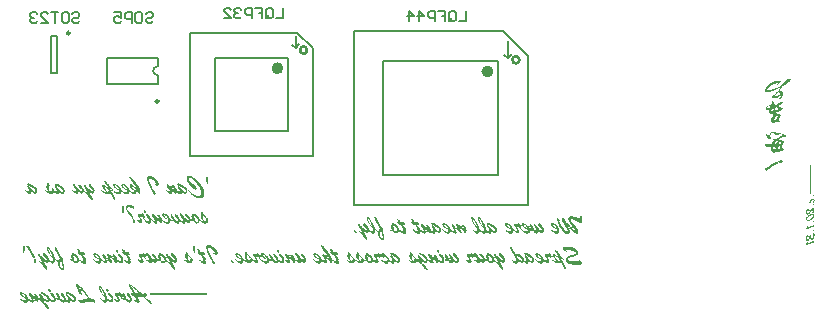
<source format=gbo>
G04*
G04 #@! TF.GenerationSoftware,Altium Limited,Altium Designer,19.0.4 (130)*
G04*
G04 Layer_Color=32896*
%FSLAX25Y25*%
%MOIN*%
G70*
G01*
G75*
%ADD10C,0.00787*%
%ADD70C,0.00984*%
%ADD71C,0.01968*%
%ADD72C,0.00800*%
%ADD73C,0.00700*%
G36*
X65709Y46900D02*
X65787Y46871D01*
X65855Y46832D01*
X65914Y46793D01*
X65962Y46744D01*
X66001Y46705D01*
X66031Y46676D01*
X66040Y46666D01*
X66109Y46578D01*
X66158Y46490D01*
X66187Y46412D01*
X66206Y46344D01*
X66226Y46285D01*
X66236Y46246D01*
Y46217D01*
Y46207D01*
X66226Y46119D01*
X66197Y46051D01*
X66167Y46002D01*
X66158Y45983D01*
X66079Y45934D01*
X66011Y45905D01*
X65943Y45895D01*
X65923D01*
X65835Y45905D01*
X65757Y45934D01*
X65689Y45973D01*
X65621Y46012D01*
X65572Y46051D01*
X65533Y46090D01*
X65513Y46119D01*
X65504Y46129D01*
X65445Y46217D01*
X65396Y46305D01*
X65367Y46383D01*
X65338Y46442D01*
X65328Y46500D01*
X65318Y46539D01*
Y46569D01*
Y46578D01*
X65328Y46676D01*
X65357Y46754D01*
X65396Y46793D01*
X65406Y46812D01*
X65484Y46871D01*
X65553Y46900D01*
X65611Y46910D01*
X65640D01*
X65709Y46900D01*
D02*
G37*
G36*
X46442D02*
X46521Y46871D01*
X46589Y46832D01*
X46647Y46793D01*
X46696Y46744D01*
X46735Y46705D01*
X46764Y46676D01*
X46774Y46666D01*
X46843Y46578D01*
X46891Y46490D01*
X46921Y46412D01*
X46940Y46344D01*
X46960Y46285D01*
X46969Y46246D01*
Y46217D01*
Y46207D01*
X46960Y46119D01*
X46930Y46051D01*
X46901Y46002D01*
X46891Y45983D01*
X46813Y45934D01*
X46745Y45905D01*
X46677Y45895D01*
X46657D01*
X46569Y45905D01*
X46491Y45934D01*
X46423Y45973D01*
X46355Y46012D01*
X46306Y46051D01*
X46267Y46090D01*
X46247Y46119D01*
X46237Y46129D01*
X46179Y46217D01*
X46130Y46305D01*
X46101Y46383D01*
X46071Y46442D01*
X46062Y46500D01*
X46052Y46539D01*
Y46569D01*
Y46578D01*
X46062Y46676D01*
X46091Y46754D01*
X46130Y46793D01*
X46140Y46812D01*
X46218Y46871D01*
X46286Y46900D01*
X46345Y46910D01*
X46374D01*
X46442Y46900D01*
D02*
G37*
G36*
X69857Y45807D02*
X69954Y45758D01*
X70052Y45680D01*
X70149Y45602D01*
X70227Y45524D01*
X70306Y45446D01*
X70345Y45397D01*
X70364Y45388D01*
Y45378D01*
X70491Y45212D01*
X70579Y45065D01*
X70647Y44939D01*
X70686Y44831D01*
X70715Y44743D01*
X70725Y44675D01*
X70735Y44626D01*
Y44616D01*
X70725Y44519D01*
X70686Y44441D01*
X70647Y44382D01*
X70589Y44333D01*
X70540Y44294D01*
X70491Y44275D01*
X70462Y44255D01*
X70452D01*
X70501Y44177D01*
X70559Y44099D01*
X70686Y43933D01*
X70745Y43865D01*
X70794Y43806D01*
X70803Y43794D01*
X70901Y43719D01*
X71008Y43641D01*
X71096Y43592D01*
X71165Y43553D01*
X71223Y43533D01*
X71272Y43523D01*
X71291Y43514D01*
X71301D01*
X71350Y43523D01*
X71389Y43543D01*
X71438Y43582D01*
X71467Y43621D01*
X71496Y43660D01*
X71526Y43699D01*
X71535Y43719D01*
X71545Y43728D01*
X71408Y43904D01*
X71291Y44070D01*
X71204Y44226D01*
X71125Y44353D01*
X71077Y44451D01*
X71038Y44529D01*
X71018Y44577D01*
X71008Y44597D01*
X70960Y44734D01*
X70920Y44851D01*
X70891Y44948D01*
X70872Y45036D01*
X70862Y45105D01*
X70852Y45153D01*
Y45183D01*
Y45192D01*
X70862Y45280D01*
X70881Y45349D01*
X70920Y45388D01*
X70950Y45427D01*
X70989Y45446D01*
X71028Y45456D01*
X71057D01*
X71096Y45446D01*
X71145Y45427D01*
X71194Y45397D01*
X71243Y45358D01*
X71360Y45251D01*
X71467Y45143D01*
X71565Y45026D01*
X71643Y44919D01*
X71672Y44880D01*
X71701Y44851D01*
X71711Y44831D01*
X71721Y44821D01*
X71799Y44704D01*
X71867Y44597D01*
X71984Y44392D01*
X72062Y44216D01*
X72111Y44070D01*
X72150Y43943D01*
X72160Y43855D01*
X72170Y43797D01*
Y43787D01*
Y43777D01*
X72306Y43641D01*
X72433Y43523D01*
X72550Y43416D01*
X72648Y43328D01*
X72746Y43250D01*
X72824Y43191D01*
X72892Y43133D01*
X72951Y43094D01*
X73038Y43035D01*
X73107Y43006D01*
X73136Y42996D01*
X73146D01*
X73214Y43006D01*
X73263Y43035D01*
X73302Y43074D01*
X73321Y43123D01*
X73341Y43172D01*
X73351Y43211D01*
Y43240D01*
Y43250D01*
Y43309D01*
X73341Y43357D01*
X73331Y43396D01*
Y43416D01*
X73243Y43806D01*
X73087Y43943D01*
X72941Y44080D01*
X72814Y44207D01*
X72716Y44333D01*
X72628Y44441D01*
X72560Y44519D01*
X72521Y44577D01*
X72511Y44597D01*
X72414Y44753D01*
X72345Y44890D01*
X72287Y44997D01*
X72258Y45095D01*
X72238Y45163D01*
X72219Y45222D01*
Y45251D01*
Y45261D01*
Y45290D01*
X72238Y45309D01*
X72267Y45349D01*
X72306Y45368D01*
X72316Y45378D01*
X72326D01*
X72414Y45407D01*
X72502Y45417D01*
X72531Y45427D01*
X72589D01*
X72707Y45417D01*
X72785Y45397D01*
X72843Y45368D01*
X72853Y45358D01*
X72863D01*
X72912Y45329D01*
X72970Y45270D01*
X73038Y45202D01*
X73107Y45134D01*
X73165Y45065D01*
X73214Y45017D01*
X73253Y44978D01*
X73263Y44958D01*
X73361Y44831D01*
X73458Y44704D01*
X73536Y44577D01*
X73605Y44460D01*
X73663Y44372D01*
X73702Y44294D01*
X73731Y44246D01*
X73741Y44226D01*
X73800Y44080D01*
X73848Y43943D01*
X73878Y43826D01*
X73907Y43719D01*
X73917Y43621D01*
X73927Y43553D01*
Y43514D01*
Y43494D01*
X73917Y43318D01*
X73897Y43162D01*
X73858Y43016D01*
X73819Y42889D01*
X73780Y42791D01*
X73741Y42713D01*
X73722Y42665D01*
X73712Y42645D01*
X73624Y42528D01*
X73536Y42440D01*
X73439Y42372D01*
X73351Y42333D01*
X73282Y42303D01*
X73214Y42294D01*
X73175Y42284D01*
X73165D01*
X73097Y42294D01*
X73029Y42313D01*
X72882Y42391D01*
X72824Y42421D01*
X72775Y42459D01*
X72736Y42479D01*
X72726Y42489D01*
X72609Y42577D01*
X72482Y42694D01*
X72345Y42830D01*
X72209Y42957D01*
X72092Y43074D01*
X71994Y43172D01*
X71955Y43211D01*
X71926Y43240D01*
X71916Y43260D01*
X71906Y43270D01*
X71818Y43231D01*
X71750Y43201D01*
X71692Y43172D01*
X71653Y43162D01*
X71613Y43152D01*
X71594Y43143D01*
X71574D01*
X71418Y43152D01*
X71350Y43162D01*
X71291Y43182D01*
X71243Y43191D01*
X71213Y43201D01*
X71194Y43211D01*
X71184D01*
X71125Y43250D01*
X71057Y43289D01*
X70920Y43387D01*
X70862Y43426D01*
X70813Y43465D01*
X70784Y43484D01*
X70774Y43494D01*
Y43511D01*
X70637Y43641D01*
X70462Y43816D01*
X70325Y43992D01*
X70208Y44158D01*
X70110Y44294D01*
X70042Y44402D01*
X70023Y44441D01*
X70003Y44470D01*
X69993Y44490D01*
Y44499D01*
X69818Y44529D01*
X69652Y44558D01*
X69495Y44577D01*
X69359Y44607D01*
X69242Y44626D01*
X69154Y44646D01*
X69095Y44665D01*
X69076D01*
X69222Y44490D01*
X69349Y44324D01*
X69456Y44177D01*
X69544Y44041D01*
X69613Y43924D01*
X69671Y43845D01*
X69700Y43787D01*
X69710Y43777D01*
Y43767D01*
X69779Y43621D01*
X69837Y43484D01*
X69876Y43357D01*
X69896Y43260D01*
X69915Y43172D01*
X69925Y43113D01*
Y43074D01*
Y43065D01*
X69915Y42967D01*
X69905Y42869D01*
X69886Y42782D01*
X69866Y42713D01*
X69847Y42655D01*
X69827Y42606D01*
X69808Y42577D01*
Y42567D01*
X69759Y42499D01*
X69700Y42450D01*
X69652Y42411D01*
X69593Y42391D01*
X69544Y42372D01*
X69505Y42362D01*
X69466D01*
X69359Y42381D01*
X69242Y42421D01*
X69125Y42479D01*
X69017Y42547D01*
X68920Y42616D01*
X68842Y42674D01*
X68793Y42713D01*
X68773Y42733D01*
X68617Y42869D01*
X68471Y43006D01*
X68334Y43143D01*
X68217Y43260D01*
X68119Y43357D01*
X68051Y43435D01*
X68002Y43484D01*
X67983Y43504D01*
Y43826D01*
X68110Y43718D01*
X68227Y43631D01*
X68334Y43553D01*
X68432Y43484D01*
X68520Y43435D01*
X68607Y43387D01*
X68734Y43318D01*
X68842Y43270D01*
X68910Y43250D01*
X68959Y43240D01*
X68968D01*
X69056Y43250D01*
X69125Y43279D01*
X69173Y43309D01*
X69203Y43357D01*
X69222Y43396D01*
X69242Y43426D01*
Y43455D01*
Y43465D01*
X69232Y43533D01*
X69213Y43611D01*
X69154Y43767D01*
X69125Y43836D01*
X69105Y43894D01*
X69086Y43933D01*
X69076Y43943D01*
X69007Y44060D01*
X68939Y44168D01*
X68861Y44255D01*
X68803Y44343D01*
X68744Y44412D01*
X68695Y44460D01*
X68666Y44499D01*
X68656Y44509D01*
X68568Y44607D01*
X68490Y44685D01*
X68441Y44753D01*
X68393Y44802D01*
X68363Y44841D01*
X68344Y44861D01*
X68334Y44880D01*
X68295Y44958D01*
X68285Y45036D01*
X68275Y45095D01*
Y45105D01*
Y45114D01*
X68285Y45212D01*
X68305Y45290D01*
X68324Y45349D01*
X68334Y45358D01*
Y45368D01*
X68373Y45446D01*
X68402Y45495D01*
X68422Y45524D01*
X68432Y45534D01*
X68480Y45553D01*
X68529Y45573D01*
X68646D01*
X68725Y45563D01*
X68812D01*
X68900Y45553D01*
X69095Y45524D01*
X69300Y45495D01*
X69495Y45466D01*
X69574Y45456D01*
X69652Y45446D01*
X69710Y45436D01*
X69759Y45426D01*
X69788Y45417D01*
X69798D01*
X69749Y45505D01*
X69720Y45573D01*
X69691Y45632D01*
X69681Y45680D01*
X69671Y45710D01*
X69661Y45729D01*
Y45749D01*
X69691Y45797D01*
X69720Y45817D01*
X69759Y45827D01*
X69808D01*
X69857Y45807D01*
D02*
G37*
G36*
X99000Y44899D02*
X89484D01*
D01*
X79968D01*
Y45446D01*
X89484D01*
D01*
X99000D01*
Y44899D01*
D02*
G37*
G36*
X52445Y45895D02*
X52581Y45875D01*
X52718Y45846D01*
X52835Y45807D01*
X52943Y45768D01*
X53030Y45739D01*
X53089Y45719D01*
X53099Y45710D01*
X53109D01*
X53284Y45632D01*
X53479Y45524D01*
X53665Y45417D01*
X53841Y45309D01*
X53997Y45212D01*
X54065Y45163D01*
X54124Y45124D01*
X54163Y45095D01*
X54202Y45065D01*
X54221Y45056D01*
X54231Y45046D01*
X54348Y44958D01*
X54455Y44870D01*
X54651Y44714D01*
X54807Y44577D01*
X54924Y44460D01*
X55012Y44363D01*
X55070Y44285D01*
X55109Y44246D01*
X55119Y44226D01*
X55187Y44099D01*
X55246Y43982D01*
X55285Y43865D01*
X55304Y43758D01*
X55324Y43670D01*
X55334Y43601D01*
Y43562D01*
Y43543D01*
X55324Y43416D01*
X55295Y43279D01*
X55256Y43152D01*
X55217Y43026D01*
X55178Y42928D01*
X55139Y42840D01*
X55109Y42791D01*
X55099Y42782D01*
Y42772D01*
X55051Y42694D01*
X55012Y42635D01*
X54924Y42528D01*
X54856Y42459D01*
X54777Y42401D01*
X54729Y42372D01*
X54680Y42362D01*
X54651Y42352D01*
X54641D01*
X54572Y42362D01*
X54494Y42401D01*
X54416Y42440D01*
X54338Y42499D01*
X54270Y42547D01*
X54211Y42596D01*
X54172Y42625D01*
X54163Y42635D01*
X54094Y42694D01*
X54026Y42772D01*
X53870Y42938D01*
X53694Y43113D01*
X53518Y43299D01*
X53362Y43475D01*
X53294Y43553D01*
X53235Y43611D01*
X53187Y43670D01*
X53148Y43709D01*
X53128Y43738D01*
X53118Y43748D01*
X53206Y43504D01*
X53274Y43299D01*
X53323Y43123D01*
X53352Y42977D01*
X53372Y42869D01*
X53391Y42791D01*
Y42742D01*
Y42723D01*
Y42635D01*
X53382Y42557D01*
X53372Y42499D01*
X53352Y42440D01*
X53343Y42401D01*
X53333Y42372D01*
X53323Y42362D01*
Y42352D01*
X53294Y42313D01*
X53255Y42284D01*
X53167Y42245D01*
X53128Y42235D01*
X53089Y42225D01*
X53060D01*
X52952Y42245D01*
X52835Y42284D01*
X52708Y42342D01*
X52581Y42430D01*
X52435Y42528D01*
X52298Y42635D01*
X52025Y42869D01*
X51889Y42987D01*
X51821Y43054D01*
X51810Y43016D01*
X51771Y42889D01*
X51732Y42791D01*
X51693Y42713D01*
X51674Y42665D01*
X51664Y42645D01*
X51576Y42528D01*
X51488Y42440D01*
X51391Y42372D01*
X51303Y42333D01*
X51235Y42303D01*
X51166Y42294D01*
X51127Y42284D01*
X51117D01*
X51049Y42294D01*
X50981Y42313D01*
X50834Y42391D01*
X50776Y42421D01*
X50727Y42459D01*
X50688Y42479D01*
X50678Y42489D01*
X50561Y42577D01*
X50434Y42694D01*
X50298Y42830D01*
X50161Y42957D01*
X50044Y43074D01*
X49946Y43172D01*
X49907Y43211D01*
X49878Y43240D01*
X49868Y43260D01*
X49858Y43270D01*
X49771Y43231D01*
X49702Y43201D01*
X49644Y43172D01*
X49605Y43162D01*
X49566Y43152D01*
X49546Y43143D01*
X49527D01*
X49370Y43152D01*
X49302Y43162D01*
X49244Y43182D01*
X49195Y43191D01*
X49165Y43201D01*
X49146Y43211D01*
X49136D01*
X49078Y43250D01*
X49009Y43289D01*
X48873Y43387D01*
X48814Y43426D01*
X48765Y43465D01*
X48736Y43484D01*
X48726Y43494D01*
Y43816D01*
X48853Y43718D01*
X48961Y43641D01*
X49048Y43592D01*
X49117Y43553D01*
X49175Y43533D01*
X49224Y43523D01*
X49244Y43514D01*
X49253D01*
X49302Y43523D01*
X49341Y43543D01*
X49390Y43582D01*
X49419Y43621D01*
X49448Y43660D01*
X49478Y43699D01*
X49488Y43718D01*
X49497Y43728D01*
X49361Y43904D01*
X49244Y44070D01*
X49156Y44226D01*
X49078Y44353D01*
X49029Y44451D01*
X48990Y44529D01*
X48970Y44577D01*
X48961Y44597D01*
X48912Y44734D01*
X48873Y44851D01*
X48843Y44948D01*
X48824Y45036D01*
X48814Y45105D01*
X48804Y45153D01*
Y45182D01*
Y45192D01*
X48814Y45280D01*
X48834Y45349D01*
X48873Y45388D01*
X48902Y45426D01*
X48941Y45446D01*
X48980Y45456D01*
X49009D01*
X49048Y45446D01*
X49097Y45426D01*
X49146Y45397D01*
X49195Y45358D01*
X49312Y45251D01*
X49419Y45143D01*
X49517Y45026D01*
X49595Y44919D01*
X49624Y44880D01*
X49653Y44851D01*
X49663Y44831D01*
X49673Y44821D01*
X49751Y44704D01*
X49819Y44597D01*
X49937Y44392D01*
X50015Y44216D01*
X50063Y44070D01*
X50102Y43943D01*
X50112Y43855D01*
X50122Y43797D01*
Y43787D01*
Y43777D01*
X50259Y43641D01*
X50385Y43523D01*
X50503Y43416D01*
X50600Y43328D01*
X50698Y43250D01*
X50776Y43191D01*
X50844Y43133D01*
X50903Y43094D01*
X50991Y43035D01*
X51059Y43006D01*
X51088Y42996D01*
X51098D01*
X51166Y43006D01*
X51215Y43035D01*
X51254Y43074D01*
X51274Y43123D01*
X51293Y43172D01*
X51303Y43211D01*
Y43240D01*
Y43250D01*
Y43309D01*
X51293Y43357D01*
X51283Y43396D01*
Y43416D01*
X51196Y43806D01*
X51039Y43943D01*
X50893Y44080D01*
X50766Y44207D01*
X50669Y44333D01*
X50581Y44441D01*
X50512Y44519D01*
X50473Y44577D01*
X50463Y44597D01*
X50366Y44753D01*
X50298Y44890D01*
X50239Y44997D01*
X50210Y45095D01*
X50190Y45163D01*
X50171Y45222D01*
Y45251D01*
Y45261D01*
Y45290D01*
X50190Y45309D01*
X50220Y45349D01*
X50259Y45368D01*
X50268Y45378D01*
X50278D01*
X50366Y45407D01*
X50454Y45417D01*
X50483Y45426D01*
X50542D01*
X50659Y45417D01*
X50737Y45397D01*
X50795Y45368D01*
X50805Y45358D01*
X50815D01*
X50864Y45329D01*
X50922Y45270D01*
X50991Y45202D01*
X51059Y45134D01*
X51117Y45065D01*
X51166Y45017D01*
X51205Y44978D01*
X51215Y44958D01*
X51313Y44831D01*
X51410Y44704D01*
X51488Y44577D01*
X51557Y44460D01*
X51615Y44372D01*
X51654Y44294D01*
X51683Y44246D01*
X51693Y44226D01*
X51752Y44080D01*
X51801Y43943D01*
X51830Y43826D01*
X51859Y43718D01*
X51869Y43621D01*
X51879Y43553D01*
Y43514D01*
Y43494D01*
X51874Y43416D01*
X51918Y43387D01*
X52006Y43338D01*
X52162Y43260D01*
X52279Y43211D01*
X52357Y43191D01*
X52406Y43182D01*
X52425D01*
X52513Y43201D01*
X52581Y43240D01*
X52630Y43289D01*
X52659Y43357D01*
X52679Y43426D01*
X52699Y43475D01*
Y43514D01*
Y43533D01*
X52689Y43670D01*
X52669Y43767D01*
X52659Y43806D01*
X52650Y43836D01*
X52640Y43845D01*
Y43855D01*
X52601Y43914D01*
X52562Y43982D01*
X52445Y44138D01*
X52396Y44216D01*
X52347Y44275D01*
X52318Y44314D01*
X52308Y44333D01*
X52230Y44441D01*
X52171Y44529D01*
X52132Y44597D01*
X52103Y44655D01*
X52084Y44704D01*
X52074Y44734D01*
Y44743D01*
Y44753D01*
X52084Y44812D01*
X52103Y44890D01*
X52171Y45056D01*
X52211Y45134D01*
X52240Y45202D01*
X52259Y45241D01*
X52269Y45261D01*
X52171Y45300D01*
X52103Y45329D01*
X52045Y45368D01*
X52015Y45397D01*
X51996Y45426D01*
X51976Y45446D01*
Y45456D01*
Y45466D01*
Y45514D01*
X51996Y45563D01*
X52035Y45651D01*
X52054Y45690D01*
X52074Y45719D01*
X52084Y45739D01*
X52093Y45749D01*
X52132Y45797D01*
X52181Y45836D01*
X52220Y45866D01*
X52250Y45885D01*
X52298Y45905D01*
X52318D01*
X52445Y45895D01*
D02*
G37*
G36*
X44032Y45846D02*
X44149Y45827D01*
X44276Y45788D01*
X44403Y45739D01*
X44666Y45612D01*
X44920Y45475D01*
X45037Y45407D01*
X45144Y45339D01*
X45252Y45270D01*
X45340Y45212D01*
X45408Y45163D01*
X45457Y45124D01*
X45496Y45105D01*
X45505Y45095D01*
X45681Y44948D01*
X45847Y44812D01*
X45984Y44675D01*
X46101Y44538D01*
X46198Y44402D01*
X46277Y44275D01*
X46345Y44158D01*
X46403Y44050D01*
X46442Y43943D01*
X46472Y43855D01*
X46501Y43777D01*
X46511Y43699D01*
X46517Y43669D01*
X46608Y43592D01*
X46725Y43504D01*
X46823Y43426D01*
X46901Y43377D01*
X46960Y43328D01*
X46999Y43309D01*
X47008Y43299D01*
X47106Y43240D01*
X47204Y43201D01*
X47282Y43172D01*
X47350Y43152D01*
X47418Y43143D01*
X47457Y43133D01*
X47497D01*
X47565Y43143D01*
X47633Y43152D01*
X47731Y43191D01*
X47770Y43211D01*
X47799Y43231D01*
X47809Y43250D01*
X47819D01*
X47858Y43299D01*
X47887Y43348D01*
X47926Y43445D01*
X47936Y43484D01*
X47945Y43514D01*
Y43533D01*
Y43543D01*
X47936Y43650D01*
X47906Y43728D01*
X47887Y43777D01*
X47877Y43797D01*
X47838Y43845D01*
X47789Y43914D01*
X47731Y43982D01*
X47662Y44050D01*
X47594Y44119D01*
X47545Y44177D01*
X47506Y44216D01*
X47497Y44226D01*
X47350Y44382D01*
X47223Y44519D01*
X47126Y44636D01*
X47047Y44743D01*
X46999Y44831D01*
X46960Y44899D01*
X46940Y44938D01*
X46930Y44948D01*
X46882Y45056D01*
X46843Y45143D01*
X46823Y45212D01*
X46804Y45261D01*
X46794Y45300D01*
X46784Y45319D01*
Y45339D01*
X46794Y45407D01*
X46823Y45466D01*
X46872Y45505D01*
X46921Y45524D01*
X46979Y45544D01*
X47018Y45553D01*
X47067D01*
X47155Y45544D01*
X47243Y45524D01*
X47321Y45485D01*
X47409Y45446D01*
X47575Y45329D01*
X47731Y45202D01*
X47858Y45075D01*
X47965Y44958D01*
X48004Y44919D01*
X48033Y44880D01*
X48043Y44861D01*
X48053Y44851D01*
X48150Y44724D01*
X48228Y44587D01*
X48297Y44460D01*
X48365Y44343D01*
X48463Y44109D01*
X48521Y43914D01*
X48541Y43816D01*
X48560Y43738D01*
X48570Y43670D01*
X48580Y43611D01*
X48590Y43562D01*
Y43523D01*
Y43504D01*
Y43494D01*
X48580Y43348D01*
X48560Y43211D01*
X48531Y43074D01*
X48492Y42957D01*
X48463Y42850D01*
X48433Y42772D01*
X48414Y42723D01*
X48404Y42704D01*
X48326Y42577D01*
X48238Y42479D01*
X48150Y42411D01*
X48063Y42362D01*
X47984Y42333D01*
X47926Y42323D01*
X47887Y42313D01*
X47867D01*
X47750Y42323D01*
X47623Y42362D01*
X47497Y42421D01*
X47360Y42499D01*
X47233Y42586D01*
X47106Y42684D01*
X46862Y42899D01*
X46755Y43006D01*
X46657Y43104D01*
X46560Y43201D01*
X46492Y43278D01*
X46472Y43191D01*
X46433Y43084D01*
X46394Y42987D01*
X46364Y42918D01*
X46345Y42869D01*
X46335Y42850D01*
X46257Y42723D01*
X46179Y42625D01*
X46101Y42567D01*
X46033Y42518D01*
X45974Y42489D01*
X45925Y42479D01*
X45896Y42469D01*
X45886D01*
X45769Y42489D01*
X45642Y42528D01*
X45505Y42596D01*
X45359Y42684D01*
X45203Y42791D01*
X45057Y42908D01*
X44754Y43162D01*
X44607Y43289D01*
X44471Y43416D01*
X44354Y43533D01*
X44246Y43641D01*
X44159Y43728D01*
X44100Y43797D01*
X44051Y43836D01*
X44041Y43855D01*
X44080Y43767D01*
X44120Y43679D01*
X44168Y43572D01*
X44217Y43455D01*
X44324Y43211D01*
X44442Y42977D01*
X44549Y42752D01*
X44588Y42655D01*
X44637Y42567D01*
X44666Y42499D01*
X44695Y42450D01*
X44705Y42411D01*
X44715Y42401D01*
X44891Y42264D01*
X45047Y42137D01*
X45203Y42011D01*
X45330Y41893D01*
X45457Y41776D01*
X45564Y41669D01*
X45671Y41571D01*
X45759Y41474D01*
X45827Y41396D01*
X45896Y41318D01*
X45954Y41259D01*
X45993Y41201D01*
X46033Y41161D01*
X46052Y41132D01*
X46062Y41113D01*
X46071Y41103D01*
X46198Y40898D01*
X46296Y40712D01*
X46355Y40556D01*
X46403Y40420D01*
X46433Y40322D01*
X46442Y40244D01*
X46452Y40195D01*
Y40176D01*
X46442Y40117D01*
X46433Y40078D01*
X46403Y40039D01*
X46374Y40020D01*
X46325Y40000D01*
X46306D01*
X46257Y40010D01*
X46198Y40029D01*
X46140Y40049D01*
X46071Y40088D01*
X45945Y40185D01*
X45818Y40293D01*
X45701Y40390D01*
X45603Y40488D01*
X45564Y40527D01*
X45535Y40547D01*
X45525Y40566D01*
X45515Y40576D01*
X45408Y40693D01*
X45310Y40810D01*
X45096Y41083D01*
X44900Y41357D01*
X44715Y41630D01*
X44637Y41757D01*
X44559Y41864D01*
X44500Y41971D01*
X44442Y42069D01*
X44393Y42137D01*
X44363Y42196D01*
X44344Y42235D01*
X44334Y42245D01*
X42884Y43420D01*
X42880Y43367D01*
X42870Y43240D01*
X42851Y43123D01*
X42831Y43016D01*
X42812Y42928D01*
X42792Y42869D01*
X42773Y42821D01*
Y42811D01*
X42724Y42704D01*
X42675Y42635D01*
X42636Y42577D01*
X42587Y42538D01*
X42548Y42518D01*
X42519Y42508D01*
X42499Y42499D01*
X42490D01*
X42431Y42508D01*
X42382Y42538D01*
X42343Y42557D01*
X42333Y42567D01*
X42294Y42606D01*
X42246Y42655D01*
X42187Y42723D01*
X42129Y42791D01*
X42080Y42860D01*
X42031Y42918D01*
X42002Y42957D01*
X41992Y42967D01*
X41826Y43182D01*
X41670Y43377D01*
X41523Y43553D01*
X41387Y43709D01*
X41250Y43845D01*
X41133Y43972D01*
X41016Y44080D01*
X40909Y44168D01*
X40821Y44246D01*
X40733Y44314D01*
X40664Y44372D01*
X40606Y44412D01*
X40557Y44441D01*
X40528Y44460D01*
X40508Y44480D01*
X40499D01*
X40655Y44216D01*
X40791Y43992D01*
X40899Y43806D01*
X40987Y43650D01*
X41055Y43523D01*
X41094Y43435D01*
X41123Y43387D01*
X41133Y43367D01*
X41192Y43240D01*
X41231Y43123D01*
X41270Y43026D01*
X41289Y42938D01*
X41299Y42869D01*
X41309Y42821D01*
Y42791D01*
Y42782D01*
X41299Y42635D01*
X41279Y42577D01*
X41260Y42528D01*
X41250Y42489D01*
X41231Y42459D01*
X41221Y42440D01*
Y42430D01*
X41182Y42381D01*
X41133Y42352D01*
X41045Y42313D01*
X41006Y42303D01*
X40977Y42294D01*
X40947D01*
X40840Y42303D01*
X40733Y42342D01*
X40625Y42401D01*
X40518Y42459D01*
X40420Y42518D01*
X40352Y42577D01*
X40303Y42616D01*
X40284Y42625D01*
X40128Y42762D01*
X39962Y42899D01*
X39806Y43045D01*
X39659Y43191D01*
X39532Y43318D01*
X39460Y43384D01*
X39454Y43270D01*
X39425Y43094D01*
X39386Y42938D01*
X39347Y42801D01*
X39308Y42704D01*
X39269Y42625D01*
X39239Y42586D01*
X39230Y42567D01*
X39132Y42459D01*
X39025Y42372D01*
X38908Y42313D01*
X38810Y42274D01*
X38712Y42255D01*
X38634Y42245D01*
X38586Y42235D01*
X38566D01*
X38410Y42255D01*
X38244Y42294D01*
X38078Y42352D01*
X37912Y42440D01*
X37746Y42538D01*
X37590Y42645D01*
X37434Y42762D01*
X37288Y42879D01*
X37151Y42996D01*
X37034Y43113D01*
X36917Y43221D01*
X36829Y43318D01*
X36751Y43406D01*
X36692Y43465D01*
X36653Y43514D01*
X36643Y43523D01*
Y43816D01*
X36819Y43670D01*
X36985Y43543D01*
X37122Y43426D01*
X37249Y43338D01*
X37356Y43270D01*
X37424Y43211D01*
X37473Y43182D01*
X37492Y43172D01*
X37619Y43094D01*
X37746Y43045D01*
X37873Y43006D01*
X37971Y42977D01*
X38068Y42957D01*
X38137Y42948D01*
X38195D01*
X38273Y42957D01*
X38342Y42967D01*
X38410Y42996D01*
X38459Y43026D01*
X38498Y43045D01*
X38527Y43074D01*
X38547Y43084D01*
X38556Y43094D01*
X38595Y43162D01*
X38625Y43231D01*
X38664Y43367D01*
X38673Y43426D01*
X38683Y43475D01*
Y43514D01*
Y43523D01*
Y43641D01*
X38498Y43718D01*
X38332Y43797D01*
X38176Y43875D01*
X38029Y43953D01*
X37893Y44031D01*
X37756Y44099D01*
X37532Y44255D01*
X37336Y44402D01*
X37180Y44548D01*
X37043Y44685D01*
X36936Y44812D01*
X36858Y44929D01*
X36799Y45026D01*
X36751Y45124D01*
X36721Y45202D01*
X36702Y45270D01*
X36692Y45319D01*
Y45349D01*
Y45358D01*
X36702Y45426D01*
X36712Y45485D01*
X36761Y45573D01*
X36809Y45632D01*
X36819Y45651D01*
X36829D01*
X36878Y45690D01*
X36936Y45710D01*
X37053Y45749D01*
X37112D01*
X37151Y45758D01*
X37190D01*
X37346Y45739D01*
X37512Y45700D01*
X37678Y45641D01*
X37834Y45573D01*
X37971Y45505D01*
X38078Y45446D01*
X38117Y45426D01*
X38146Y45407D01*
X38166Y45388D01*
X38176D01*
X38381Y45241D01*
X38556Y45085D01*
X38722Y44938D01*
X38849Y44792D01*
X38956Y44665D01*
X39035Y44568D01*
X39064Y44529D01*
X39083Y44499D01*
X39103Y44490D01*
Y44480D01*
X39220Y44285D01*
X39308Y44099D01*
X39376Y43933D01*
X39415Y43777D01*
X39416Y43772D01*
X39483Y43718D01*
X39610Y43621D01*
X39728Y43533D01*
X39835Y43455D01*
X39933Y43396D01*
X40011Y43338D01*
X40089Y43299D01*
X40147Y43260D01*
X40245Y43221D01*
X40313Y43191D01*
X40352Y43182D01*
X40362D01*
X40420Y43191D01*
X40459Y43211D01*
X40489Y43250D01*
X40508Y43289D01*
X40528Y43357D01*
Y43377D01*
Y43387D01*
X40518Y43455D01*
X40499Y43533D01*
X40459Y43621D01*
X40420Y43699D01*
X40381Y43777D01*
X40342Y43836D01*
X40323Y43875D01*
X40313Y43894D01*
X40225Y44031D01*
X40128Y44158D01*
X40020Y44285D01*
X39923Y44402D01*
X39845Y44499D01*
X39767Y44577D01*
X39728Y44626D01*
X39708Y44646D01*
X39640Y44724D01*
X39591Y44792D01*
X39562Y44851D01*
X39532Y44890D01*
X39523Y44929D01*
X39513Y44948D01*
Y44968D01*
X39523Y45095D01*
X39542Y45222D01*
X39562Y45270D01*
X39571Y45309D01*
X39581Y45339D01*
Y45349D01*
X39610Y45426D01*
X39630Y45485D01*
X39659Y45524D01*
X39679Y45553D01*
X39698Y45573D01*
X39718Y45583D01*
X39728D01*
X39815Y45563D01*
X39923Y45524D01*
X40040Y45456D01*
X40167Y45388D01*
X40284Y45319D01*
X40381Y45251D01*
X40420Y45231D01*
X40440Y45212D01*
X40459Y45192D01*
X40469D01*
X40577Y45114D01*
X40694Y45017D01*
X40811Y44909D01*
X40928Y44802D01*
X41172Y44558D01*
X41406Y44314D01*
X41514Y44197D01*
X41621Y44089D01*
X41709Y43992D01*
X41787Y43904D01*
X41845Y43826D01*
X41894Y43777D01*
X41923Y43738D01*
X41933Y43728D01*
X41992Y43670D01*
X42031Y43621D01*
X42070Y43592D01*
X42099Y43562D01*
X42148Y43543D01*
X42158D01*
X42187Y43553D01*
X42207Y43562D01*
X42226Y43611D01*
X42236Y43660D01*
Y43670D01*
Y43679D01*
X42226Y43728D01*
X42207Y43797D01*
X42167Y43865D01*
X42119Y43943D01*
X42002Y44119D01*
X41865Y44294D01*
X41738Y44460D01*
X41670Y44538D01*
X41621Y44607D01*
X41572Y44655D01*
X41533Y44695D01*
X41514Y44724D01*
X41504Y44734D01*
X41348Y44919D01*
X41299Y44978D01*
X41279Y45036D01*
X41270Y45075D01*
Y45085D01*
X41279Y45143D01*
X41309Y45192D01*
X41348Y45222D01*
X41357Y45231D01*
X41426Y45270D01*
X41484Y45290D01*
X41543Y45300D01*
X41562D01*
X41650Y45290D01*
X41738Y45270D01*
X41806Y45241D01*
X41875Y45212D01*
X41923Y45182D01*
X41963Y45153D01*
X41992Y45134D01*
X42002Y45124D01*
X42080Y45046D01*
X42158Y44958D01*
X42314Y44763D01*
X42382Y44675D01*
X42431Y44597D01*
X42470Y44548D01*
X42480Y44538D01*
Y44529D01*
X42577Y44382D01*
X42656Y44265D01*
X42714Y44158D01*
X42763Y44080D01*
X42792Y44021D01*
X42812Y43972D01*
X42831Y43953D01*
Y43943D01*
X42860Y43806D01*
X42868Y43751D01*
X43915Y42987D01*
X43817Y43182D01*
X43739Y43357D01*
X43661Y43523D01*
X43593Y43670D01*
X43534Y43806D01*
X43475Y43914D01*
X43436Y44021D01*
X43397Y44109D01*
X43358Y44187D01*
X43339Y44246D01*
X43309Y44304D01*
X43300Y44343D01*
X43280Y44372D01*
Y44392D01*
X43270Y44412D01*
X43231Y44529D01*
X43192Y44626D01*
X43173Y44714D01*
X43163Y44782D01*
X43153Y44841D01*
X43143Y44880D01*
Y44899D01*
Y44909D01*
X43153Y44987D01*
X43173Y45046D01*
X43202Y45095D01*
X43241Y45124D01*
X43280Y45143D01*
X43309Y45153D01*
X43339D01*
X43397Y45143D01*
X43456Y45124D01*
X43573Y45065D01*
X43622Y45036D01*
X43661Y45007D01*
X43680Y44987D01*
X43690Y44978D01*
X43768Y44899D01*
X43856Y44812D01*
X44022Y44607D01*
X44100Y44519D01*
X44159Y44441D01*
X44198Y44392D01*
X44217Y44382D01*
Y44372D01*
X44344Y44226D01*
X44471Y44080D01*
X44607Y43933D01*
X44725Y43816D01*
X44832Y43709D01*
X44920Y43621D01*
X44978Y43572D01*
X44988Y43562D01*
X44998Y43553D01*
X45164Y43416D01*
X45300Y43318D01*
X45418Y43240D01*
X45515Y43191D01*
X45593Y43162D01*
X45642Y43152D01*
X45681Y43143D01*
X45691D01*
X45769Y43152D01*
X45818Y43182D01*
X45857Y43231D01*
X45886Y43279D01*
X45906Y43328D01*
X45915Y43377D01*
Y43406D01*
Y43416D01*
X45906Y43494D01*
X45896Y43562D01*
X45837Y43718D01*
X45749Y43865D01*
X45652Y44011D01*
X45564Y44129D01*
X45476Y44216D01*
X45447Y44255D01*
X45418Y44285D01*
X45408Y44294D01*
X45398Y44304D01*
X45203Y44480D01*
X44998Y44636D01*
X44813Y44763D01*
X44637Y44870D01*
X44490Y44948D01*
X44432Y44978D01*
X44373Y44997D01*
X44334Y45017D01*
X44305Y45036D01*
X44285Y45046D01*
X44276D01*
X44168Y45095D01*
X44071Y45143D01*
X43983Y45192D01*
X43915Y45231D01*
X43866Y45270D01*
X43827Y45300D01*
X43807Y45319D01*
X43797Y45329D01*
X43739Y45388D01*
X43700Y45446D01*
X43661Y45505D01*
X43641Y45544D01*
X43632Y45583D01*
X43622Y45612D01*
Y45632D01*
Y45641D01*
X43632Y45710D01*
X43671Y45768D01*
X43719Y45807D01*
X43768Y45827D01*
X43827Y45846D01*
X43876Y45856D01*
X43924D01*
X44032Y45846D01*
D02*
G37*
G36*
X63181Y47935D02*
X63230Y47915D01*
X63288Y47886D01*
X63347Y47857D01*
X63483Y47759D01*
X63610Y47652D01*
X63727Y47545D01*
X63835Y47447D01*
X63864Y47418D01*
X63893Y47388D01*
X63913Y47369D01*
X63923Y47359D01*
X64030Y47242D01*
X64137Y47115D01*
X64342Y46832D01*
X64537Y46529D01*
X64723Y46246D01*
X64801Y46100D01*
X64869Y45973D01*
X64938Y45866D01*
X64986Y45758D01*
X65035Y45680D01*
X65065Y45612D01*
X65084Y45573D01*
X65094Y45563D01*
X65201Y45339D01*
X65289Y45134D01*
X65377Y44929D01*
X65445Y44734D01*
X65504Y44548D01*
X65553Y44372D01*
X65592Y44216D01*
X65621Y44070D01*
X65650Y43933D01*
X65670Y43816D01*
X65675Y43757D01*
X65748Y43699D01*
X65875Y43592D01*
X65992Y43504D01*
X66089Y43426D01*
X66167Y43377D01*
X66226Y43328D01*
X66265Y43309D01*
X66275Y43299D01*
X66372Y43240D01*
X66470Y43201D01*
X66548Y43172D01*
X66616Y43152D01*
X66685Y43143D01*
X66724Y43133D01*
X66763D01*
X66831Y43143D01*
X66899Y43152D01*
X66997Y43191D01*
X67036Y43211D01*
X67065Y43231D01*
X67075Y43250D01*
X67085D01*
X67124Y43299D01*
X67153Y43348D01*
X67192Y43445D01*
X67202Y43484D01*
X67212Y43514D01*
Y43533D01*
Y43543D01*
X67202Y43650D01*
X67173Y43728D01*
X67153Y43777D01*
X67143Y43797D01*
X67104Y43845D01*
X67055Y43914D01*
X66997Y43982D01*
X66929Y44050D01*
X66860Y44119D01*
X66812Y44177D01*
X66773Y44216D01*
X66763Y44226D01*
X66616Y44382D01*
X66489Y44519D01*
X66392Y44636D01*
X66314Y44743D01*
X66265Y44831D01*
X66226Y44899D01*
X66206Y44938D01*
X66197Y44948D01*
X66148Y45056D01*
X66109Y45143D01*
X66089Y45212D01*
X66070Y45261D01*
X66060Y45300D01*
X66050Y45319D01*
Y45339D01*
X66060Y45407D01*
X66089Y45466D01*
X66138Y45505D01*
X66187Y45524D01*
X66245Y45544D01*
X66285Y45553D01*
X66333D01*
X66421Y45544D01*
X66509Y45524D01*
X66587Y45485D01*
X66675Y45446D01*
X66841Y45329D01*
X66997Y45202D01*
X67124Y45075D01*
X67231Y44958D01*
X67270Y44919D01*
X67299Y44880D01*
X67309Y44861D01*
X67319Y44851D01*
X67417Y44724D01*
X67495Y44587D01*
X67563Y44460D01*
X67631Y44343D01*
X67729Y44109D01*
X67787Y43914D01*
X67807Y43816D01*
X67827Y43738D01*
X67836Y43670D01*
X67846Y43611D01*
X67856Y43562D01*
Y43523D01*
Y43504D01*
Y43494D01*
X67846Y43348D01*
X67827Y43211D01*
X67797Y43074D01*
X67758Y42957D01*
X67729Y42850D01*
X67700Y42772D01*
X67680Y42723D01*
X67670Y42704D01*
X67592Y42577D01*
X67505Y42479D01*
X67417Y42411D01*
X67329Y42362D01*
X67251Y42333D01*
X67192Y42323D01*
X67153Y42313D01*
X67134D01*
X67017Y42323D01*
X66890Y42362D01*
X66763Y42421D01*
X66626Y42499D01*
X66499Y42586D01*
X66372Y42684D01*
X66128Y42899D01*
X66021Y43006D01*
X65923Y43104D01*
X65826Y43201D01*
X65748Y43289D01*
X65693Y43363D01*
X65689Y43299D01*
X65670Y43133D01*
X65640Y42977D01*
X65611Y42850D01*
X65582Y42752D01*
X65553Y42674D01*
X65533Y42625D01*
X65523Y42606D01*
X65445Y42489D01*
X65367Y42401D01*
X65279Y42333D01*
X65191Y42294D01*
X65113Y42264D01*
X65055Y42255D01*
X65016Y42245D01*
X64996D01*
X64879Y42255D01*
X64752Y42303D01*
X64625Y42362D01*
X64489Y42440D01*
X64352Y42538D01*
X64225Y42645D01*
X63971Y42879D01*
X63864Y42996D01*
X63757Y43113D01*
X63659Y43221D01*
X63571Y43318D01*
X63513Y43396D01*
X63454Y43455D01*
X63425Y43504D01*
X63415Y43514D01*
Y43865D01*
X63522Y43758D01*
X63630Y43670D01*
X63805Y43504D01*
X63942Y43377D01*
X64049Y43289D01*
X64127Y43221D01*
X64176Y43172D01*
X64206Y43152D01*
X64215Y43143D01*
X64284Y43104D01*
X64342Y43074D01*
X64440Y43035D01*
X64479Y43026D01*
X64498Y43016D01*
X64528D01*
X64606Y43026D01*
X64674Y43045D01*
X64742Y43074D01*
X64791Y43104D01*
X64830Y43133D01*
X64859Y43162D01*
X64879Y43182D01*
X64889Y43191D01*
X64928Y43260D01*
X64957Y43338D01*
X64996Y43494D01*
X65006Y43562D01*
X65016Y43621D01*
Y43660D01*
Y43670D01*
X65006Y43806D01*
X64986Y43933D01*
Y43982D01*
X64977Y44021D01*
X64967Y44041D01*
Y44050D01*
X64791Y44236D01*
X64635Y44412D01*
X64479Y44587D01*
X64342Y44763D01*
X64206Y44929D01*
X64088Y45085D01*
X63981Y45231D01*
X63884Y45378D01*
X63796Y45505D01*
X63718Y45612D01*
X63649Y45719D01*
X63600Y45797D01*
X63552Y45875D01*
X63522Y45924D01*
X63513Y45954D01*
X63503Y45963D01*
X63405Y46139D01*
X63327Y46305D01*
X63259Y46461D01*
X63200Y46617D01*
X63152Y46754D01*
X63103Y46891D01*
X63073Y47008D01*
X63044Y47115D01*
X63015Y47222D01*
X63005Y47310D01*
X62995Y47388D01*
X62986Y47447D01*
X62976Y47496D01*
Y47535D01*
Y47554D01*
Y47564D01*
X62986Y47691D01*
X62995Y47789D01*
X63025Y47857D01*
X63054Y47896D01*
X63083Y47925D01*
X63103Y47935D01*
X63122Y47945D01*
X63132D01*
X63181Y47935D01*
D02*
G37*
G36*
X55792Y48520D02*
X55900Y48472D01*
X56027Y48413D01*
X56163Y48325D01*
X56300Y48228D01*
X56437Y48120D01*
X56700Y47886D01*
X56827Y47759D01*
X56944Y47642D01*
X57051Y47535D01*
X57149Y47437D01*
X57227Y47349D01*
X57286Y47291D01*
X57325Y47252D01*
X57335Y47232D01*
X57549Y46978D01*
X57764Y46705D01*
X57989Y46422D01*
X58203Y46129D01*
X58633Y45544D01*
X58838Y45261D01*
X59033Y44978D01*
X59218Y44714D01*
X59374Y44480D01*
X59521Y44255D01*
X59648Y44070D01*
X59755Y43914D01*
X59794Y43855D01*
X59823Y43797D01*
X59853Y43758D01*
X59872Y43728D01*
X59892Y43709D01*
Y43699D01*
X60009D01*
X60116Y43689D01*
X60204D01*
X60292Y43679D01*
X60360Y43670D01*
X60409D01*
X60448Y43660D01*
X60458D01*
X60633Y43631D01*
X60711Y43621D01*
X60780Y43601D01*
X60829Y43582D01*
X60868Y43572D01*
X60897Y43562D01*
X60907D01*
X61043Y43504D01*
X61151Y43445D01*
X61190Y43416D01*
X61219Y43387D01*
X61239Y43377D01*
X61248Y43367D01*
X61307Y43309D01*
X61356Y43250D01*
X61453Y43123D01*
X61483Y43074D01*
X61512Y43026D01*
X61531Y42996D01*
X61541Y42987D01*
X61766Y42625D01*
X61805Y42547D01*
X61824Y42479D01*
X61834Y42440D01*
Y42421D01*
X61824Y42372D01*
X61805Y42342D01*
X61736Y42303D01*
X61678Y42284D01*
X61609D01*
X61561Y42294D01*
X61434Y42333D01*
X61287Y42381D01*
X61131Y42440D01*
X60985Y42489D01*
X60858Y42538D01*
X60809Y42557D01*
X60770Y42577D01*
X60751Y42586D01*
X60741D01*
X60682Y42606D01*
X60624Y42625D01*
X60487Y42635D01*
X60429Y42645D01*
X60214D01*
X60077Y42635D01*
X59921Y42616D01*
X59765Y42596D01*
X59433Y42538D01*
X59101Y42479D01*
X58945Y42440D01*
X58799Y42411D01*
X58662Y42381D01*
X58545Y42362D01*
X58457Y42333D01*
X58379Y42323D01*
X58340Y42303D01*
X58320D01*
X58145Y42264D01*
X57989Y42225D01*
X57852Y42186D01*
X57725Y42167D01*
X57618Y42137D01*
X57520Y42118D01*
X57432Y42098D01*
X57364Y42089D01*
X57305Y42079D01*
X57257Y42069D01*
X57217D01*
X57188Y42059D01*
X57139D01*
X57061Y42069D01*
X57003Y42079D01*
X56973Y42089D01*
X56964Y42098D01*
X56934Y42118D01*
X56895Y42157D01*
X56808Y42245D01*
X56769Y42284D01*
X56729Y42323D01*
X56710Y42342D01*
X56700Y42352D01*
X56612Y42440D01*
X56515Y42538D01*
X56427Y42645D01*
X56329Y42742D01*
X56251Y42830D01*
X56183Y42908D01*
X56144Y42957D01*
X56124Y42977D01*
X56280Y42996D01*
X56456Y43035D01*
X56642Y43074D01*
X56817Y43113D01*
X56983Y43152D01*
X57051Y43172D01*
X57110Y43191D01*
X57169Y43201D01*
X57208Y43211D01*
X57227Y43221D01*
X57237D01*
X57413Y43270D01*
X57579Y43318D01*
X57725Y43357D01*
X57862Y43387D01*
X57979Y43426D01*
X58086Y43445D01*
X58174Y43475D01*
X58262Y43494D01*
X58330Y43514D01*
X58389Y43523D01*
X58437Y43543D01*
X58477Y43553D01*
X58516Y43562D01*
X58535D01*
X58662Y43592D01*
X58799Y43611D01*
X58945Y43631D01*
X59091Y43650D01*
X59218Y43670D01*
X59316Y43679D01*
X59355D01*
X59384Y43689D01*
X59413D01*
X59189Y44011D01*
X58984Y44324D01*
X58779Y44616D01*
X58584Y44890D01*
X58408Y45143D01*
X58232Y45378D01*
X58076Y45592D01*
X57930Y45788D01*
X57793Y45963D01*
X57676Y46110D01*
X57579Y46246D01*
X57491Y46354D01*
X57422Y46442D01*
X57374Y46500D01*
X57344Y46539D01*
X57335Y46549D01*
X57178Y46744D01*
X57032Y46910D01*
X56905Y47047D01*
X56788Y47174D01*
X56690Y47281D01*
X56603Y47369D01*
X56524Y47437D01*
X56466Y47496D01*
X56407Y47545D01*
X56368Y47574D01*
X56300Y47613D01*
X56271Y47632D01*
X56261D01*
X56212Y47623D01*
X56193Y47593D01*
X56183Y47554D01*
Y47545D01*
X56202Y47476D01*
X56232Y47398D01*
X56261Y47339D01*
X56280Y47320D01*
Y47310D01*
X56300Y47271D01*
X56329Y47232D01*
X56388Y47125D01*
X56466Y46998D01*
X56544Y46861D01*
X56612Y46744D01*
X56681Y46637D01*
X56700Y46598D01*
X56720Y46569D01*
X56739Y46549D01*
Y46539D01*
X56856Y46344D01*
X56954Y46168D01*
X57042Y46002D01*
X57120Y45846D01*
X57178Y45710D01*
X57237Y45583D01*
X57276Y45475D01*
X57315Y45378D01*
X57335Y45290D01*
X57354Y45212D01*
X57374Y45153D01*
X57383Y45105D01*
X57393Y45065D01*
Y45036D01*
Y45026D01*
Y45017D01*
X57383Y44948D01*
X57374Y44899D01*
X57354Y44861D01*
X57335Y44841D01*
X57296Y44812D01*
X57276D01*
X57217Y44821D01*
X57149Y44851D01*
X57081Y44890D01*
X57012Y44929D01*
X56944Y44968D01*
X56895Y45007D01*
X56856Y45036D01*
X56847Y45046D01*
X56729Y45143D01*
X56612Y45251D01*
X56505Y45368D01*
X56407Y45475D01*
X56319Y45573D01*
X56251Y45651D01*
X56212Y45710D01*
X56193Y45729D01*
X56339Y45866D01*
X56163Y46178D01*
X56017Y46471D01*
X55880Y46734D01*
X55773Y46969D01*
X55675Y47183D01*
X55597Y47369D01*
X55529Y47535D01*
X55480Y47681D01*
X55431Y47808D01*
X55402Y47915D01*
X55383Y47993D01*
X55373Y48062D01*
X55363Y48120D01*
X55353Y48150D01*
Y48169D01*
Y48179D01*
X55373Y48286D01*
X55402Y48364D01*
X55431Y48413D01*
X55451Y48433D01*
X55529Y48491D01*
X55607Y48520D01*
X55666Y48530D01*
X55685D01*
X55792Y48520D01*
D02*
G37*
G36*
X73556Y48257D02*
X73917Y48042D01*
X74249Y47837D01*
X74405Y47740D01*
X74541Y47642D01*
X74668Y47554D01*
X74785Y47466D01*
X74893Y47398D01*
X74971Y47330D01*
X75039Y47281D01*
X75098Y47242D01*
X75127Y47222D01*
X75137Y47213D01*
X75313Y47076D01*
X75498Y46920D01*
X75879Y46598D01*
X76249Y46266D01*
X76425Y46110D01*
X76591Y45954D01*
X76747Y45797D01*
X76894Y45661D01*
X77021Y45544D01*
X77138Y45436D01*
X77225Y45349D01*
X77294Y45280D01*
X77333Y45241D01*
X77352Y45222D01*
X77411Y45212D01*
X78172D01*
X78162Y45251D01*
X78143Y45280D01*
X78114Y45319D01*
X78075Y45349D01*
X77967Y45397D01*
X77850Y45436D01*
X77743Y45466D01*
X77635Y45485D01*
X77596Y45495D01*
X77567Y45505D01*
X77762D01*
X77957Y45485D01*
X78114Y45466D01*
X78231Y45446D01*
X78328Y45427D01*
X78387Y45407D01*
X78426Y45397D01*
X78436Y45388D01*
X78523Y45339D01*
X78602Y45280D01*
X78689Y45212D01*
X78768Y45134D01*
X78826Y45075D01*
X78875Y45017D01*
X78914Y44978D01*
X78924Y44968D01*
X79011Y44861D01*
X79080Y44763D01*
X79119Y44685D01*
X79158Y44626D01*
X79177Y44568D01*
X79187Y44538D01*
Y44519D01*
Y44509D01*
X79177Y44470D01*
X79168Y44431D01*
X79129Y44392D01*
X79099Y44363D01*
X79080Y44353D01*
X79051Y44343D01*
X79011D01*
X78963Y44333D01*
X78914Y44324D01*
X78787Y44314D01*
X78641Y44304D01*
X78514Y44294D01*
X78397Y44285D01*
X78358Y44275D01*
X78289D01*
X79177Y43338D01*
X79246Y43367D01*
X79285Y43377D01*
X79304Y43387D01*
X79314D01*
X79373Y43377D01*
X79431Y43367D01*
X79558Y43299D01*
X79685Y43211D01*
X79802Y43113D01*
X79909Y43016D01*
X79997Y42928D01*
X80056Y42860D01*
X80066Y42850D01*
X80075Y42840D01*
X80153Y42743D01*
X80231Y42645D01*
X80349Y42479D01*
X80427Y42342D01*
X80485Y42235D01*
X80515Y42147D01*
X80534Y42079D01*
X80544Y42040D01*
Y42030D01*
X80534Y41981D01*
X80515Y41942D01*
X80485Y41923D01*
X80456Y41903D01*
X80397Y41884D01*
X80368D01*
X80290Y41893D01*
X80222Y41913D01*
X80173Y41932D01*
X80163Y41942D01*
X80153D01*
X80124Y41962D01*
X80095Y41981D01*
X79997Y42059D01*
X79890Y42157D01*
X79763Y42264D01*
X79656Y42372D01*
X79558Y42459D01*
X79519Y42499D01*
X79490Y42528D01*
X79480Y42538D01*
X79470Y42547D01*
X79353Y42655D01*
X79236Y42782D01*
X78963Y43045D01*
X78680Y43328D01*
X78397Y43611D01*
X78270Y43738D01*
X78143Y43855D01*
X78035Y43972D01*
X77938Y44070D01*
X77860Y44148D01*
X77801Y44207D01*
X77762Y44246D01*
X77753Y44255D01*
X75830D01*
X75908Y44109D01*
X75976Y43982D01*
X76044Y43865D01*
X76103Y43748D01*
X76162Y43650D01*
X76201Y43562D01*
X76249Y43484D01*
X76279Y43416D01*
X76337Y43299D01*
X76376Y43221D01*
X76396Y43182D01*
X76406Y43162D01*
X76454Y43055D01*
X76484Y42967D01*
X76513Y42889D01*
X76523Y42821D01*
X76533Y42772D01*
X76542Y42743D01*
Y42723D01*
Y42713D01*
X76533Y42625D01*
X76523Y42547D01*
X76503Y42479D01*
X76474Y42430D01*
X76445Y42381D01*
X76425Y42352D01*
X76415Y42333D01*
X76406Y42323D01*
X76357Y42274D01*
X76298Y42235D01*
X76249Y42215D01*
X76201Y42196D01*
X76152Y42186D01*
X76123Y42176D01*
X76093D01*
X75986Y42186D01*
X75879Y42225D01*
X75840Y42235D01*
X75810Y42255D01*
X75791Y42264D01*
X75781D01*
X75713Y42303D01*
X75625Y42352D01*
X75459Y42459D01*
X75391Y42508D01*
X75332Y42547D01*
X75283Y42577D01*
X75273Y42586D01*
X74590Y43113D01*
X74551Y43357D01*
X74678Y43289D01*
X74785Y43221D01*
X74883Y43172D01*
X74971Y43123D01*
X75049Y43084D01*
X75117Y43045D01*
X75215Y42996D01*
X75293Y42967D01*
X75332Y42957D01*
X75352Y42948D01*
X75361D01*
X75430Y42957D01*
X75478Y42977D01*
X75508Y43006D01*
X75527Y43045D01*
X75556Y43104D01*
Y43123D01*
Y43133D01*
X75547Y43172D01*
X75537Y43221D01*
X75508Y43289D01*
X75469Y43377D01*
X75391Y43562D01*
X75283Y43767D01*
X75186Y43963D01*
X75147Y44050D01*
X75108Y44129D01*
X75068Y44187D01*
X75039Y44246D01*
X75029Y44275D01*
X75020Y44285D01*
X74327Y44343D01*
X74210Y44490D01*
X74102Y44616D01*
X74014Y44734D01*
X73936Y44831D01*
X73868Y44919D01*
X73819Y44987D01*
X73770Y45056D01*
X73741Y45105D01*
X73692Y45173D01*
X73663Y45222D01*
X73653Y45241D01*
Y45280D01*
X73663Y45300D01*
X73673Y45319D01*
X73683D01*
X73692Y45329D01*
X73722D01*
X73790Y45339D01*
X73848Y45349D01*
X73956D01*
X74034Y45358D01*
X74434D01*
X73116Y47691D01*
X73068Y47808D01*
X73048Y47925D01*
X73038Y47974D01*
Y48013D01*
Y48042D01*
Y48052D01*
X73048Y48130D01*
X73058Y48208D01*
X73087Y48276D01*
X73107Y48345D01*
X73136Y48394D01*
X73165Y48433D01*
X73175Y48452D01*
X73185Y48462D01*
X73556Y48257D01*
D02*
G37*
G36*
X99500Y83126D02*
X99354Y81877D01*
X98924D01*
X98817Y83126D01*
Y84229D01*
X99500D01*
Y83126D01*
D02*
G37*
G36*
X79892Y84620D02*
X80039Y84590D01*
X80185Y84551D01*
X80331Y84503D01*
X80468Y84454D01*
X80575Y84415D01*
X80614Y84395D01*
X80644Y84385D01*
X80663Y84376D01*
X80673D01*
X80897Y84268D01*
X81102Y84151D01*
X81298Y84024D01*
X81463Y83907D01*
X81600Y83800D01*
X81708Y83702D01*
X81747Y83673D01*
X81776Y83644D01*
X81786Y83634D01*
X81795Y83624D01*
X81981Y83439D01*
X82147Y83253D01*
X82293Y83068D01*
X82410Y82902D01*
X82508Y82765D01*
X82586Y82648D01*
X82605Y82609D01*
X82625Y82580D01*
X82644Y82560D01*
Y82551D01*
X82703Y82443D01*
X82752Y82355D01*
X82791Y82267D01*
X82830Y82189D01*
X82889Y82072D01*
X82928Y81975D01*
X82947Y81906D01*
X82957Y81867D01*
X82967Y81848D01*
Y81838D01*
X82957Y81760D01*
X82928Y81682D01*
X82889Y81604D01*
X82840Y81536D01*
X82801Y81467D01*
X82762Y81418D01*
X82732Y81389D01*
X82723Y81379D01*
X82635Y81292D01*
X82547Y81233D01*
X82479Y81184D01*
X82420Y81155D01*
X82371Y81135D01*
X82342Y81125D01*
X82313D01*
X82235Y81135D01*
X82156Y81174D01*
X82069Y81223D01*
X81981Y81282D01*
X81903Y81340D01*
X81844Y81389D01*
X81805Y81428D01*
X81786Y81438D01*
X81669Y81545D01*
X81581Y81633D01*
X81522Y81701D01*
X81473Y81750D01*
X81454Y81789D01*
X81444Y81809D01*
X81434Y81828D01*
X81444Y81848D01*
X81454Y81867D01*
X81473D01*
X81522Y81858D01*
X81542Y81848D01*
X81551D01*
X81629Y81799D01*
X81708Y81770D01*
X81766Y81740D01*
X81815Y81731D01*
X81864Y81721D01*
X81893Y81711D01*
X81951D01*
X81971Y81721D01*
X82010Y81760D01*
X82020Y81789D01*
Y81799D01*
X82000Y81916D01*
X81961Y82043D01*
X81912Y82160D01*
X81844Y82277D01*
X81776Y82385D01*
X81727Y82463D01*
X81688Y82521D01*
X81669Y82541D01*
X81522Y82707D01*
X81366Y82863D01*
X81210Y83009D01*
X81054Y83136D01*
X80917Y83244D01*
X80810Y83321D01*
X80771Y83351D01*
X80741Y83370D01*
X80722Y83390D01*
X80712D01*
X80507Y83526D01*
X80322Y83624D01*
X80165Y83692D01*
X80048Y83741D01*
X79951Y83771D01*
X79882Y83780D01*
X79834Y83790D01*
X79824D01*
X79736Y83780D01*
X79668Y83741D01*
X79629Y83683D01*
X79590Y83624D01*
X79570Y83565D01*
X79560Y83507D01*
Y83468D01*
Y83458D01*
X79570Y83390D01*
X79580Y83312D01*
X79609Y83214D01*
X79648Y83097D01*
X79726Y82853D01*
X79824Y82599D01*
X79931Y82355D01*
X79970Y82248D01*
X80009Y82150D01*
X80048Y82072D01*
X80078Y82004D01*
X80087Y81965D01*
X80097Y81955D01*
X80204Y81721D01*
X80322Y81487D01*
X80566Y80999D01*
X80839Y80511D01*
X80966Y80276D01*
X81093Y80052D01*
X81220Y79847D01*
X81327Y79652D01*
X81434Y79476D01*
X81522Y79330D01*
X81590Y79213D01*
X81649Y79125D01*
X81688Y79066D01*
X81698Y79056D01*
Y79047D01*
X81766Y78930D01*
X81825Y78832D01*
X81864Y78754D01*
X81883Y78705D01*
X81903Y78666D01*
X81912Y78646D01*
Y78627D01*
X81893Y78578D01*
X81873Y78539D01*
X81854Y78520D01*
X81844Y78510D01*
X81561Y78315D01*
X81522Y78295D01*
X81493Y78285D01*
X81473Y78276D01*
X81463D01*
X81424Y78295D01*
X81385Y78324D01*
X81356Y78354D01*
X81346Y78373D01*
X81005Y78920D01*
X80966Y78988D01*
X80956Y79047D01*
X80946Y79076D01*
Y79086D01*
X80956Y79135D01*
X80966Y79183D01*
X80976Y79222D01*
X80985Y79242D01*
X80819Y79515D01*
X80653Y79779D01*
X80507Y80032D01*
X80370Y80276D01*
X80243Y80501D01*
X80126Y80725D01*
X80019Y80921D01*
X79921Y81106D01*
X79834Y81272D01*
X79765Y81428D01*
X79697Y81555D01*
X79648Y81662D01*
X79609Y81750D01*
X79580Y81818D01*
X79570Y81858D01*
X79560Y81867D01*
X79473Y82082D01*
X79394Y82277D01*
X79326Y82463D01*
X79268Y82638D01*
X79229Y82804D01*
X79180Y82951D01*
X79150Y83087D01*
X79121Y83204D01*
X79102Y83312D01*
X79092Y83409D01*
X79082Y83487D01*
X79072Y83556D01*
X79063Y83605D01*
Y83644D01*
Y83663D01*
Y83673D01*
X79072Y83819D01*
X79092Y83956D01*
X79121Y84073D01*
X79150Y84171D01*
X79180Y84249D01*
X79209Y84307D01*
X79229Y84346D01*
X79238Y84356D01*
X79307Y84444D01*
X79394Y84512D01*
X79482Y84561D01*
X79570Y84600D01*
X79648Y84620D01*
X79716Y84629D01*
X79775D01*
X79892Y84620D01*
D02*
G37*
G36*
X73412Y84268D02*
X73529Y84219D01*
X73655Y84141D01*
X73773Y84063D01*
X73880Y83975D01*
X73968Y83897D01*
X74026Y83849D01*
X74036Y83839D01*
X74046Y83829D01*
X74143Y83741D01*
X74241Y83634D01*
X74446Y83400D01*
X74671Y83156D01*
X74875Y82902D01*
X74973Y82785D01*
X75061Y82677D01*
X75139Y82580D01*
X75207Y82492D01*
X75266Y82424D01*
X75305Y82375D01*
X75334Y82336D01*
X75344Y82326D01*
X75490Y82141D01*
X75627Y81955D01*
X75754Y81779D01*
X75871Y81623D01*
X75969Y81467D01*
X76066Y81321D01*
X76144Y81194D01*
X76213Y81077D01*
X76281Y80969D01*
X76330Y80872D01*
X76379Y80794D01*
X76418Y80725D01*
X76437Y80667D01*
X76457Y80628D01*
X76476Y80608D01*
Y80598D01*
X76583Y80335D01*
X76652Y80081D01*
X76710Y79847D01*
X76749Y79632D01*
X76759Y79535D01*
X76769Y79447D01*
X76779Y79369D01*
Y79310D01*
X76789Y79252D01*
Y79213D01*
Y79193D01*
Y79183D01*
Y79076D01*
X76779Y78978D01*
X76769Y78891D01*
X76749Y78812D01*
X76740Y78754D01*
X76720Y78705D01*
X76671Y78627D01*
X76632Y78578D01*
X76603Y78559D01*
X76574Y78549D01*
X76564D01*
X76525Y78559D01*
X76476Y78598D01*
X76427Y78637D01*
X76379Y78695D01*
X76340Y78744D01*
X76301Y78793D01*
X76281Y78822D01*
X76271Y78832D01*
X76193Y78939D01*
X76105Y79056D01*
X76008Y79173D01*
X75930Y79281D01*
X75852Y79378D01*
X75793Y79457D01*
X75744Y79505D01*
X75734Y79525D01*
X75637Y79320D01*
X75549Y79144D01*
X75461Y78998D01*
X75393Y78871D01*
X75334Y78783D01*
X75285Y78715D01*
X75256Y78666D01*
X75246Y78656D01*
X75159Y78559D01*
X75061Y78490D01*
X74963Y78432D01*
X74866Y78403D01*
X74788Y78383D01*
X74729Y78373D01*
X74690Y78364D01*
X74671D01*
X74573Y78373D01*
X74475Y78412D01*
X74378Y78461D01*
X74280Y78510D01*
X74202Y78568D01*
X74134Y78607D01*
X74095Y78646D01*
X74075Y78656D01*
X73929Y78783D01*
X73782Y78930D01*
X73636Y79086D01*
X73499Y79232D01*
X73373Y79369D01*
X73275Y79486D01*
X73253Y79508D01*
X73246Y79359D01*
X73216Y79183D01*
X73177Y79027D01*
X73138Y78891D01*
X73099Y78793D01*
X73060Y78715D01*
X73031Y78676D01*
X73021Y78656D01*
X72923Y78549D01*
X72816Y78461D01*
X72699Y78403D01*
X72601Y78364D01*
X72504Y78344D01*
X72426Y78334D01*
X72377Y78324D01*
X72357D01*
X72201Y78344D01*
X72035Y78383D01*
X71869Y78442D01*
X71703Y78529D01*
X71538Y78627D01*
X71381Y78734D01*
X71225Y78851D01*
X71079Y78969D01*
X70942Y79086D01*
X70825Y79203D01*
X70708Y79310D01*
X70620Y79408D01*
X70542Y79496D01*
X70483Y79554D01*
X70474Y79566D01*
Y79564D01*
X70464Y79359D01*
X70435Y79183D01*
X70396Y79027D01*
X70357Y78891D01*
X70318Y78793D01*
X70279Y78715D01*
X70249Y78676D01*
X70240Y78656D01*
X70142Y78549D01*
X70035Y78461D01*
X69917Y78403D01*
X69820Y78364D01*
X69722Y78344D01*
X69644Y78334D01*
X69595Y78324D01*
X69576D01*
X69420Y78344D01*
X69254Y78383D01*
X69088Y78442D01*
X68922Y78529D01*
X68756Y78627D01*
X68600Y78734D01*
X68444Y78851D01*
X68297Y78969D01*
X68161Y79086D01*
X68044Y79203D01*
X67926Y79310D01*
X67839Y79408D01*
X67760Y79496D01*
X67712Y79544D01*
Y79515D01*
X67604Y79623D01*
X67497Y79749D01*
X67370Y79886D01*
X67243Y80032D01*
X66970Y80335D01*
X66706Y80647D01*
X66580Y80794D01*
X66472Y80930D01*
X66365Y81057D01*
X66267Y81165D01*
X66199Y81252D01*
X66140Y81321D01*
X66101Y81360D01*
X66092Y81379D01*
X66121Y81301D01*
X66160Y81223D01*
X66257Y81028D01*
X66375Y80813D01*
X66482Y80598D01*
X66589Y80393D01*
X66628Y80306D01*
X66677Y80237D01*
X66706Y80169D01*
X66736Y80120D01*
X66745Y80091D01*
X66755Y80081D01*
X66843Y79915D01*
X66931Y79759D01*
X67019Y79613D01*
X67087Y79486D01*
X67165Y79359D01*
X67224Y79252D01*
X67282Y79164D01*
X67331Y79076D01*
X67380Y79008D01*
X67419Y78939D01*
X67458Y78891D01*
X67487Y78842D01*
X67507Y78812D01*
X67526Y78793D01*
X67536Y78773D01*
X67682Y78568D01*
X67800Y78364D01*
X67907Y78178D01*
X68005Y78002D01*
X68083Y77846D01*
X68151Y77690D01*
X68200Y77553D01*
X68248Y77426D01*
X68278Y77319D01*
X68307Y77222D01*
X68317Y77134D01*
X68336Y77065D01*
Y77007D01*
X68346Y76968D01*
Y76948D01*
Y76938D01*
X68336Y76812D01*
X68317Y76714D01*
X68278Y76655D01*
X68239Y76607D01*
X68209Y76577D01*
X68170Y76568D01*
X68151Y76558D01*
X68141D01*
X68092Y76577D01*
X68034Y76616D01*
X67965Y76685D01*
X67907Y76782D01*
X67839Y76880D01*
X67770Y77007D01*
X67643Y77261D01*
X67526Y77514D01*
X67477Y77641D01*
X67438Y77749D01*
X67399Y77836D01*
X67370Y77905D01*
X67360Y77944D01*
X67351Y77963D01*
X67282Y78129D01*
X67224Y78276D01*
X67165Y78412D01*
X67116Y78520D01*
X67067Y78607D01*
X67038Y78676D01*
X67019Y78715D01*
X67009Y78725D01*
X66921Y78676D01*
X66843Y78646D01*
X66785Y78617D01*
X66736Y78607D01*
X66687Y78598D01*
X66658Y78588D01*
X66638D01*
X66580Y78598D01*
X66521Y78607D01*
X66482Y78617D01*
X66462Y78627D01*
X66277Y78549D01*
X66101Y78500D01*
X65965Y78461D01*
X65847Y78432D01*
X65750Y78412D01*
X65691Y78403D01*
X65633D01*
X65486Y78422D01*
X65330Y78471D01*
X65174Y78529D01*
X65028Y78607D01*
X64901Y78685D01*
X64793Y78744D01*
X64754Y78773D01*
X64725Y78793D01*
X64715Y78812D01*
X64706D01*
X64510Y78969D01*
X64325Y79105D01*
X64169Y79242D01*
X64022Y79359D01*
X63915Y79457D01*
X63827Y79525D01*
X63778Y79574D01*
X63759Y79593D01*
Y79935D01*
X63925Y79788D01*
X64081Y79662D01*
X64237Y79554D01*
X64374Y79457D01*
X64501Y79378D01*
X64627Y79320D01*
X64735Y79261D01*
X64833Y79222D01*
X64920Y79183D01*
X64998Y79154D01*
X65067Y79144D01*
X65125Y79125D01*
X65164D01*
X65194Y79115D01*
X65223D01*
X65340Y79125D01*
X65438Y79144D01*
X65477Y79154D01*
X65506Y79164D01*
X65525Y79173D01*
X65535D01*
X65389Y79310D01*
X65252Y79437D01*
X65125Y79564D01*
X65008Y79681D01*
X64911Y79788D01*
X64813Y79886D01*
X64735Y79984D01*
X64657Y80072D01*
X64549Y80208D01*
X64501Y80267D01*
X64462Y80315D01*
X64432Y80354D01*
X64423Y80384D01*
X64403Y80393D01*
Y80403D01*
X64296Y80589D01*
X64218Y80755D01*
X64159Y80921D01*
X64120Y81067D01*
X64100Y81184D01*
X64081Y81282D01*
Y81340D01*
Y81350D01*
Y81360D01*
X64091Y81438D01*
X64100Y81487D01*
X64120Y81516D01*
X64130Y81526D01*
X64179Y81555D01*
X64237Y81565D01*
X64296Y81574D01*
X64315D01*
X64413Y81565D01*
X64510Y81545D01*
X64598Y81516D01*
X64686Y81487D01*
X64754Y81457D01*
X64813Y81428D01*
X64852Y81409D01*
X64862Y81399D01*
X64920Y81360D01*
X65008Y81311D01*
X65096Y81243D01*
X65194Y81165D01*
X65418Y80999D01*
X65652Y80823D01*
X65867Y80647D01*
X65965Y80569D01*
X66043Y80501D01*
X66121Y80442D01*
X66170Y80403D01*
X66209Y80374D01*
X66218Y80364D01*
X66101Y80589D01*
X65984Y80794D01*
X65877Y80979D01*
X65769Y81155D01*
X65672Y81301D01*
X65584Y81438D01*
X65506Y81555D01*
X65428Y81662D01*
X65359Y81750D01*
X65301Y81828D01*
X65242Y81887D01*
X65203Y81936D01*
X65174Y81975D01*
X65145Y82004D01*
X65125Y82024D01*
X64989Y82170D01*
X64891Y82297D01*
X64852Y82355D01*
X64823Y82394D01*
X64813Y82414D01*
X64803Y82424D01*
X64764Y82492D01*
X64725Y82551D01*
X64706Y82599D01*
X64696Y82638D01*
X64676Y82677D01*
Y82697D01*
X64686Y82736D01*
X64706Y82775D01*
X64774Y82804D01*
X64852Y82824D01*
X64959D01*
X65028Y82804D01*
X65155Y82775D01*
X65213Y82755D01*
X65252Y82736D01*
X65281Y82726D01*
X65291Y82716D01*
X65369Y82658D01*
X65467Y82580D01*
X65555Y82492D01*
X65643Y82394D01*
X65721Y82306D01*
X65779Y82228D01*
X65818Y82180D01*
X65838Y82170D01*
Y82160D01*
X66033Y81897D01*
X66228Y81643D01*
X66414Y81399D01*
X66589Y81184D01*
X66755Y80969D01*
X66902Y80784D01*
X67048Y80608D01*
X67185Y80452D01*
X67302Y80306D01*
X67399Y80189D01*
X67497Y80081D01*
X67575Y79993D01*
X67634Y79925D01*
X67653Y79901D01*
Y79905D01*
X67829Y79759D01*
X67995Y79632D01*
X68131Y79515D01*
X68258Y79427D01*
X68366Y79359D01*
X68434Y79300D01*
X68483Y79271D01*
X68502Y79261D01*
X68629Y79183D01*
X68756Y79135D01*
X68883Y79096D01*
X68980Y79066D01*
X69078Y79047D01*
X69146Y79037D01*
X69205D01*
X69283Y79047D01*
X69351Y79056D01*
X69420Y79086D01*
X69468Y79115D01*
X69507Y79135D01*
X69537Y79164D01*
X69556Y79173D01*
X69566Y79183D01*
X69605Y79252D01*
X69634Y79320D01*
X69673Y79457D01*
X69683Y79515D01*
X69693Y79564D01*
Y79603D01*
Y79613D01*
Y79730D01*
X69507Y79808D01*
X69342Y79886D01*
X69185Y79964D01*
X69039Y80042D01*
X68902Y80120D01*
X68766Y80189D01*
X68541Y80345D01*
X68346Y80491D01*
X68190Y80638D01*
X68053Y80774D01*
X67946Y80901D01*
X67868Y81018D01*
X67809Y81116D01*
X67760Y81213D01*
X67731Y81291D01*
X67712Y81360D01*
X67702Y81409D01*
Y81438D01*
Y81448D01*
X67712Y81516D01*
X67721Y81574D01*
X67770Y81662D01*
X67819Y81721D01*
X67829Y81740D01*
X67839D01*
X67887Y81779D01*
X67946Y81799D01*
X68063Y81838D01*
X68122D01*
X68161Y81848D01*
X68200D01*
X68356Y81828D01*
X68522Y81789D01*
X68688Y81731D01*
X68844Y81662D01*
X68980Y81594D01*
X69088Y81536D01*
X69127Y81516D01*
X69156Y81496D01*
X69176Y81477D01*
X69185D01*
X69390Y81331D01*
X69566Y81174D01*
X69732Y81028D01*
X69859Y80882D01*
X69966Y80755D01*
X70044Y80657D01*
X70074Y80618D01*
X70093Y80589D01*
X70113Y80579D01*
Y80569D01*
X70230Y80374D01*
X70318Y80189D01*
X70386Y80023D01*
X70425Y79866D01*
X70435Y79824D01*
Y79905D01*
X70610Y79759D01*
X70776Y79632D01*
X70913Y79515D01*
X71040Y79427D01*
X71147Y79359D01*
X71215Y79300D01*
X71264Y79271D01*
X71284Y79261D01*
X71411Y79183D01*
X71538Y79135D01*
X71665Y79096D01*
X71762Y79066D01*
X71860Y79047D01*
X71928Y79037D01*
X71987D01*
X72065Y79047D01*
X72133Y79056D01*
X72201Y79086D01*
X72250Y79115D01*
X72289Y79135D01*
X72318Y79164D01*
X72338Y79173D01*
X72348Y79183D01*
X72387Y79252D01*
X72416Y79320D01*
X72455Y79457D01*
X72465Y79515D01*
X72475Y79564D01*
Y79603D01*
Y79613D01*
Y79730D01*
X72289Y79808D01*
X72123Y79886D01*
X71967Y79964D01*
X71821Y80042D01*
X71684Y80120D01*
X71547Y80189D01*
X71323Y80345D01*
X71128Y80491D01*
X70972Y80638D01*
X70835Y80774D01*
X70727Y80901D01*
X70649Y81018D01*
X70591Y81116D01*
X70542Y81213D01*
X70513Y81291D01*
X70493Y81360D01*
X70483Y81409D01*
Y81438D01*
Y81448D01*
X70493Y81516D01*
X70503Y81574D01*
X70552Y81662D01*
X70601Y81721D01*
X70610Y81740D01*
X70620D01*
X70669Y81779D01*
X70727Y81799D01*
X70845Y81838D01*
X70903Y81838D01*
X70942Y81848D01*
X70981D01*
X71137Y81828D01*
X71303Y81789D01*
X71469Y81731D01*
X71625Y81662D01*
X71762Y81594D01*
X71869Y81536D01*
X71908Y81516D01*
X71938Y81496D01*
X71957Y81477D01*
X71967D01*
X72172Y81331D01*
X72348Y81174D01*
X72514Y81028D01*
X72641Y80882D01*
X72748Y80755D01*
X72826Y80657D01*
X72855Y80618D01*
X72875Y80589D01*
X72894Y80579D01*
Y80569D01*
X73011Y80374D01*
X73099Y80189D01*
X73168Y80023D01*
X73200Y79893D01*
X73382Y79720D01*
X73548Y79574D01*
X73685Y79457D01*
X73792Y79359D01*
X73870Y79300D01*
X73929Y79252D01*
X73958Y79232D01*
X73968Y79222D01*
X74046Y79173D01*
X74124Y79135D01*
X74192Y79115D01*
X74251Y79096D01*
X74300Y79086D01*
X74339Y79076D01*
X74378D01*
X74475Y79096D01*
X74563Y79135D01*
X74651Y79203D01*
X74729Y79281D01*
X74788Y79349D01*
X74836Y79418D01*
X74875Y79457D01*
X74885Y79476D01*
X74622Y79652D01*
X74388Y79808D01*
X74183Y79954D01*
X74026Y80081D01*
X73890Y80189D01*
X73802Y80267D01*
X73743Y80316D01*
X73724Y80335D01*
X73646Y80413D01*
X73587Y80481D01*
X73480Y80638D01*
X73402Y80784D01*
X73353Y80921D01*
X73324Y81028D01*
X73314Y81125D01*
X73304Y81184D01*
Y81194D01*
Y81204D01*
Y81292D01*
X73314Y81379D01*
X73333Y81448D01*
X73343Y81506D01*
X73363Y81555D01*
X73382Y81584D01*
X73392Y81604D01*
Y81613D01*
X73421Y81662D01*
X73460Y81701D01*
X73490Y81731D01*
X73529Y81750D01*
X73587Y81770D01*
X73607D01*
X73675Y81760D01*
X73753Y81750D01*
X73909Y81682D01*
X74075Y81604D01*
X74231Y81506D01*
X74378Y81399D01*
X74485Y81321D01*
X74534Y81282D01*
X74563Y81252D01*
X74583Y81243D01*
X74593Y81233D01*
X74710Y81125D01*
X74846Y81008D01*
X75120Y80745D01*
X75403Y80472D01*
X75676Y80189D01*
X75803Y80062D01*
X75920Y79945D01*
X76027Y79827D01*
X76125Y79730D01*
X76193Y79652D01*
X76252Y79593D01*
X76291Y79554D01*
X76301Y79544D01*
Y79945D01*
X76008Y80286D01*
X75734Y80618D01*
X75481Y80921D01*
X75237Y81213D01*
X75012Y81487D01*
X74807Y81740D01*
X74612Y81975D01*
X74436Y82199D01*
X74280Y82404D01*
X74124Y82590D01*
X73987Y82765D01*
X73870Y82921D01*
X73753Y83078D01*
X73655Y83204D01*
X73558Y83331D01*
X73480Y83439D01*
X73412Y83546D01*
X73353Y83634D01*
X73294Y83712D01*
X73246Y83780D01*
X73177Y83897D01*
X73128Y83975D01*
X73099Y84034D01*
X73089Y84073D01*
X73080Y84093D01*
X73089Y84161D01*
X73119Y84210D01*
X73148Y84239D01*
X73187Y84268D01*
X73236Y84278D01*
X73265Y84288D01*
X73353D01*
X73412Y84268D01*
D02*
G37*
G36*
X89613Y81984D02*
X89750Y81965D01*
X89886Y81936D01*
X90004Y81897D01*
X90111Y81858D01*
X90199Y81828D01*
X90257Y81809D01*
X90267Y81799D01*
X90277D01*
X90452Y81721D01*
X90648Y81613D01*
X90833Y81506D01*
X91009Y81399D01*
X91165Y81301D01*
X91233Y81252D01*
X91292Y81213D01*
X91331Y81184D01*
X91370Y81155D01*
X91389Y81145D01*
X91399Y81135D01*
X91516Y81047D01*
X91624Y80960D01*
X91819Y80804D01*
X91975Y80667D01*
X92092Y80550D01*
X92180Y80452D01*
X92239Y80374D01*
X92278Y80335D01*
X92287Y80316D01*
X92356Y80189D01*
X92414Y80072D01*
X92453Y79954D01*
X92473Y79847D01*
X92492Y79759D01*
X92502Y79691D01*
Y79652D01*
Y79632D01*
X92492Y79505D01*
X92463Y79369D01*
X92424Y79242D01*
X92385Y79115D01*
X92346Y79017D01*
X92307Y78930D01*
X92278Y78881D01*
X92268Y78871D01*
Y78861D01*
X92219Y78783D01*
X92180Y78725D01*
X92092Y78617D01*
X92024Y78549D01*
X91946Y78490D01*
X91897Y78461D01*
X91848Y78451D01*
X91819Y78442D01*
X91809D01*
X91741Y78451D01*
X91663Y78490D01*
X91585Y78529D01*
X91507Y78588D01*
X91438Y78637D01*
X91380Y78685D01*
X91341Y78715D01*
X91331Y78725D01*
X91263Y78783D01*
X91194Y78861D01*
X91038Y79027D01*
X90862Y79203D01*
X90687Y79388D01*
X90531Y79564D01*
X90462Y79642D01*
X90404Y79701D01*
X90355Y79759D01*
X90316Y79798D01*
X90296Y79827D01*
X90287Y79837D01*
X90374Y79593D01*
X90443Y79388D01*
X90491Y79213D01*
X90521Y79066D01*
X90540Y78959D01*
X90560Y78881D01*
Y78832D01*
Y78812D01*
Y78725D01*
X90550Y78646D01*
X90540Y78588D01*
X90521Y78529D01*
X90511Y78490D01*
X90501Y78461D01*
X90491Y78451D01*
Y78442D01*
X90462Y78403D01*
X90423Y78373D01*
X90335Y78334D01*
X90296Y78324D01*
X90257Y78315D01*
X90228D01*
X90121Y78334D01*
X90004Y78373D01*
X89877Y78432D01*
X89750Y78520D01*
X89603Y78617D01*
X89467Y78725D01*
X89193Y78959D01*
X89057Y79076D01*
X88940Y79193D01*
X88928Y79203D01*
X88910Y79105D01*
X88891Y79017D01*
X88871Y78959D01*
X88852Y78910D01*
Y78900D01*
X88803Y78793D01*
X88754Y78725D01*
X88715Y78666D01*
X88666Y78627D01*
X88627Y78607D01*
X88598Y78598D01*
X88579Y78588D01*
X88569D01*
X88510Y78598D01*
X88461Y78627D01*
X88422Y78646D01*
X88413Y78656D01*
X88374Y78695D01*
X88325Y78744D01*
X88266Y78812D01*
X88208Y78881D01*
X88159Y78949D01*
X88110Y79008D01*
X88081Y79047D01*
X88071Y79056D01*
X87905Y79271D01*
X87749Y79466D01*
X87603Y79642D01*
X87466Y79798D01*
X87329Y79935D01*
X87212Y80062D01*
X87095Y80169D01*
X86988Y80257D01*
X86900Y80335D01*
X86812Y80403D01*
X86744Y80462D01*
X86685Y80501D01*
X86636Y80530D01*
X86607Y80550D01*
X86588Y80569D01*
X86578D01*
X86734Y80306D01*
X86871Y80081D01*
X86978Y79896D01*
X87066Y79740D01*
X87134Y79613D01*
X87173Y79525D01*
X87202Y79476D01*
X87212Y79457D01*
X87271Y79330D01*
X87310Y79213D01*
X87349Y79115D01*
X87368Y79027D01*
X87378Y78959D01*
X87388Y78910D01*
Y78881D01*
Y78871D01*
X87378Y78725D01*
X87359Y78666D01*
X87339Y78617D01*
X87329Y78578D01*
X87310Y78549D01*
X87300Y78529D01*
Y78520D01*
X87261Y78471D01*
X87212Y78442D01*
X87124Y78403D01*
X87085Y78393D01*
X87056Y78383D01*
X87027D01*
X86919Y78393D01*
X86812Y78432D01*
X86705Y78490D01*
X86597Y78549D01*
X86500Y78607D01*
X86431Y78666D01*
X86383Y78705D01*
X86363Y78715D01*
X86207Y78851D01*
X86041Y78988D01*
X85885Y79135D01*
X85738Y79281D01*
X85611Y79408D01*
X85504Y79505D01*
X85465Y79544D01*
X85436Y79574D01*
X85426Y79584D01*
X85416Y79593D01*
Y79925D01*
X85563Y79808D01*
X85690Y79710D01*
X85807Y79623D01*
X85914Y79544D01*
X86012Y79486D01*
X86090Y79427D01*
X86168Y79388D01*
X86226Y79349D01*
X86324Y79310D01*
X86392Y79281D01*
X86431Y79271D01*
X86441D01*
X86500Y79281D01*
X86539Y79300D01*
X86568Y79339D01*
X86588Y79378D01*
X86607Y79447D01*
Y79466D01*
Y79476D01*
X86597Y79544D01*
X86578Y79623D01*
X86539Y79710D01*
X86500Y79788D01*
X86461Y79866D01*
X86422Y79925D01*
X86402Y79964D01*
X86392Y79984D01*
X86304Y80120D01*
X86207Y80247D01*
X86099Y80374D01*
X86002Y80491D01*
X85924Y80589D01*
X85846Y80667D01*
X85807Y80716D01*
X85787Y80735D01*
X85719Y80813D01*
X85670Y80882D01*
X85641Y80940D01*
X85611Y80979D01*
X85602Y81018D01*
X85592Y81038D01*
Y81057D01*
X85602Y81184D01*
X85621Y81311D01*
X85641Y81360D01*
X85651Y81399D01*
X85660Y81428D01*
Y81438D01*
X85690Y81516D01*
X85709Y81574D01*
X85738Y81613D01*
X85758Y81643D01*
X85777Y81662D01*
X85797Y81672D01*
X85807D01*
X85895Y81653D01*
X86002Y81613D01*
X86119Y81545D01*
X86246Y81477D01*
X86363Y81409D01*
X86461Y81340D01*
X86500Y81321D01*
X86519Y81301D01*
X86539Y81282D01*
X86549D01*
X86656Y81204D01*
X86773Y81106D01*
X86890Y80999D01*
X87007Y80891D01*
X87251Y80647D01*
X87485Y80403D01*
X87593Y80286D01*
X87700Y80179D01*
X87788Y80081D01*
X87866Y79993D01*
X87925Y79915D01*
X87973Y79866D01*
X88003Y79827D01*
X88012Y79818D01*
X88071Y79759D01*
X88110Y79710D01*
X88149Y79681D01*
X88178Y79652D01*
X88227Y79632D01*
X88237D01*
X88266Y79642D01*
X88286Y79652D01*
X88305Y79701D01*
X88315Y79749D01*
Y79759D01*
Y79769D01*
X88305Y79818D01*
X88286Y79886D01*
X88247Y79954D01*
X88198Y80032D01*
X88081Y80208D01*
X87944Y80384D01*
X87817Y80550D01*
X87749Y80628D01*
X87700Y80696D01*
X87651Y80745D01*
X87612Y80784D01*
X87593Y80813D01*
X87583Y80823D01*
X87427Y81008D01*
X87378Y81067D01*
X87359Y81125D01*
X87349Y81165D01*
Y81174D01*
X87359Y81233D01*
X87388Y81282D01*
X87427Y81311D01*
X87437Y81321D01*
X87505Y81360D01*
X87564Y81379D01*
X87622Y81389D01*
X87642D01*
X87729Y81379D01*
X87817Y81360D01*
X87886Y81331D01*
X87954Y81301D01*
X88003Y81272D01*
X88042Y81243D01*
X88071Y81223D01*
X88081Y81213D01*
X88159Y81135D01*
X88237Y81047D01*
X88393Y80852D01*
X88461Y80764D01*
X88510Y80686D01*
X88549Y80638D01*
X88559Y80628D01*
Y80618D01*
X88657Y80472D01*
X88735Y80354D01*
X88793Y80247D01*
X88842Y80169D01*
X88871Y80111D01*
X88891Y80062D01*
X88910Y80042D01*
Y80032D01*
X88940Y79896D01*
X88959Y79759D01*
X88969Y79691D01*
Y79652D01*
Y79613D01*
Y79603D01*
X88966Y79555D01*
X88998Y79535D01*
X89086Y79476D01*
X89174Y79427D01*
X89330Y79349D01*
X89447Y79300D01*
X89525Y79281D01*
X89574Y79271D01*
X89594D01*
X89681Y79291D01*
X89750Y79330D01*
X89799Y79378D01*
X89828Y79447D01*
X89847Y79515D01*
X89867Y79564D01*
Y79603D01*
Y79623D01*
X89857Y79759D01*
X89838Y79857D01*
X89828Y79896D01*
X89818Y79925D01*
X89808Y79935D01*
Y79945D01*
X89769Y80003D01*
X89730Y80072D01*
X89613Y80228D01*
X89564Y80306D01*
X89516Y80364D01*
X89486Y80403D01*
X89477Y80423D01*
X89398Y80530D01*
X89340Y80618D01*
X89301Y80686D01*
X89271Y80745D01*
X89252Y80794D01*
X89242Y80823D01*
Y80833D01*
Y80843D01*
X89252Y80901D01*
X89271Y80979D01*
X89340Y81145D01*
X89379Y81223D01*
X89408Y81292D01*
X89428Y81331D01*
X89437Y81350D01*
X89340Y81389D01*
X89271Y81418D01*
X89213Y81457D01*
X89184Y81487D01*
X89164Y81516D01*
X89145Y81536D01*
Y81545D01*
Y81555D01*
Y81604D01*
X89164Y81653D01*
X89203Y81740D01*
X89223Y81779D01*
X89242Y81809D01*
X89252Y81828D01*
X89262Y81838D01*
X89301Y81887D01*
X89350Y81926D01*
X89389Y81955D01*
X89418Y81975D01*
X89467Y81994D01*
X89486D01*
X89613Y81984D01*
D02*
G37*
G36*
X39525Y81984D02*
X39661Y81965D01*
X39798Y81936D01*
X39915Y81897D01*
X40023Y81858D01*
X40110Y81828D01*
X40169Y81809D01*
X40179Y81799D01*
X40189D01*
X40364Y81721D01*
X40559Y81613D01*
X40745Y81506D01*
X40920Y81399D01*
X41077Y81301D01*
X41145Y81252D01*
X41203Y81213D01*
X41243Y81184D01*
X41282Y81155D01*
X41301Y81145D01*
X41311Y81135D01*
X41428Y81047D01*
X41535Y80960D01*
X41731Y80803D01*
X41887Y80667D01*
X42004Y80550D01*
X42092Y80452D01*
X42150Y80374D01*
X42189Y80335D01*
X42199Y80315D01*
X42267Y80189D01*
X42326Y80072D01*
X42365Y79954D01*
X42384Y79847D01*
X42404Y79759D01*
X42414Y79691D01*
Y79652D01*
Y79632D01*
X42404Y79505D01*
X42375Y79369D01*
X42336Y79242D01*
X42297Y79115D01*
X42258Y79017D01*
X42219Y78930D01*
X42189Y78881D01*
X42180Y78871D01*
Y78861D01*
X42131Y78783D01*
X42092Y78725D01*
X42004Y78617D01*
X41936Y78549D01*
X41857Y78490D01*
X41809Y78461D01*
X41760Y78451D01*
X41731Y78442D01*
X41721D01*
X41653Y78451D01*
X41574Y78490D01*
X41496Y78529D01*
X41418Y78588D01*
X41350Y78637D01*
X41291Y78685D01*
X41252Y78715D01*
X41243Y78725D01*
X41174Y78783D01*
X41106Y78861D01*
X40950Y79027D01*
X40774Y79203D01*
X40598Y79388D01*
X40442Y79564D01*
X40374Y79642D01*
X40315Y79701D01*
X40267Y79759D01*
X40227Y79798D01*
X40208Y79827D01*
X40198Y79837D01*
X40286Y79593D01*
X40354Y79388D01*
X40403Y79213D01*
X40433Y79066D01*
X40452Y78959D01*
X40472Y78881D01*
Y78832D01*
Y78812D01*
Y78725D01*
X40462Y78646D01*
X40452Y78588D01*
X40433Y78529D01*
X40423Y78490D01*
X40413Y78461D01*
X40403Y78451D01*
Y78442D01*
X40374Y78403D01*
X40335Y78373D01*
X40247Y78334D01*
X40208Y78324D01*
X40169Y78315D01*
X40140D01*
X40032Y78334D01*
X39915Y78373D01*
X39788Y78432D01*
X39661Y78520D01*
X39515Y78617D01*
X39378Y78725D01*
X39105Y78959D01*
X38969Y79076D01*
X38851Y79193D01*
X38734Y79300D01*
X38646Y79398D01*
X38559Y79486D01*
X38500Y79544D01*
X38461Y79593D01*
X38451Y79603D01*
Y79896D01*
X38578Y79788D01*
X38695Y79691D01*
X38803Y79603D01*
X38910Y79535D01*
X38998Y79476D01*
X39086Y79427D01*
X39242Y79349D01*
X39359Y79300D01*
X39437Y79281D01*
X39486Y79271D01*
X39505D01*
X39593Y79291D01*
X39661Y79330D01*
X39710Y79378D01*
X39740Y79447D01*
X39759Y79515D01*
X39779Y79564D01*
Y79603D01*
Y79623D01*
X39769Y79759D01*
X39749Y79857D01*
X39740Y79896D01*
X39730Y79925D01*
X39720Y79935D01*
Y79945D01*
X39681Y80003D01*
X39642Y80072D01*
X39525Y80228D01*
X39476Y80306D01*
X39427Y80364D01*
X39398Y80403D01*
X39388Y80423D01*
X39310Y80530D01*
X39252Y80618D01*
X39213Y80686D01*
X39183Y80745D01*
X39164Y80794D01*
X39154Y80823D01*
Y80833D01*
Y80843D01*
X39164Y80901D01*
X39183Y80979D01*
X39252Y81145D01*
X39291Y81223D01*
X39320Y81291D01*
X39339Y81331D01*
X39349Y81350D01*
X39252Y81389D01*
X39183Y81418D01*
X39125Y81457D01*
X39095Y81487D01*
X39076Y81516D01*
X39056Y81536D01*
Y81545D01*
Y81555D01*
Y81604D01*
X39076Y81653D01*
X39115Y81740D01*
X39134Y81779D01*
X39154Y81809D01*
X39164Y81828D01*
X39173Y81838D01*
X39213Y81887D01*
X39261Y81926D01*
X39300Y81955D01*
X39330Y81975D01*
X39378Y81994D01*
X39398D01*
X39525Y81984D01*
D02*
G37*
G36*
X45986Y82219D02*
X46054Y82199D01*
X46113Y82180D01*
X46162Y82141D01*
X46249Y82043D01*
X46318Y81945D01*
X46367Y81838D01*
X46396Y81740D01*
X46406Y81701D01*
Y81682D01*
X46415Y81662D01*
Y81653D01*
X46493Y81565D01*
X46591Y81457D01*
X46708Y81331D01*
X46835Y81194D01*
X47108Y80901D01*
X47382Y80608D01*
X47518Y80462D01*
X47645Y80335D01*
X47762Y80208D01*
X47860Y80101D01*
X47948Y80013D01*
X48006Y79945D01*
X48045Y79905D01*
X48065Y79886D01*
Y79769D01*
X48055Y79652D01*
Y79554D01*
X48054Y79542D01*
X48065Y79535D01*
X48153Y79476D01*
X48241Y79427D01*
X48397Y79349D01*
X48514Y79300D01*
X48592Y79281D01*
X48641Y79271D01*
X48660D01*
X48748Y79291D01*
X48816Y79330D01*
X48865Y79378D01*
X48894Y79447D01*
X48914Y79515D01*
X48933Y79564D01*
Y79603D01*
Y79623D01*
X48924Y79759D01*
X48904Y79857D01*
X48894Y79896D01*
X48885Y79925D01*
X48875Y79935D01*
Y79945D01*
X48836Y80003D01*
X48797Y80072D01*
X48680Y80228D01*
X48631Y80306D01*
X48582Y80364D01*
X48553Y80403D01*
X48543Y80423D01*
X48465Y80530D01*
X48406Y80618D01*
X48367Y80686D01*
X48338Y80745D01*
X48319Y80794D01*
X48309Y80823D01*
Y80833D01*
Y80843D01*
X48319Y80901D01*
X48338Y80979D01*
X48406Y81145D01*
X48445Y81223D01*
X48475Y81291D01*
X48494Y81331D01*
X48504Y81350D01*
X48406Y81389D01*
X48338Y81418D01*
X48280Y81457D01*
X48250Y81487D01*
X48231Y81516D01*
X48211Y81536D01*
Y81545D01*
Y81555D01*
Y81604D01*
X48231Y81653D01*
X48270Y81740D01*
X48289Y81779D01*
X48309Y81809D01*
X48319Y81828D01*
X48328Y81838D01*
X48367Y81887D01*
X48416Y81926D01*
X48455Y81955D01*
X48485Y81975D01*
X48533Y81994D01*
X48553D01*
X48680Y81984D01*
X48816Y81965D01*
X48953Y81936D01*
X49070Y81897D01*
X49177Y81858D01*
X49265Y81828D01*
X49324Y81809D01*
X49334Y81799D01*
X49343D01*
X49519Y81721D01*
X49714Y81613D01*
X49900Y81506D01*
X50075Y81399D01*
X50231Y81301D01*
X50300Y81252D01*
X50358Y81213D01*
X50397Y81184D01*
X50437Y81155D01*
X50456Y81145D01*
X50466Y81135D01*
X50583Y81047D01*
X50690Y80960D01*
X50885Y80803D01*
X51042Y80667D01*
X51159Y80550D01*
X51247Y80452D01*
X51305Y80374D01*
X51344Y80335D01*
X51354Y80315D01*
X51422Y80189D01*
X51481Y80072D01*
X51520Y79954D01*
X51539Y79847D01*
X51559Y79759D01*
X51569Y79691D01*
Y79652D01*
Y79632D01*
X51559Y79505D01*
X51530Y79369D01*
X51491Y79242D01*
X51451Y79115D01*
X51412Y79017D01*
X51373Y78930D01*
X51344Y78881D01*
X51334Y78871D01*
Y78861D01*
X51286Y78783D01*
X51247Y78725D01*
X51159Y78617D01*
X51090Y78549D01*
X51012Y78490D01*
X50963Y78461D01*
X50915Y78451D01*
X50885Y78442D01*
X50876D01*
X50807Y78451D01*
X50729Y78490D01*
X50651Y78529D01*
X50573Y78588D01*
X50505Y78637D01*
X50446Y78685D01*
X50407Y78715D01*
X50397Y78725D01*
X50329Y78783D01*
X50261Y78861D01*
X50105Y79027D01*
X49929Y79203D01*
X49753Y79388D01*
X49597Y79564D01*
X49529Y79642D01*
X49470Y79701D01*
X49421Y79759D01*
X49382Y79798D01*
X49363Y79827D01*
X49353Y79837D01*
X49441Y79593D01*
X49509Y79388D01*
X49558Y79213D01*
X49587Y79066D01*
X49607Y78959D01*
X49626Y78881D01*
Y78832D01*
Y78812D01*
Y78725D01*
X49617Y78646D01*
X49607Y78588D01*
X49587Y78529D01*
X49578Y78490D01*
X49568Y78461D01*
X49558Y78451D01*
Y78442D01*
X49529Y78403D01*
X49490Y78373D01*
X49402Y78334D01*
X49363Y78324D01*
X49324Y78315D01*
X49295D01*
X49187Y78334D01*
X49070Y78373D01*
X48943Y78432D01*
X48816Y78520D01*
X48670Y78617D01*
X48533Y78725D01*
X48260Y78959D01*
X48123Y79076D01*
X48006Y79193D01*
X47957Y79096D01*
X47909Y78998D01*
X47840Y78910D01*
X47782Y78832D01*
X47723Y78773D01*
X47684Y78734D01*
X47674Y78725D01*
X47548Y78627D01*
X47421Y78559D01*
X47304Y78500D01*
X47196Y78471D01*
X47108Y78451D01*
X47030Y78442D01*
X46991Y78432D01*
X46972D01*
X46845Y78442D01*
X46708Y78471D01*
X46581Y78510D01*
X46464Y78549D01*
X46357Y78588D01*
X46279Y78627D01*
X46230Y78656D01*
X46210Y78666D01*
X46132Y78715D01*
X46044Y78773D01*
X45849Y78910D01*
X45664Y79066D01*
X45478Y79222D01*
X45312Y79359D01*
X45244Y79427D01*
X45176Y79486D01*
X45127Y79525D01*
X45088Y79564D01*
X45068Y79584D01*
X45059Y79593D01*
Y79915D01*
X45225Y79779D01*
X45381Y79662D01*
X45527Y79554D01*
X45654Y79466D01*
X45781Y79388D01*
X45898Y79330D01*
X46005Y79271D01*
X46103Y79232D01*
X46191Y79203D01*
X46259Y79173D01*
X46327Y79154D01*
X46376Y79144D01*
X46415D01*
X46454Y79135D01*
X46474D01*
X46562Y79144D01*
X46640Y79154D01*
X46698Y79164D01*
X46708Y79173D01*
X46718D01*
X46503Y79320D01*
X46308Y79466D01*
X46152Y79613D01*
X46005Y79759D01*
X45888Y79896D01*
X45791Y80032D01*
X45703Y80169D01*
X45644Y80286D01*
X45595Y80403D01*
X45557Y80501D01*
X45527Y80598D01*
X45508Y80677D01*
X45498Y80735D01*
X45488Y80784D01*
Y80813D01*
Y80823D01*
X45498Y80950D01*
X45508Y81077D01*
X45537Y81204D01*
X45557Y81331D01*
X45586Y81428D01*
X45615Y81516D01*
X45625Y81574D01*
X45635Y81584D01*
Y81594D01*
X45674Y81740D01*
X45693Y81848D01*
X45703Y81887D01*
Y81916D01*
Y81936D01*
Y81945D01*
Y82004D01*
X45693Y82043D01*
X45683Y82072D01*
Y82082D01*
X45713Y82170D01*
X45791Y82209D01*
X45859Y82219D01*
X45898Y82228D01*
X45918D01*
X45986Y82219D01*
D02*
G37*
G36*
X54536Y81897D02*
X54594Y81877D01*
X54643Y81858D01*
X54653Y81848D01*
X54663D01*
X54702Y81818D01*
X54760Y81770D01*
X54819Y81711D01*
X54887Y81643D01*
X54946Y81584D01*
X54985Y81536D01*
X55024Y81496D01*
X55033Y81487D01*
X55238Y81262D01*
X55326Y81155D01*
X55404Y81057D01*
X55482Y80979D01*
X55531Y80911D01*
X55570Y80872D01*
X55580Y80852D01*
X55668Y80745D01*
X55746Y80647D01*
X55814Y80569D01*
X55873Y80501D01*
X55922Y80452D01*
X55961Y80423D01*
X55980Y80403D01*
X55990Y80393D01*
X56576Y79886D01*
X56722Y79759D01*
X56829Y79662D01*
X56917Y79593D01*
X56985Y79544D01*
X57025Y79505D01*
X57054Y79486D01*
X57073Y79476D01*
X57122Y79457D01*
X57161Y79447D01*
X57190D01*
X57239Y79457D01*
X57269Y79476D01*
X57298Y79515D01*
X57307Y79554D01*
X57317Y79593D01*
X57327Y79632D01*
Y79652D01*
Y79662D01*
X57317Y79798D01*
X57278Y79925D01*
X57269Y79984D01*
X57249Y80023D01*
X57239Y80052D01*
Y80062D01*
X57112Y80159D01*
X56995Y80257D01*
X56790Y80442D01*
X56615Y80598D01*
X56478Y80735D01*
X56380Y80843D01*
X56312Y80930D01*
X56263Y80979D01*
X56253Y80999D01*
X56156Y81135D01*
X56087Y81243D01*
X56029Y81331D01*
X56000Y81399D01*
X55980Y81448D01*
X55961Y81477D01*
Y81496D01*
Y81516D01*
X55980Y81536D01*
X56019Y81565D01*
X56058Y81584D01*
X56068Y81594D01*
X56078D01*
X56175Y81613D01*
X56263Y81633D01*
X56371D01*
X56507Y81623D01*
X56605Y81604D01*
X56644Y81594D01*
X56673Y81584D01*
X56683Y81574D01*
X56693D01*
X56722Y81565D01*
X56751Y81536D01*
X56829Y81467D01*
X56917Y81379D01*
X57005Y81282D01*
X57093Y81184D01*
X57161Y81096D01*
X57210Y81038D01*
X57220Y81028D01*
X57229Y81018D01*
X57366Y80843D01*
X57483Y80686D01*
X57581Y80550D01*
X57659Y80442D01*
X57708Y80354D01*
X57747Y80286D01*
X57766Y80247D01*
X57776Y80237D01*
X57825Y80130D01*
X57854Y80032D01*
X57883Y79935D01*
X57887Y79904D01*
X58235Y79603D01*
X58586Y79300D01*
X58898Y79008D01*
X59035Y78881D01*
X59172Y78754D01*
X59289Y78637D01*
X59396Y78529D01*
X59494Y78442D01*
X59572Y78364D01*
X59630Y78305D01*
X59679Y78256D01*
X59708Y78227D01*
X59718Y78217D01*
X59611Y78412D01*
X59504Y78627D01*
X59240Y79066D01*
X58977Y79505D01*
X58840Y79720D01*
X58703Y79935D01*
X58576Y80130D01*
X58459Y80306D01*
X58352Y80472D01*
X58264Y80608D01*
X58186Y80725D01*
X58127Y80813D01*
X58088Y80862D01*
X58079Y80882D01*
X58039Y80940D01*
X58010Y81008D01*
X57971Y81116D01*
Y81165D01*
X57961Y81204D01*
Y81223D01*
Y81233D01*
X57971Y81331D01*
X57991Y81409D01*
X58010Y81467D01*
X58020Y81477D01*
Y81487D01*
X58039Y81526D01*
X58059Y81565D01*
X58108Y81594D01*
X58137Y81613D01*
X58157D01*
X58215Y81604D01*
X58274Y81565D01*
X58332Y81526D01*
X58401Y81467D01*
X58449Y81418D01*
X58498Y81370D01*
X58527Y81331D01*
X58537Y81321D01*
X58801Y81008D01*
X59055Y80735D01*
X59181Y80608D01*
X59299Y80491D01*
X59406Y80384D01*
X59513Y80296D01*
X59611Y80208D01*
X59689Y80140D01*
X59767Y80072D01*
X59835Y80023D01*
X59884Y79984D01*
X59923Y79945D01*
X59943Y79935D01*
X59952Y79925D01*
X60079Y79837D01*
X60187Y79759D01*
X60284Y79681D01*
X60382Y79623D01*
X60460Y79574D01*
X60528Y79535D01*
X60645Y79476D01*
X60724Y79437D01*
X60772Y79418D01*
X60802Y79408D01*
X60850D01*
X60880Y79427D01*
X60909Y79457D01*
X60928Y79486D01*
Y79505D01*
X60919Y79554D01*
X60909Y79603D01*
X60899Y79642D01*
Y79662D01*
X60811Y79925D01*
X60577Y80130D01*
X60382Y80306D01*
X60216Y80472D01*
X60079Y80608D01*
X59972Y80716D01*
X59894Y80803D01*
X59855Y80852D01*
X59835Y80872D01*
X59728Y81008D01*
X59650Y81125D01*
X59591Y81223D01*
X59552Y81291D01*
X59533Y81350D01*
X59513Y81389D01*
Y81409D01*
Y81418D01*
Y81467D01*
X59533Y81516D01*
X59572Y81594D01*
X59611Y81662D01*
X59621Y81672D01*
X59630Y81682D01*
X59669Y81731D01*
X59718Y81760D01*
X59796Y81799D01*
X59855Y81818D01*
X59874D01*
X59933Y81809D01*
X59992Y81779D01*
X60060Y81740D01*
X60128Y81692D01*
X60187Y81643D01*
X60236Y81604D01*
X60275Y81574D01*
X60284Y81565D01*
X60392Y81467D01*
X60499Y81360D01*
X60606Y81243D01*
X60704Y81135D01*
X60792Y81038D01*
X60860Y80960D01*
X60899Y80911D01*
X60919Y80901D01*
Y80891D01*
X61036Y80735D01*
X61133Y80608D01*
X61221Y80491D01*
X61290Y80393D01*
X61338Y80315D01*
X61368Y80257D01*
X61387Y80218D01*
X61397Y80208D01*
X61436Y80111D01*
X61465Y80013D01*
X61495Y79915D01*
X61504Y79827D01*
X61514Y79759D01*
X61524Y79691D01*
Y79652D01*
Y79642D01*
X61514Y79515D01*
X61495Y79388D01*
X61456Y79271D01*
X61417Y79154D01*
X61387Y79056D01*
X61348Y78978D01*
X61329Y78930D01*
X61319Y78910D01*
X61241Y78773D01*
X61172Y78676D01*
X61104Y78598D01*
X61055Y78549D01*
X61007Y78520D01*
X60967Y78510D01*
X60948Y78500D01*
X60938D01*
X60899Y78510D01*
X60841Y78520D01*
X60724Y78578D01*
X60597Y78666D01*
X60470Y78764D01*
X60343Y78851D01*
X60245Y78939D01*
X60206Y78969D01*
X60177Y78998D01*
X60157Y79008D01*
X60148Y79017D01*
X59318Y79720D01*
X59533Y79369D01*
X59728Y79056D01*
X59826Y78920D01*
X59904Y78783D01*
X59982Y78656D01*
X60050Y78549D01*
X60109Y78451D01*
X60157Y78354D01*
X60206Y78285D01*
X60245Y78217D01*
X60275Y78168D01*
X60294Y78129D01*
X60314Y78110D01*
Y78100D01*
X60382Y77983D01*
X60440Y77876D01*
X60499Y77768D01*
X60538Y77680D01*
X60626Y77534D01*
X60685Y77417D01*
X60733Y77329D01*
X60763Y77270D01*
X60772Y77231D01*
X60782Y77222D01*
X60811Y77143D01*
X60831Y77085D01*
X60850Y77026D01*
X60860Y76977D01*
Y76948D01*
X60870Y76919D01*
Y76909D01*
Y76899D01*
X60860Y76753D01*
X60831Y76636D01*
X60811Y76587D01*
X60802Y76548D01*
X60792Y76529D01*
Y76519D01*
X60763Y76460D01*
X60733Y76421D01*
X60704Y76382D01*
X60675Y76363D01*
X60636Y76343D01*
X60626D01*
X60587Y76363D01*
X60548Y76392D01*
X60519Y76421D01*
X60509Y76441D01*
X60470Y76490D01*
X60411Y76558D01*
X60343Y76646D01*
X60284Y76724D01*
X60216Y76812D01*
X60167Y76870D01*
X60128Y76919D01*
X60118Y76938D01*
X59884Y77241D01*
X59660Y77524D01*
X59445Y77788D01*
X59240Y78041D01*
X59045Y78276D01*
X58859Y78490D01*
X58684Y78695D01*
X58527Y78881D01*
X58381Y79037D01*
X58254Y79183D01*
X58147Y79310D01*
X58049Y79408D01*
X57971Y79486D01*
X57922Y79544D01*
X57907Y79560D01*
X57903Y79486D01*
X57883Y79330D01*
X57854Y79203D01*
X57815Y79086D01*
X57786Y78998D01*
X57757Y78930D01*
X57737Y78891D01*
X57727Y78871D01*
X57649Y78773D01*
X57571Y78695D01*
X57493Y78646D01*
X57425Y78607D01*
X57366Y78588D01*
X57307Y78578D01*
X57278Y78568D01*
X57269D01*
X57190Y78588D01*
X57103Y78627D01*
X57015Y78676D01*
X56927Y78744D01*
X56849Y78812D01*
X56790Y78861D01*
X56751Y78900D01*
X56732Y78920D01*
X56663Y78998D01*
X56585Y79076D01*
X56410Y79271D01*
X56244Y79486D01*
X56068Y79701D01*
X55912Y79905D01*
X55853Y79993D01*
X55795Y80062D01*
X55746Y80130D01*
X55707Y80179D01*
X55687Y80208D01*
X55678Y80218D01*
X55765Y80032D01*
X55834Y79866D01*
X55902Y79710D01*
X55961Y79574D01*
X56009Y79447D01*
X56049Y79339D01*
X56078Y79242D01*
X56107Y79154D01*
X56127Y79086D01*
X56136Y79027D01*
X56146Y78978D01*
X56156Y78939D01*
X56166Y78891D01*
Y78871D01*
Y78793D01*
X56146Y78725D01*
X56107Y78607D01*
X56049Y78529D01*
X55980Y78481D01*
X55912Y78442D01*
X55853Y78432D01*
X55814Y78422D01*
X55795D01*
X55697Y78432D01*
X55590Y78461D01*
X55492Y78500D01*
X55404Y78549D01*
X55317Y78598D01*
X55258Y78637D01*
X55219Y78666D01*
X55199Y78676D01*
X55053Y78793D01*
X54887Y78930D01*
X54711Y79086D01*
X54545Y79232D01*
X54389Y79369D01*
X54331Y79437D01*
X54272Y79486D01*
X54223Y79535D01*
X54184Y79564D01*
X54165Y79584D01*
X54155Y79593D01*
Y79915D01*
X54311Y79788D01*
X54438Y79691D01*
X54555Y79603D01*
X54643Y79535D01*
X54721Y79486D01*
X54770Y79457D01*
X54799Y79437D01*
X54809Y79427D01*
X54887Y79388D01*
X54955Y79359D01*
X55063Y79330D01*
X55111Y79320D01*
X55141Y79310D01*
X55170D01*
X55229Y79320D01*
X55277Y79349D01*
X55307Y79388D01*
X55336Y79437D01*
X55346Y79476D01*
X55356Y79515D01*
Y79544D01*
Y79554D01*
X55346Y79632D01*
X55326Y79710D01*
X55268Y79876D01*
X55238Y79945D01*
X55209Y80003D01*
X55190Y80042D01*
X55180Y80052D01*
X55102Y80179D01*
X55014Y80315D01*
X54916Y80452D01*
X54829Y80589D01*
X54741Y80706D01*
X54672Y80803D01*
X54653Y80843D01*
X54633Y80872D01*
X54614Y80882D01*
Y80891D01*
X54555Y80979D01*
X54497Y81067D01*
X54477Y81106D01*
X54458Y81135D01*
X54438Y81155D01*
Y81165D01*
X54409Y81204D01*
X54399Y81233D01*
X54389Y81243D01*
X54350Y81311D01*
X54331Y81379D01*
X54292Y81496D01*
Y81545D01*
X54282Y81584D01*
Y81604D01*
Y81613D01*
X54292Y81711D01*
X54311Y81779D01*
X54340Y81838D01*
X54370Y81867D01*
X54409Y81887D01*
X54438Y81906D01*
X54467D01*
X54536Y81897D01*
D02*
G37*
G36*
X93049Y84639D02*
X93156Y84629D01*
X93390Y84571D01*
X93625Y84493D01*
X93849Y84395D01*
X93947Y84346D01*
X94044Y84298D01*
X94122Y84259D01*
X94200Y84219D01*
X94259Y84190D01*
X94298Y84161D01*
X94327Y84151D01*
X94337Y84141D01*
X94493Y84044D01*
X94659Y83927D01*
X94981Y83683D01*
X95293Y83409D01*
X95440Y83273D01*
X95577Y83146D01*
X95703Y83019D01*
X95830Y82902D01*
X95928Y82794D01*
X96016Y82707D01*
X96094Y82629D01*
X96143Y82570D01*
X96182Y82531D01*
X96191Y82521D01*
X96377Y82316D01*
X96543Y82111D01*
X96709Y81916D01*
X96855Y81731D01*
X96992Y81555D01*
X97109Y81379D01*
X97226Y81223D01*
X97324Y81077D01*
X97411Y80940D01*
X97489Y80823D01*
X97548Y80716D01*
X97607Y80628D01*
X97646Y80559D01*
X97675Y80501D01*
X97685Y80472D01*
X97694Y80462D01*
X97782Y80286D01*
X97851Y80111D01*
X97919Y79945D01*
X97968Y79779D01*
X98055Y79476D01*
X98085Y79339D01*
X98114Y79213D01*
X98134Y79096D01*
X98143Y78988D01*
X98153Y78891D01*
X98163Y78812D01*
X98173Y78754D01*
Y78705D01*
Y78676D01*
Y78666D01*
X98163Y78520D01*
X98153Y78383D01*
X98104Y78139D01*
X98036Y77924D01*
X97948Y77749D01*
X97870Y77612D01*
X97802Y77514D01*
X97773Y77485D01*
X97753Y77456D01*
X97733Y77446D01*
Y77436D01*
X97646Y77358D01*
X97558Y77300D01*
X97372Y77192D01*
X97177Y77114D01*
X97001Y77065D01*
X96845Y77026D01*
X96777Y77017D01*
X96718D01*
X96670Y77007D01*
X96601D01*
X96445Y77017D01*
X96289Y77036D01*
X96143Y77065D01*
X95986Y77104D01*
X95694Y77202D01*
X95430Y77319D01*
X95313Y77368D01*
X95196Y77426D01*
X95108Y77475D01*
X95020Y77524D01*
X94952Y77563D01*
X94903Y77592D01*
X94874Y77612D01*
X94864Y77622D01*
X94688Y77749D01*
X94503Y77885D01*
X94317Y78032D01*
X94132Y78188D01*
X93761Y78520D01*
X93585Y78685D01*
X93419Y78842D01*
X93263Y78998D01*
X93117Y79144D01*
X92990Y79271D01*
X92883Y79388D01*
X92795Y79486D01*
X92727Y79554D01*
X92678Y79593D01*
X92668Y79613D01*
Y79925D01*
X92863Y79740D01*
X93049Y79564D01*
X93234Y79398D01*
X93410Y79242D01*
X93585Y79096D01*
X93751Y78969D01*
X93917Y78842D01*
X94073Y78725D01*
X94376Y78529D01*
X94649Y78364D01*
X94913Y78227D01*
X95137Y78119D01*
X95352Y78032D01*
X95528Y77963D01*
X95684Y77924D01*
X95820Y77885D01*
X95918Y77866D01*
X95996Y77856D01*
X96055D01*
X96221Y77866D01*
X96377Y77905D01*
X96504Y77953D01*
X96601Y78002D01*
X96689Y78061D01*
X96748Y78100D01*
X96787Y78139D01*
X96797Y78149D01*
X96884Y78266D01*
X96953Y78412D01*
X96992Y78549D01*
X97031Y78695D01*
X97050Y78822D01*
X97060Y78920D01*
Y78959D01*
Y78988D01*
Y79008D01*
Y79017D01*
X97050Y79183D01*
X97031Y79349D01*
X96992Y79525D01*
X96943Y79701D01*
X96816Y80042D01*
X96748Y80208D01*
X96670Y80364D01*
X96601Y80511D01*
X96533Y80647D01*
X96465Y80774D01*
X96406Y80872D01*
X96357Y80960D01*
X96318Y81028D01*
X96299Y81067D01*
X96289Y81077D01*
X95986Y81516D01*
X95840Y81721D01*
X95684Y81916D01*
X95537Y82102D01*
X95391Y82277D01*
X95245Y82443D01*
X95108Y82590D01*
X94981Y82726D01*
X94874Y82843D01*
X94766Y82951D01*
X94679Y83039D01*
X94610Y83107D01*
X94561Y83156D01*
X94522Y83185D01*
X94513Y83195D01*
X94327Y83351D01*
X94161Y83497D01*
X94005Y83614D01*
X93868Y83722D01*
X93732Y83810D01*
X93625Y83878D01*
X93517Y83936D01*
X93419Y83985D01*
X93341Y84024D01*
X93273Y84053D01*
X93215Y84073D01*
X93166Y84093D01*
X93137D01*
X93107Y84102D01*
X93088D01*
X93010Y84093D01*
X92961Y84063D01*
X92922Y84014D01*
X92892Y83966D01*
X92873Y83907D01*
X92863Y83868D01*
Y83829D01*
Y83819D01*
X92873Y83702D01*
X92912Y83565D01*
X92951Y83429D01*
X93010Y83302D01*
X93058Y83185D01*
X93107Y83097D01*
X93127Y83058D01*
X93146Y83029D01*
X93156Y83019D01*
Y83009D01*
X93273Y82824D01*
X93390Y82658D01*
X93507Y82492D01*
X93615Y82355D01*
X93703Y82238D01*
X93781Y82150D01*
X93829Y82092D01*
X93849Y82082D01*
Y82072D01*
X93917Y81994D01*
X93986Y81926D01*
X94083Y81818D01*
X94171Y81740D01*
X94230Y81692D01*
X94269Y81653D01*
X94298Y81643D01*
X94317Y81633D01*
X94337Y81643D01*
X94347Y81653D01*
Y81662D01*
X94337Y81692D01*
X94317Y81740D01*
X94308Y81779D01*
X94298Y81799D01*
X94259Y81848D01*
X94249Y81897D01*
X94239Y81916D01*
Y81926D01*
X94249Y81945D01*
X94259Y81965D01*
X94278D01*
X94308Y81955D01*
X94347Y81936D01*
X94396Y81906D01*
X94444Y81867D01*
X94561Y81770D01*
X94679Y81653D01*
X94796Y81536D01*
X94893Y81438D01*
X94932Y81399D01*
X94962Y81370D01*
X94981Y81350D01*
X94991Y81340D01*
X95098Y81223D01*
X95186Y81116D01*
X95264Y81018D01*
X95332Y80921D01*
X95381Y80833D01*
X95430Y80745D01*
X95498Y80598D01*
X95547Y80481D01*
X95567Y80393D01*
X95577Y80345D01*
Y80325D01*
X95567Y80267D01*
X95557Y80208D01*
X95508Y80120D01*
X95469Y80072D01*
X95459Y80052D01*
X95450D01*
X95352Y79993D01*
X95274Y79964D01*
X95215Y79954D01*
X95196D01*
X95127Y79964D01*
X95049Y79993D01*
X94962Y80032D01*
X94864Y80081D01*
X94669Y80208D01*
X94474Y80354D01*
X94298Y80491D01*
X94220Y80559D01*
X94152Y80618D01*
X94093Y80677D01*
X94054Y80716D01*
X94025Y80735D01*
X94015Y80745D01*
X93712Y81047D01*
X93449Y81331D01*
X93224Y81594D01*
X93127Y81721D01*
X93029Y81838D01*
X92951Y81945D01*
X92883Y82033D01*
X92824Y82121D01*
X92775Y82189D01*
X92736Y82248D01*
X92707Y82287D01*
X92697Y82316D01*
X92687Y82326D01*
X92600Y82472D01*
X92531Y82619D01*
X92463Y82756D01*
X92414Y82882D01*
X92326Y83126D01*
X92268Y83331D01*
X92248Y83429D01*
X92239Y83507D01*
X92219Y83575D01*
Y83644D01*
X92209Y83683D01*
Y83722D01*
Y83741D01*
Y83751D01*
X92219Y83897D01*
X92239Y84024D01*
X92268Y84132D01*
X92307Y84219D01*
X92346Y84298D01*
X92375Y84346D01*
X92395Y84385D01*
X92405Y84395D01*
X92483Y84483D01*
X92570Y84541D01*
X92658Y84590D01*
X92746Y84620D01*
X92824Y84639D01*
X92883Y84649D01*
X92941D01*
X93049Y84639D01*
D02*
G37*
G36*
X73011Y74912D02*
X73177Y74893D01*
X73343Y74863D01*
X73499Y74834D01*
X73636Y74805D01*
X73753Y74776D01*
X73792Y74766D01*
X73821Y74756D01*
X73841Y74746D01*
X73851D01*
X74056Y74668D01*
X74222Y74590D01*
X74358Y74493D01*
X74466Y74405D01*
X74544Y74317D01*
X74593Y74249D01*
X74622Y74210D01*
X74632Y74190D01*
X74690Y74063D01*
X74739Y73946D01*
X74768Y73848D01*
X74797Y73770D01*
X74807Y73702D01*
X74817Y73663D01*
Y73634D01*
Y73624D01*
X74807Y73536D01*
X74788Y73478D01*
X74768Y73448D01*
X74758Y73439D01*
X74729Y73419D01*
X74680Y73409D01*
X74593Y73400D01*
X74544Y73390D01*
X74475D01*
X74290Y73380D01*
X74212Y73370D01*
X74143Y73351D01*
X74095Y73341D01*
X74056Y73321D01*
X74026Y73312D01*
X74017D01*
X73958Y73292D01*
X73939D01*
X73909Y73302D01*
X73900Y73321D01*
X73890Y73341D01*
Y73351D01*
X73900Y73400D01*
X73919Y73439D01*
X73939Y73458D01*
X73948Y73468D01*
X73978Y73487D01*
X74017Y73507D01*
X74095Y73546D01*
X74134Y73565D01*
X74173Y73585D01*
X74192Y73595D01*
X74202D01*
X74231Y73614D01*
X74251Y73643D01*
X74261Y73663D01*
Y73673D01*
X74251Y73692D01*
X74241Y73712D01*
X74183Y73751D01*
X74104Y73790D01*
X74007Y73829D01*
X73909Y73858D01*
X73831Y73878D01*
X73773Y73887D01*
X73763Y73897D01*
X73753D01*
X73577Y73936D01*
X73421Y73966D01*
X73285Y73985D01*
X73168Y74005D01*
X73089D01*
X73021Y74014D01*
X72972D01*
X72855Y74005D01*
X72748Y73995D01*
X72660Y73975D01*
X72582Y73946D01*
X72514Y73907D01*
X72465Y73868D01*
X72416Y73829D01*
X72387Y73780D01*
X72338Y73692D01*
X72309Y73624D01*
X72299Y73565D01*
Y73556D01*
Y73546D01*
X72309Y73429D01*
X72338Y73341D01*
X72357Y73302D01*
X72377Y73273D01*
X72387Y73263D01*
Y73253D01*
X72426Y73204D01*
X72484Y73146D01*
X72621Y73009D01*
X72680Y72951D01*
X72738Y72902D01*
X72777Y72863D01*
X72787Y72853D01*
X72943Y72716D01*
X73089Y72580D01*
X73226Y72453D01*
X73343Y72336D01*
X73460Y72219D01*
X73558Y72121D01*
X73655Y72023D01*
X73734Y71935D01*
X73802Y71867D01*
X73861Y71799D01*
X73909Y71740D01*
X73958Y71692D01*
X73987Y71653D01*
X74007Y71623D01*
X74026Y71613D01*
Y71604D01*
X74153Y71438D01*
X74241Y71282D01*
X74309Y71145D01*
X74348Y71028D01*
X74378Y70930D01*
X74388Y70852D01*
X74397Y70813D01*
Y70794D01*
X74388Y70696D01*
X74378Y70608D01*
X74358Y70530D01*
X74329Y70462D01*
X74309Y70403D01*
X74290Y70364D01*
X74280Y70335D01*
X74270Y70325D01*
X74222Y70257D01*
X74173Y70208D01*
X74124Y70179D01*
X74085Y70159D01*
X74026Y70130D01*
X74007D01*
X73968Y70140D01*
X73939Y70149D01*
X73919Y70159D01*
X73909Y70169D01*
X73880Y70208D01*
X73870Y70247D01*
X73861Y70276D01*
Y70286D01*
X73890Y70559D01*
X73880Y70618D01*
X73861Y70686D01*
X73851Y70745D01*
X73841Y70755D01*
Y70764D01*
X73802Y70852D01*
X73763Y70920D01*
X73724Y70969D01*
X73714Y70979D01*
X73558Y71145D01*
X73412Y71311D01*
X73148Y71633D01*
X72914Y71935D01*
X72719Y72219D01*
X72543Y72492D01*
X72406Y72736D01*
X72289Y72960D01*
X72201Y73175D01*
X72133Y73361D01*
X72074Y73526D01*
X72035Y73663D01*
X72016Y73780D01*
X71996Y73878D01*
X71987Y73936D01*
Y73985D01*
Y73995D01*
X71996Y74151D01*
X72026Y74278D01*
X72065Y74395D01*
X72104Y74493D01*
X72153Y74571D01*
X72192Y74620D01*
X72221Y74659D01*
X72231Y74668D01*
X72328Y74756D01*
X72426Y74815D01*
X72533Y74863D01*
X72631Y74893D01*
X72719Y74912D01*
X72787Y74922D01*
X72855D01*
X73011Y74912D01*
D02*
G37*
G36*
X78253Y73165D02*
X78331Y73136D01*
X78399Y73097D01*
X78457Y73058D01*
X78506Y73009D01*
X78545Y72970D01*
X78575Y72941D01*
X78584Y72931D01*
X78653Y72843D01*
X78701Y72755D01*
X78731Y72677D01*
X78750Y72609D01*
X78770Y72550D01*
X78780Y72511D01*
Y72482D01*
Y72472D01*
X78770Y72385D01*
X78741Y72316D01*
X78711Y72267D01*
X78701Y72248D01*
X78623Y72199D01*
X78555Y72170D01*
X78487Y72160D01*
X78467D01*
X78379Y72170D01*
X78301Y72199D01*
X78233Y72238D01*
X78165Y72277D01*
X78116Y72316D01*
X78077Y72355D01*
X78057Y72385D01*
X78048Y72394D01*
X77989Y72482D01*
X77940Y72570D01*
X77911Y72648D01*
X77882Y72707D01*
X77872Y72765D01*
X77862Y72804D01*
Y72833D01*
Y72843D01*
X77872Y72941D01*
X77901Y73019D01*
X77940Y73058D01*
X77950Y73077D01*
X78028Y73136D01*
X78096Y73165D01*
X78155Y73175D01*
X78184D01*
X78253Y73165D01*
D02*
G37*
G36*
X71333Y73302D02*
X71186Y72053D01*
X70757Y72053D01*
X70649Y73302D01*
Y74405D01*
X71333Y74405D01*
Y73302D01*
D02*
G37*
G36*
X77442Y72072D02*
X77540Y72023D01*
X77638Y71945D01*
X77735Y71867D01*
X77813Y71789D01*
X77891Y71711D01*
X77930Y71662D01*
X77950Y71653D01*
Y71643D01*
X78077Y71477D01*
X78165Y71330D01*
X78233Y71204D01*
X78272Y71096D01*
X78301Y71008D01*
X78311Y70940D01*
X78321Y70891D01*
Y70881D01*
X78311Y70784D01*
X78272Y70706D01*
X78233Y70647D01*
X78174Y70598D01*
X78126Y70559D01*
X78077Y70540D01*
X78048Y70520D01*
X78038D01*
X78087Y70442D01*
X78145Y70364D01*
X78272Y70198D01*
X78331Y70130D01*
X78379Y70071D01*
X78409Y70032D01*
X78418Y70023D01*
Y69857D01*
D01*
X78535Y69769D01*
X78633Y69691D01*
X78711Y69642D01*
X78770Y69593D01*
X78809Y69574D01*
X78819Y69564D01*
X78916Y69505D01*
X79014Y69466D01*
X79092Y69437D01*
X79160Y69417D01*
X79229Y69408D01*
X79268Y69398D01*
X79307D01*
X79375Y69408D01*
X79443Y69417D01*
X79541Y69456D01*
X79580Y69476D01*
X79609Y69495D01*
X79619Y69515D01*
X79629D01*
X79668Y69564D01*
X79697Y69613D01*
X79736Y69710D01*
X79746Y69749D01*
X79756Y69779D01*
Y69798D01*
Y69808D01*
X79746Y69915D01*
X79716Y69993D01*
X79697Y70042D01*
X79687Y70062D01*
X79648Y70110D01*
X79599Y70179D01*
X79541Y70247D01*
X79473Y70315D01*
X79404Y70384D01*
X79355Y70442D01*
X79316Y70481D01*
X79307Y70491D01*
X79160Y70647D01*
X79033Y70784D01*
X78936Y70901D01*
X78858Y71008D01*
X78809Y71096D01*
X78770Y71165D01*
X78750Y71204D01*
X78741Y71213D01*
X78692Y71321D01*
X78653Y71408D01*
X78633Y71477D01*
X78614Y71526D01*
X78604Y71565D01*
X78594Y71584D01*
Y71604D01*
X78604Y71672D01*
X78633Y71731D01*
X78682Y71770D01*
X78731Y71789D01*
X78789Y71809D01*
X78828Y71818D01*
X78877D01*
X78965Y71809D01*
X79053Y71789D01*
X79131Y71750D01*
X79219Y71711D01*
X79385Y71594D01*
X79541Y71467D01*
X79668Y71340D01*
X79775Y71223D01*
X79814Y71184D01*
X79843Y71145D01*
X79853Y71125D01*
X79863Y71116D01*
X79961Y70989D01*
X80039Y70852D01*
X80107Y70725D01*
X80175Y70608D01*
X80273Y70374D01*
X80331Y70179D01*
X80351Y70081D01*
X80370Y70003D01*
X80380Y69935D01*
X80390Y69876D01*
X80400Y69827D01*
Y69788D01*
Y69769D01*
Y69759D01*
X80390Y69613D01*
X80370Y69476D01*
X80341Y69339D01*
X80302Y69222D01*
X80273Y69115D01*
X80243Y69037D01*
X80224Y68988D01*
X80214Y68968D01*
X80136Y68842D01*
X80048Y68744D01*
X79961Y68676D01*
X79873Y68627D01*
X79795Y68598D01*
X79736Y68588D01*
X79697Y68578D01*
X79677D01*
X79560Y68588D01*
X79433Y68627D01*
X79307Y68685D01*
X79170Y68764D01*
X79043Y68851D01*
X78916Y68949D01*
X78672Y69164D01*
X78565Y69271D01*
X78467Y69369D01*
X78370Y69466D01*
X78291Y69554D01*
X78233Y69632D01*
X78184Y69691D01*
X78155Y69730D01*
X78145Y69740D01*
Y69984D01*
X78048Y70081D01*
X77911Y70257D01*
X77794Y70423D01*
X77696Y70559D01*
X77628Y70667D01*
X77608Y70706D01*
X77589Y70735D01*
X77579Y70755D01*
Y70764D01*
X77403Y70794D01*
X77237Y70823D01*
X77081Y70842D01*
X76945Y70872D01*
X76828Y70891D01*
X76740Y70911D01*
X76681Y70930D01*
X76662D01*
X76808Y70755D01*
X76935Y70589D01*
X77042Y70442D01*
X77130Y70306D01*
X77198Y70188D01*
X77257Y70110D01*
X77286Y70052D01*
X77296Y70042D01*
Y70032D01*
X77364Y69886D01*
X77423Y69749D01*
X77462Y69622D01*
X77481Y69525D01*
X77501Y69437D01*
X77511Y69378D01*
Y69339D01*
Y69330D01*
X77501Y69232D01*
X77491Y69134D01*
X77472Y69047D01*
X77452Y68978D01*
X77433Y68920D01*
X77413Y68871D01*
X77394Y68842D01*
Y68832D01*
X77345Y68764D01*
X77286Y68715D01*
X77237Y68676D01*
X77179Y68656D01*
X77130Y68637D01*
X77091Y68627D01*
X77052D01*
X76945Y68646D01*
X76828Y68685D01*
X76710Y68744D01*
X76603Y68812D01*
X76505Y68881D01*
X76427Y68939D01*
X76379Y68978D01*
X76359Y68998D01*
X76203Y69134D01*
X76056Y69271D01*
X75920Y69408D01*
X75803Y69525D01*
X75705Y69622D01*
X75637Y69700D01*
X75588Y69749D01*
X75568Y69769D01*
Y70091D01*
X75695Y69984D01*
X75813Y69896D01*
X75920Y69818D01*
X76017Y69749D01*
X76105Y69700D01*
X76193Y69652D01*
X76320Y69583D01*
X76427Y69535D01*
X76496Y69515D01*
X76544Y69505D01*
X76554D01*
X76642Y69515D01*
X76710Y69544D01*
X76759Y69574D01*
X76789Y69622D01*
X76808Y69661D01*
X76828Y69691D01*
Y69720D01*
Y69730D01*
X76818Y69798D01*
X76798Y69876D01*
X76740Y70032D01*
X76710Y70101D01*
X76691Y70159D01*
X76671Y70198D01*
X76662Y70208D01*
X76593Y70325D01*
X76525Y70433D01*
X76447Y70520D01*
X76388Y70608D01*
X76330Y70676D01*
X76281Y70725D01*
X76252Y70764D01*
X76242Y70774D01*
X76154Y70872D01*
X76076Y70950D01*
X76027Y71018D01*
X75978Y71067D01*
X75949Y71106D01*
X75930Y71125D01*
X75920Y71145D01*
X75881Y71223D01*
X75871Y71301D01*
X75861Y71360D01*
Y71369D01*
Y71379D01*
X75871Y71477D01*
X75891Y71555D01*
X75910Y71613D01*
X75920Y71623D01*
Y71633D01*
X75959Y71711D01*
X75988Y71760D01*
X76008Y71789D01*
X76017Y71799D01*
X76066Y71818D01*
X76115Y71838D01*
X76232D01*
X76310Y71828D01*
X76398D01*
X76486Y71818D01*
X76681Y71789D01*
X76886Y71760D01*
X77081Y71731D01*
X77159Y71721D01*
X77237Y71711D01*
X77296Y71701D01*
X77345Y71692D01*
X77374Y71682D01*
X77384D01*
X77335Y71770D01*
X77306Y71838D01*
X77276Y71896D01*
X77267Y71945D01*
X77257Y71975D01*
X77247Y71994D01*
Y72014D01*
X77276Y72062D01*
X77306Y72082D01*
X77345Y72092D01*
X77394D01*
X77442Y72072D01*
D02*
G37*
G36*
X97421Y72394D02*
X97489Y72375D01*
X97548Y72355D01*
X97597Y72316D01*
X97685Y72219D01*
X97753Y72121D01*
X97802Y72014D01*
X97831Y71916D01*
X97841Y71877D01*
Y71857D01*
X97851Y71838D01*
Y71828D01*
X97929Y71740D01*
X98026Y71633D01*
X98143Y71506D01*
X98270Y71369D01*
X98544Y71077D01*
X98817Y70784D01*
X98953Y70637D01*
X99080Y70511D01*
X99197Y70384D01*
X99295Y70276D01*
X99383Y70188D01*
X99441Y70120D01*
X99480Y70081D01*
X99500Y70062D01*
Y69945D01*
X99490Y69827D01*
Y69730D01*
X99480Y69642D01*
Y69564D01*
X99471Y69515D01*
Y69476D01*
Y69466D01*
X99441Y69369D01*
X99393Y69271D01*
X99344Y69173D01*
X99275Y69086D01*
X99217Y69007D01*
X99158Y68949D01*
X99119Y68910D01*
X99110Y68900D01*
X98983Y68803D01*
X98856Y68734D01*
X98739Y68676D01*
X98631Y68646D01*
X98544Y68627D01*
X98465Y68617D01*
X98426Y68607D01*
X98407D01*
X98280Y68617D01*
X98143Y68646D01*
X98017Y68685D01*
X97899Y68725D01*
X97792Y68764D01*
X97714Y68803D01*
X97665Y68832D01*
X97646Y68842D01*
X97567Y68890D01*
X97480Y68949D01*
X97285Y69086D01*
X97099Y69242D01*
X96914Y69398D01*
X96748Y69535D01*
X96679Y69603D01*
X96611Y69661D01*
X96562Y69700D01*
X96551Y69712D01*
X96523Y69544D01*
X96474Y69378D01*
X96426Y69252D01*
X96377Y69134D01*
X96328Y69056D01*
X96299Y69007D01*
X96289Y68988D01*
X96182Y68861D01*
X96065Y68773D01*
X95947Y68705D01*
X95850Y68666D01*
X95752Y68637D01*
X95684Y68627D01*
X95635Y68617D01*
X95616D01*
X95528Y68627D01*
X95440Y68646D01*
X95342Y68685D01*
X95254Y68725D01*
X95069Y68842D01*
X94903Y68978D01*
X94766Y69105D01*
X94649Y69222D01*
X94610Y69261D01*
X94581Y69300D01*
X94561Y69320D01*
X94552Y69330D01*
X94425D01*
X94317Y69339D01*
X94230Y69349D01*
X94142Y69369D01*
X94083Y69388D01*
X94034Y69398D01*
X94005Y69417D01*
X93995D01*
X93917Y69466D01*
X93829Y69515D01*
X93751Y69574D01*
X93683Y69632D01*
X93615Y69691D01*
X93566Y69730D01*
X93551Y69744D01*
X93546Y69661D01*
X93527Y69505D01*
X93498Y69378D01*
X93459Y69261D01*
X93429Y69173D01*
X93400Y69105D01*
X93380Y69066D01*
X93371Y69047D01*
X93293Y68949D01*
X93215Y68871D01*
X93137Y68822D01*
X93068Y68783D01*
X93010Y68764D01*
X92951Y68754D01*
X92922Y68744D01*
X92912D01*
X92834Y68764D01*
X92746Y68803D01*
X92658Y68851D01*
X92570Y68920D01*
X92492Y68988D01*
X92434Y69037D01*
X92395Y69076D01*
X92375Y69095D01*
X92307Y69173D01*
X92229Y69252D01*
X92053Y69447D01*
X91887Y69661D01*
X91711Y69876D01*
X91555Y70081D01*
X91497Y70169D01*
X91438Y70237D01*
X91389Y70306D01*
X91350Y70354D01*
X91331Y70384D01*
X91321Y70393D01*
X91409Y70208D01*
X91477Y70042D01*
X91546Y69886D01*
X91604Y69749D01*
X91653Y69622D01*
X91692Y69515D01*
X91721Y69417D01*
X91751Y69330D01*
X91770Y69261D01*
X91780Y69203D01*
X91790Y69154D01*
X91799Y69115D01*
X91809Y69066D01*
Y69047D01*
Y68968D01*
X91790Y68900D01*
X91751Y68783D01*
X91692Y68705D01*
X91624Y68656D01*
X91555Y68617D01*
X91497Y68607D01*
X91458Y68598D01*
X91438D01*
X91341Y68607D01*
X91233Y68637D01*
X91136Y68676D01*
X91048Y68725D01*
X90960Y68773D01*
X90901Y68812D01*
X90862Y68842D01*
X90843Y68851D01*
X90697Y68968D01*
X90531Y69105D01*
X90355Y69261D01*
X90189Y69408D01*
X90033Y69544D01*
X89974Y69613D01*
X89938Y69642D01*
X89935Y69583D01*
X89916Y69427D01*
X89877Y69281D01*
X89838Y69154D01*
X89799Y69056D01*
X89759Y68978D01*
X89740Y68929D01*
X89730Y68910D01*
X89642Y68793D01*
X89555Y68705D01*
X89457Y68637D01*
X89369Y68598D01*
X89301Y68568D01*
X89232Y68559D01*
X89193Y68549D01*
X89184D01*
X89115Y68559D01*
X89047Y68578D01*
X88901Y68656D01*
X88842Y68685D01*
X88793Y68725D01*
X88754Y68744D01*
X88744Y68754D01*
X88627Y68842D01*
X88500Y68959D01*
X88364Y69095D01*
X88227Y69222D01*
X88110Y69339D01*
X88012Y69437D01*
X87973Y69476D01*
X87944Y69505D01*
X87934Y69525D01*
X87925Y69535D01*
X87837Y69495D01*
X87769Y69466D01*
X87710Y69437D01*
X87671Y69427D01*
X87632Y69417D01*
X87612Y69408D01*
X87593D01*
X87437Y69417D01*
X87368Y69427D01*
X87310Y69447D01*
X87261Y69456D01*
X87232Y69466D01*
X87212Y69476D01*
X87202D01*
X87144Y69515D01*
X87076Y69554D01*
X86939Y69652D01*
X86880Y69691D01*
X86840Y69723D01*
X86831Y69535D01*
X86802Y69359D01*
X86763Y69203D01*
X86724Y69066D01*
X86685Y68968D01*
X86646Y68890D01*
X86617Y68851D01*
X86607Y68832D01*
X86509Y68725D01*
X86402Y68637D01*
X86285Y68578D01*
X86187Y68539D01*
X86090Y68520D01*
X86012Y68510D01*
X85963Y68500D01*
X85943D01*
X85787Y68520D01*
X85621Y68559D01*
X85455Y68617D01*
X85289Y68705D01*
X85123Y68803D01*
X84967Y68910D01*
X84811Y69027D01*
X84665Y69144D01*
X84528Y69261D01*
X84411Y69378D01*
X84294Y69486D01*
X84206Y69583D01*
X84128Y69671D01*
X84069Y69730D01*
X84030Y69779D01*
X84021Y69788D01*
Y70081D01*
X84196Y69935D01*
X84362Y69808D01*
X84499Y69691D01*
X84626Y69603D01*
X84733Y69535D01*
X84801Y69476D01*
X84850Y69447D01*
X84870Y69437D01*
X84997Y69359D01*
X85123Y69310D01*
X85250Y69271D01*
X85348Y69242D01*
X85446Y69222D01*
X85514Y69213D01*
X85572D01*
X85651Y69222D01*
X85719Y69232D01*
X85787Y69261D01*
X85836Y69291D01*
X85875Y69310D01*
X85904Y69339D01*
X85924Y69349D01*
X85934Y69359D01*
X85973Y69427D01*
X86002Y69495D01*
X86041Y69632D01*
X86051Y69691D01*
X86061Y69740D01*
Y69779D01*
Y69788D01*
Y69905D01*
X85875Y69984D01*
X85709Y70062D01*
X85553Y70140D01*
X85407Y70218D01*
X85270Y70296D01*
X85133Y70364D01*
X84909Y70520D01*
X84714Y70667D01*
X84557Y70813D01*
X84421Y70950D01*
X84313Y71077D01*
X84235Y71194D01*
X84177Y71291D01*
X84128Y71389D01*
X84099Y71467D01*
X84079Y71535D01*
X84069Y71584D01*
Y71613D01*
Y71623D01*
X84079Y71692D01*
X84089Y71750D01*
X84138Y71838D01*
X84187Y71896D01*
X84196Y71916D01*
X84206D01*
X84255Y71955D01*
X84313Y71975D01*
X84431Y72014D01*
X84489D01*
X84528Y72023D01*
X84567D01*
X84723Y72004D01*
X84889Y71965D01*
X85055Y71906D01*
X85211Y71838D01*
X85348Y71770D01*
X85455Y71711D01*
X85494Y71692D01*
X85524Y71672D01*
X85543Y71653D01*
X85553D01*
X85758Y71506D01*
X85934Y71350D01*
X86099Y71204D01*
X86226Y71057D01*
X86334Y70930D01*
X86412Y70833D01*
X86441Y70794D01*
X86461Y70764D01*
X86480Y70755D01*
Y70745D01*
X86597Y70550D01*
X86685Y70364D01*
X86753Y70198D01*
X86792Y70042D01*
Y70081D01*
X86919Y69984D01*
X87027Y69905D01*
X87115Y69857D01*
X87183Y69818D01*
X87241Y69798D01*
X87290Y69788D01*
X87310Y69779D01*
X87319D01*
X87368Y69788D01*
X87407Y69808D01*
X87456Y69847D01*
X87485Y69886D01*
X87515Y69925D01*
X87544Y69964D01*
X87554Y69984D01*
X87564Y69993D01*
X87427Y70169D01*
X87310Y70335D01*
X87222Y70491D01*
X87144Y70618D01*
X87095Y70715D01*
X87056Y70794D01*
X87037Y70842D01*
X87027Y70862D01*
X86978Y70999D01*
X86939Y71116D01*
X86910Y71213D01*
X86890Y71301D01*
X86880Y71369D01*
X86871Y71418D01*
Y71447D01*
Y71457D01*
X86880Y71545D01*
X86900Y71613D01*
X86939Y71653D01*
X86968Y71692D01*
X87007Y71711D01*
X87046Y71721D01*
X87076D01*
X87115Y71711D01*
X87163Y71692D01*
X87212Y71662D01*
X87261Y71623D01*
X87378Y71516D01*
X87485Y71408D01*
X87583Y71291D01*
X87661Y71184D01*
X87690Y71145D01*
X87720Y71116D01*
X87729Y71096D01*
X87739Y71086D01*
X87817Y70969D01*
X87886Y70862D01*
X88003Y70657D01*
X88081Y70481D01*
X88130Y70335D01*
X88169Y70208D01*
X88178Y70120D01*
X88188Y70062D01*
Y70052D01*
Y70042D01*
X88325Y69905D01*
X88452Y69788D01*
X88569Y69681D01*
X88666Y69593D01*
X88764Y69515D01*
X88842Y69456D01*
X88910Y69398D01*
X88969Y69359D01*
X89057Y69300D01*
X89125Y69271D01*
X89154Y69261D01*
X89164D01*
X89232Y69271D01*
X89281Y69300D01*
X89320Y69339D01*
X89340Y69388D01*
X89359Y69437D01*
X89369Y69476D01*
Y69505D01*
Y69515D01*
Y69574D01*
X89359Y69622D01*
X89350Y69661D01*
Y69681D01*
X89262Y70071D01*
X89106Y70208D01*
X88959Y70345D01*
X88832Y70472D01*
X88735Y70598D01*
X88647Y70706D01*
X88579Y70784D01*
X88539Y70842D01*
X88530Y70862D01*
X88432Y71018D01*
X88364Y71155D01*
X88305Y71262D01*
X88276Y71360D01*
X88257Y71428D01*
X88237Y71487D01*
Y71516D01*
Y71526D01*
Y71555D01*
X88257Y71574D01*
X88286Y71613D01*
X88325Y71633D01*
X88335Y71643D01*
X88344D01*
X88432Y71672D01*
X88520Y71682D01*
X88549Y71692D01*
X88608D01*
X88725Y71682D01*
X88803Y71662D01*
X88862Y71633D01*
X88871Y71623D01*
X88881D01*
X88930Y71594D01*
X88989Y71535D01*
X89057Y71467D01*
X89125Y71399D01*
X89184Y71330D01*
X89232Y71282D01*
X89271Y71243D01*
X89281Y71223D01*
X89379Y71096D01*
X89477Y70969D01*
X89555Y70842D01*
X89623Y70725D01*
X89681Y70637D01*
X89720Y70559D01*
X89750Y70511D01*
X89759Y70491D01*
X89818Y70345D01*
X89867Y70208D01*
X89896Y70091D01*
X89924Y69989D01*
X89955Y69964D01*
X90082Y69866D01*
X90199Y69779D01*
X90287Y69710D01*
X90365Y69661D01*
X90413Y69632D01*
X90443Y69613D01*
X90452Y69603D01*
X90531Y69564D01*
X90599Y69535D01*
X90706Y69505D01*
X90755Y69495D01*
X90784Y69486D01*
X90814D01*
X90872Y69495D01*
X90921Y69525D01*
X90950Y69564D01*
X90979Y69613D01*
X90989Y69652D01*
X90999Y69691D01*
Y69720D01*
Y69730D01*
X90989Y69808D01*
X90970Y69886D01*
X90911Y70052D01*
X90882Y70120D01*
X90853Y70179D01*
X90833Y70218D01*
X90823Y70227D01*
X90745Y70354D01*
X90657Y70491D01*
X90560Y70628D01*
X90472Y70764D01*
X90384Y70881D01*
X90316Y70979D01*
X90296Y71018D01*
X90277Y71047D01*
X90257Y71057D01*
Y71067D01*
X90199Y71155D01*
X90140Y71243D01*
X90121Y71282D01*
X90101Y71311D01*
X90082Y71330D01*
Y71340D01*
X90052Y71379D01*
X90043Y71408D01*
X90033Y71418D01*
X89994Y71487D01*
X89974Y71555D01*
X89935Y71672D01*
Y71721D01*
X89925Y71760D01*
Y71779D01*
Y71789D01*
X89935Y71887D01*
X89955Y71955D01*
X89984Y72014D01*
X90013Y72043D01*
X90052Y72062D01*
X90082Y72082D01*
X90111D01*
X90179Y72072D01*
X90238Y72053D01*
X90287Y72033D01*
X90296Y72023D01*
X90306D01*
X90345Y71994D01*
X90404Y71945D01*
X90462Y71887D01*
X90531Y71818D01*
X90589Y71760D01*
X90628Y71711D01*
X90667Y71672D01*
X90677Y71662D01*
X90882Y71438D01*
X90970Y71330D01*
X91048Y71233D01*
X91126Y71155D01*
X91175Y71086D01*
X91214Y71047D01*
X91224Y71028D01*
X91311Y70920D01*
X91389Y70823D01*
X91458Y70745D01*
X91516Y70676D01*
X91565Y70628D01*
X91604Y70598D01*
X91624Y70579D01*
X91633Y70569D01*
X92219Y70062D01*
X92365Y69935D01*
X92473Y69837D01*
X92561Y69769D01*
X92629Y69720D01*
X92668Y69681D01*
X92697Y69661D01*
X92717Y69652D01*
X92766Y69632D01*
X92805Y69622D01*
X92834D01*
X92883Y69632D01*
X92912Y69652D01*
X92941Y69691D01*
X92951Y69730D01*
X92961Y69769D01*
X92971Y69808D01*
Y69827D01*
Y69837D01*
X92961Y69974D01*
X92922Y70101D01*
X92912Y70159D01*
X92892Y70198D01*
X92883Y70227D01*
Y70237D01*
X92756Y70335D01*
X92639Y70433D01*
X92434Y70618D01*
X92258Y70774D01*
X92121Y70911D01*
X92024Y71018D01*
X91956Y71106D01*
X91907Y71155D01*
X91897Y71174D01*
X91799Y71311D01*
X91731Y71418D01*
X91672Y71506D01*
X91643Y71574D01*
X91624Y71623D01*
X91604Y71653D01*
Y71672D01*
Y71692D01*
X91624Y71711D01*
X91663Y71740D01*
X91702Y71760D01*
X91711Y71770D01*
X91721D01*
X91819Y71789D01*
X91907Y71809D01*
X92014D01*
X92151Y71799D01*
X92248Y71779D01*
X92287Y71770D01*
X92317Y71760D01*
X92326Y71750D01*
X92336D01*
X92365Y71740D01*
X92395Y71711D01*
X92473Y71643D01*
X92561Y71555D01*
X92649Y71457D01*
X92736Y71360D01*
X92805Y71272D01*
X92853Y71213D01*
X92863Y71204D01*
X92873Y71194D01*
X93010Y71018D01*
X93127Y70862D01*
X93224Y70725D01*
X93302Y70618D01*
X93351Y70530D01*
X93390Y70462D01*
X93410Y70423D01*
X93419Y70413D01*
X93468Y70306D01*
X93498Y70208D01*
X93527Y70110D01*
X93529Y70089D01*
X93683Y69974D01*
X93810Y69886D01*
X93917Y69827D01*
X94005Y69788D01*
X94073Y69769D01*
X94112Y69759D01*
X94152D01*
Y69769D01*
X94171Y69788D01*
X94181Y69798D01*
X94191D01*
X94220Y69837D01*
X94230Y69847D01*
X94239D01*
X94112Y70091D01*
X94015Y70325D01*
X93947Y70530D01*
X93898Y70706D01*
X93868Y70862D01*
X93859Y70920D01*
Y70969D01*
X93849Y71008D01*
Y71038D01*
Y71057D01*
Y71067D01*
Y71135D01*
X93859Y71194D01*
X93878Y71282D01*
X93898Y71330D01*
X93907Y71350D01*
X93927Y71379D01*
X93966Y71408D01*
X94044Y71447D01*
X94083Y71467D01*
X94122Y71477D01*
X94142Y71487D01*
X94152D01*
X94112Y71526D01*
X94093Y71574D01*
X94054Y71643D01*
X94044Y71682D01*
Y71701D01*
X94054Y71740D01*
X94064Y71779D01*
X94103Y71838D01*
X94152Y71877D01*
X94161Y71887D01*
X94171D01*
X94269Y71935D01*
X94376Y71955D01*
X94415Y71965D01*
X94483D01*
X94630Y71955D01*
X94786Y71916D01*
X94942Y71857D01*
X95079Y71799D01*
X95196Y71740D01*
X95293Y71682D01*
X95332Y71662D01*
X95362Y71643D01*
X95372Y71633D01*
X95381D01*
X95567Y71506D01*
X95723Y71369D01*
X95869Y71233D01*
X95996Y71096D01*
X96094Y70989D01*
X96172Y70891D01*
X96211Y70833D01*
X96230Y70823D01*
Y70813D01*
X96338Y70637D01*
X96426Y70472D01*
X96484Y70315D01*
X96523Y70179D01*
X96543Y70071D01*
X96545Y70049D01*
X96660Y69954D01*
X96816Y69837D01*
X96962Y69730D01*
X97089Y69642D01*
X97216Y69564D01*
X97333Y69505D01*
X97441Y69447D01*
X97538Y69408D01*
X97626Y69378D01*
X97694Y69349D01*
X97763Y69330D01*
X97812Y69320D01*
X97851D01*
X97890Y69310D01*
X97909D01*
X97997Y69320D01*
X98075Y69330D01*
X98134Y69339D01*
X98143Y69349D01*
X98153D01*
X97938Y69495D01*
X97743Y69642D01*
X97587Y69788D01*
X97441Y69935D01*
X97324Y70071D01*
X97226Y70208D01*
X97138Y70345D01*
X97079Y70462D01*
X97031Y70579D01*
X96992Y70676D01*
X96962Y70774D01*
X96943Y70852D01*
X96933Y70911D01*
X96923Y70960D01*
Y70989D01*
Y70999D01*
X96933Y71125D01*
X96943Y71252D01*
X96972Y71379D01*
X96992Y71506D01*
X97021Y71604D01*
X97050Y71692D01*
X97060Y71750D01*
X97070Y71760D01*
Y71770D01*
X97109Y71916D01*
X97128Y72023D01*
X97138Y72062D01*
Y72092D01*
Y72111D01*
Y72121D01*
Y72180D01*
X97128Y72219D01*
X97119Y72248D01*
Y72258D01*
X97148Y72345D01*
X97226Y72385D01*
X97294Y72394D01*
X97333Y72404D01*
X97353D01*
X97421Y72394D01*
D02*
G37*
G36*
X80936Y71828D02*
X81044Y71789D01*
X81161Y71721D01*
X81288Y71653D01*
X81405Y71584D01*
X81503Y71516D01*
X81542Y71496D01*
X81561Y71477D01*
X81581Y71457D01*
X81590D01*
X81698Y71379D01*
X81815Y71282D01*
X81932Y71174D01*
X82049Y71067D01*
X82293Y70823D01*
X82527Y70579D01*
X82635Y70462D01*
X82742Y70354D01*
X82830Y70257D01*
X82908Y70169D01*
X82967Y70091D01*
X83015Y70042D01*
X83045Y70003D01*
X83054Y69993D01*
X83113Y69935D01*
X83152Y69886D01*
X83191Y69857D01*
X83220Y69827D01*
X83269Y69808D01*
X83279D01*
X83308Y69818D01*
X83328Y69827D01*
X83347Y69876D01*
X83357Y69925D01*
Y69935D01*
Y69945D01*
X83347Y69993D01*
X83328Y70062D01*
X83289Y70130D01*
X83240Y70208D01*
X83123Y70384D01*
X82986Y70559D01*
X82859Y70725D01*
X82791Y70803D01*
X82742Y70872D01*
X82693Y70920D01*
X82654Y70960D01*
X82635Y70989D01*
X82625Y70999D01*
X82469Y71184D01*
X82420Y71243D01*
X82401Y71301D01*
X82391Y71340D01*
Y71350D01*
X82401Y71408D01*
X82430Y71457D01*
X82469Y71487D01*
X82479Y71496D01*
X82547Y71535D01*
X82605Y71555D01*
X82664Y71565D01*
X82683D01*
X82771Y71555D01*
X82859Y71535D01*
X82928Y71506D01*
X82996Y71477D01*
X83045Y71447D01*
X83084Y71418D01*
X83113Y71399D01*
X83123Y71389D01*
X83201Y71311D01*
X83279Y71223D01*
X83435Y71028D01*
X83503Y70940D01*
X83552Y70862D01*
X83591Y70813D01*
X83601Y70803D01*
Y70794D01*
X83699Y70647D01*
X83777Y70530D01*
X83835Y70423D01*
X83884Y70345D01*
X83913Y70286D01*
X83933Y70237D01*
X83952Y70218D01*
Y70208D01*
X83982Y70071D01*
X84001Y69935D01*
X84011Y69866D01*
Y69827D01*
Y69788D01*
Y69779D01*
X84001Y69632D01*
X83991Y69505D01*
X83972Y69388D01*
X83952Y69281D01*
X83933Y69193D01*
X83913Y69134D01*
X83894Y69086D01*
Y69076D01*
X83845Y68968D01*
X83796Y68900D01*
X83757Y68842D01*
X83708Y68803D01*
X83669Y68783D01*
X83640Y68773D01*
X83621Y68764D01*
X83611D01*
X83552Y68773D01*
X83503Y68803D01*
X83464Y68822D01*
X83455Y68832D01*
X83416Y68871D01*
X83367Y68920D01*
X83308Y68988D01*
X83250Y69056D01*
X83201Y69125D01*
X83152Y69183D01*
X83123Y69222D01*
X83113Y69232D01*
X82947Y69447D01*
X82791Y69642D01*
X82644Y69818D01*
X82508Y69974D01*
X82371Y70110D01*
X82254Y70237D01*
X82137Y70345D01*
X82030Y70433D01*
X81942Y70511D01*
X81854Y70579D01*
X81786Y70637D01*
X81727Y70676D01*
X81678Y70706D01*
X81649Y70725D01*
X81629Y70745D01*
X81620D01*
X81776Y70481D01*
X81912Y70257D01*
X82020Y70071D01*
X82108Y69915D01*
X82176Y69788D01*
X82215Y69700D01*
X82244Y69652D01*
X82254Y69632D01*
X82313Y69505D01*
X82352Y69388D01*
X82391Y69291D01*
X82410Y69203D01*
X82420Y69134D01*
X82430Y69086D01*
Y69056D01*
Y69047D01*
X82420Y68900D01*
X82401Y68842D01*
X82381Y68793D01*
X82371Y68754D01*
X82352Y68725D01*
X82342Y68705D01*
Y68695D01*
X82303Y68646D01*
X82254Y68617D01*
X82166Y68578D01*
X82127Y68568D01*
X82098Y68559D01*
X82069D01*
X81961Y68568D01*
X81854Y68607D01*
X81747Y68666D01*
X81639Y68725D01*
X81542Y68783D01*
X81473Y68842D01*
X81424Y68881D01*
X81405Y68890D01*
X81249Y69027D01*
X81083Y69164D01*
X80927Y69310D01*
X80780Y69456D01*
X80653Y69583D01*
X80546Y69681D01*
X80507Y69720D01*
X80478Y69749D01*
X80468Y69759D01*
X80458Y69769D01*
Y70101D01*
X80605Y69984D01*
X80731Y69886D01*
X80849Y69798D01*
X80956Y69720D01*
X81054Y69661D01*
X81132Y69603D01*
X81210Y69564D01*
X81268Y69525D01*
X81366Y69486D01*
X81434Y69456D01*
X81473Y69447D01*
X81483D01*
X81542Y69456D01*
X81581Y69476D01*
X81610Y69515D01*
X81629Y69554D01*
X81649Y69622D01*
Y69642D01*
Y69652D01*
X81639Y69720D01*
X81620Y69798D01*
X81581Y69886D01*
X81542Y69964D01*
X81503Y70042D01*
X81463Y70101D01*
X81444Y70140D01*
X81434Y70159D01*
X81346Y70296D01*
X81249Y70423D01*
X81141Y70550D01*
X81044Y70667D01*
X80966Y70764D01*
X80888Y70842D01*
X80849Y70891D01*
X80829Y70911D01*
X80761Y70989D01*
X80712Y71057D01*
X80683Y71116D01*
X80653Y71155D01*
X80644Y71194D01*
X80634Y71213D01*
Y71233D01*
X80644Y71360D01*
X80663Y71487D01*
X80683Y71535D01*
X80692Y71574D01*
X80702Y71604D01*
Y71613D01*
X80731Y71692D01*
X80751Y71750D01*
X80780Y71789D01*
X80800Y71818D01*
X80819Y71838D01*
X80839Y71848D01*
X80849D01*
X80936Y71828D01*
D02*
G37*
G36*
X74671Y70081D02*
X74719Y70042D01*
X74778Y69993D01*
X74827Y69925D01*
X74866Y69857D01*
X74905Y69808D01*
X74924Y69769D01*
X74934Y69749D01*
X74993Y69622D01*
X75041Y69515D01*
X75071Y69408D01*
X75100Y69320D01*
X75110Y69242D01*
X75120Y69193D01*
Y69154D01*
Y69144D01*
X75110Y69066D01*
X75090Y68998D01*
X75032Y68890D01*
X75002Y68842D01*
X74983Y68812D01*
X74963Y68793D01*
X74954Y68783D01*
X74895Y68734D01*
X74836Y68695D01*
X74797Y68676D01*
X74758Y68656D01*
X74700Y68637D01*
X74680D01*
X74632Y68646D01*
X74583Y68685D01*
X74534Y68734D01*
X74495Y68803D01*
X74456Y68861D01*
X74427Y68910D01*
X74407Y68949D01*
X74397Y68959D01*
X74339Y69076D01*
X74300Y69193D01*
X74270Y69291D01*
X74251Y69378D01*
X74241Y69447D01*
X74231Y69495D01*
Y69535D01*
Y69544D01*
X74241Y69613D01*
X74251Y69681D01*
X74300Y69798D01*
X74329Y69847D01*
X74348Y69886D01*
X74358Y69905D01*
X74368Y69915D01*
X74417Y69974D01*
X74466Y70023D01*
X74505Y70052D01*
X74544Y70081D01*
X74602Y70101D01*
X74622D01*
X74671Y70081D01*
D02*
G37*
G36*
X224000Y70037D02*
X223854Y68788D01*
X223434D01*
X223414Y68778D01*
X223375D01*
X223336Y68797D01*
X223297Y68817D01*
X223239Y68837D01*
X223122Y68905D01*
X222985Y68973D01*
X222858Y69042D01*
X222741Y69110D01*
X222692Y69129D01*
X222663Y69149D01*
X222643Y69168D01*
X222634D01*
X222331Y69334D01*
X222067Y69481D01*
X221941Y69539D01*
X221833Y69598D01*
X221736Y69647D01*
X221648Y69696D01*
X221570Y69735D01*
X221501Y69764D01*
X221443Y69793D01*
X221394Y69813D01*
X221355Y69832D01*
X221326Y69842D01*
X221316Y69852D01*
X221306D01*
X221140Y69920D01*
X220994Y69969D01*
X220857Y69998D01*
X220750Y70027D01*
X220662Y70037D01*
X220594Y70047D01*
X220545D01*
X220418Y70037D01*
X220330Y70008D01*
X220262Y69969D01*
X220223Y69930D01*
X220194Y69891D01*
X220184Y69852D01*
X220174Y69822D01*
Y69813D01*
X220184Y69744D01*
X220223Y69666D01*
X220272Y69578D01*
X220330Y69481D01*
X220389Y69403D01*
X220438Y69334D01*
X220477Y69286D01*
X220486Y69266D01*
X220545Y69188D01*
X220623Y69100D01*
X220799Y68895D01*
X220994Y68671D01*
X221189Y68456D01*
X221365Y68261D01*
X221443Y68173D01*
X221521Y68095D01*
X221580Y68027D01*
X221619Y67978D01*
X221648Y67948D01*
X221658Y67939D01*
X221853Y67724D01*
X222019Y67529D01*
X222165Y67334D01*
X222292Y67158D01*
X222399Y67002D01*
X222487Y66846D01*
X222565Y66709D01*
X222624Y66582D01*
X222673Y66475D01*
X222702Y66377D01*
X222731Y66299D01*
X222741Y66231D01*
X222751Y66172D01*
X222761Y66133D01*
Y66114D01*
Y66104D01*
X222751Y65967D01*
X222731Y65840D01*
X222712Y65723D01*
X222682Y65635D01*
X222653Y65557D01*
X222624Y65499D01*
X222614Y65460D01*
X222604Y65450D01*
X222536Y65362D01*
X222477Y65294D01*
X222409Y65255D01*
X222351Y65216D01*
X222292Y65196D01*
X222253Y65186D01*
X222214D01*
X222136Y65196D01*
X222058Y65225D01*
X221970Y65264D01*
X221872Y65323D01*
X221775Y65381D01*
X221677Y65460D01*
X221482Y65616D01*
X221306Y65772D01*
X221228Y65850D01*
X221160Y65909D01*
X221101Y65967D01*
X221062Y66006D01*
X221033Y66035D01*
X221023Y66045D01*
X220867Y66211D01*
X220701Y66387D01*
X220359Y66768D01*
X220028Y67138D01*
X219871Y67324D01*
X219715Y67509D01*
X219569Y67675D01*
X219442Y67831D01*
X219325Y67968D01*
X219227Y68085D01*
X219149Y68183D01*
X219081Y68261D01*
X219044Y68298D01*
X219169Y68066D01*
X219286Y67831D01*
X219393Y67617D01*
X219481Y67421D01*
X219559Y67265D01*
X219588Y67197D01*
X219608Y67148D01*
X219627Y67099D01*
X219647Y67070D01*
X219657Y67050D01*
Y67041D01*
X219745Y66826D01*
X219803Y66631D01*
X219852Y66465D01*
X219881Y66319D01*
X219901Y66192D01*
X219911Y66104D01*
Y66045D01*
Y66035D01*
Y66026D01*
X219901Y65850D01*
X219862Y65704D01*
X219813Y65577D01*
X219764Y65469D01*
X219706Y65391D01*
X219667Y65342D01*
X219627Y65303D01*
X219618Y65294D01*
X219510Y65216D01*
X219413Y65157D01*
X219325Y65118D01*
X219257Y65089D01*
X219198Y65069D01*
X219149Y65060D01*
X219110D01*
X219061Y65069D01*
X219003Y65079D01*
X218876Y65137D01*
X218739Y65206D01*
X218603Y65294D01*
X218476Y65381D01*
X218369Y65460D01*
X218329Y65489D01*
X218300Y65508D01*
X218281Y65518D01*
X218271Y65528D01*
X218046Y65723D01*
X217822Y65938D01*
X217617Y66162D01*
X217441Y66377D01*
X217285Y66572D01*
X217227Y66660D01*
X217168Y66728D01*
X217129Y66787D01*
X217100Y66836D01*
X217080Y66865D01*
X217070Y66875D01*
X216856Y67207D01*
X216670Y67538D01*
X216504Y67851D01*
X216426Y68007D01*
X216358Y68144D01*
X216299Y68270D01*
X216251Y68388D01*
X216202Y68485D01*
X216163Y68573D01*
X216133Y68641D01*
X216114Y68700D01*
X216094Y68729D01*
Y68739D01*
X216026Y68915D01*
X215967Y69081D01*
X215909Y69227D01*
X215870Y69364D01*
X215831Y69490D01*
X215802Y69598D01*
X215772Y69705D01*
X215753Y69783D01*
X215733Y69861D01*
X215723Y69930D01*
X215714Y69978D01*
Y70027D01*
X215704Y70057D01*
Y70076D01*
Y70096D01*
X215714Y70203D01*
X215743Y70291D01*
X215772Y70349D01*
X215782Y70359D01*
Y70369D01*
X215811Y70408D01*
X215831Y70447D01*
X215880Y70476D01*
X215919Y70496D01*
X215929D01*
X215967Y70476D01*
X216016Y70437D01*
X216075Y70379D01*
X216133Y70310D01*
X216192Y70232D01*
X216241Y70174D01*
X216280Y70135D01*
X216290Y70115D01*
X216387Y69988D01*
X216456Y69881D01*
X216504Y69803D01*
X216534Y69744D01*
X216553Y69705D01*
X216573Y69676D01*
Y69656D01*
Y69627D01*
X216553Y69578D01*
X216543Y69510D01*
X216524Y69451D01*
X216504Y69383D01*
X216495Y69325D01*
X216475Y69295D01*
Y69276D01*
X216621Y68993D01*
X216758Y68720D01*
X216895Y68476D01*
X217031Y68241D01*
X217168Y68027D01*
X217295Y67822D01*
X217412Y67646D01*
X217519Y67480D01*
X217627Y67334D01*
X217715Y67207D01*
X217793Y67099D01*
X217871Y67011D01*
X217919Y66943D01*
X217959Y66894D01*
X217988Y66865D01*
X217998Y66855D01*
X218134Y66709D01*
X218261Y66572D01*
X218378Y66465D01*
X218486Y66367D01*
X218593Y66280D01*
X218681Y66211D01*
X218759Y66162D01*
X218837Y66114D01*
X218896Y66075D01*
X218954Y66055D01*
X219042Y66016D01*
X219091Y66006D01*
X219110D01*
X219159Y66016D01*
X219198Y66035D01*
X219218Y66065D01*
X219237Y66104D01*
X219257Y66162D01*
Y66182D01*
Y66192D01*
Y66240D01*
X219237Y66299D01*
X219198Y66426D01*
X219149Y66572D01*
X219081Y66719D01*
X219022Y66855D01*
X218964Y66972D01*
X218944Y67021D01*
X218925Y67050D01*
X218915Y67070D01*
Y67080D01*
X218769Y67343D01*
X218613Y67617D01*
X218456Y67900D01*
X218300Y68153D01*
X218232Y68270D01*
X218163Y68378D01*
X218105Y68476D01*
X218046Y68554D01*
X218007Y68622D01*
X217978Y68680D01*
X217959Y68710D01*
X217949Y68720D01*
X217812Y68934D01*
X217695Y69129D01*
X217588Y69295D01*
X217500Y69442D01*
X217431Y69559D01*
X217363Y69666D01*
X217314Y69754D01*
X217275Y69822D01*
X217246Y69881D01*
X217217Y69930D01*
X217197Y69959D01*
X217188Y69988D01*
X217178Y70008D01*
Y70017D01*
Y70066D01*
X217197Y70125D01*
X217236Y70232D01*
X217256Y70281D01*
X217275Y70320D01*
X217285Y70349D01*
X217295Y70359D01*
X217334Y70437D01*
X217373Y70486D01*
X217402Y70525D01*
X217431Y70554D01*
X217451Y70574D01*
X217471Y70584D01*
X217480D01*
X217519Y70574D01*
X217568Y70554D01*
X217685Y70486D01*
X217744Y70447D01*
X217783Y70418D01*
X217822Y70398D01*
X217832Y70388D01*
X217881Y70349D01*
X217939Y70301D01*
X218066Y70174D01*
X218193Y70037D01*
X218320Y69891D01*
X218427Y69764D01*
X218515Y69647D01*
X218554Y69598D01*
X218583Y69569D01*
X218593Y69549D01*
X218603Y69539D01*
X218837Y69247D01*
X219081Y68944D01*
X219325Y68651D01*
X219559Y68388D01*
X219676Y68261D01*
X219774Y68153D01*
X219862Y68056D01*
X219940Y67968D01*
X219998Y67900D01*
X220047Y67841D01*
X220076Y67812D01*
X220086Y67802D01*
X220242Y67626D01*
X220389Y67470D01*
X220525Y67324D01*
X220652Y67197D01*
X220760Y67080D01*
X220857Y66972D01*
X220945Y66885D01*
X221023Y66807D01*
X221092Y66738D01*
X221150Y66680D01*
X221199Y66641D01*
X221228Y66602D01*
X221277Y66553D01*
X221297Y66543D01*
X221404Y66455D01*
X221501Y66387D01*
X221580Y66338D01*
X221648Y66309D01*
X221697Y66289D01*
X221726Y66270D01*
X221755D01*
X221794Y66280D01*
X221824Y66289D01*
X221843Y66299D01*
X221853D01*
X221872Y66328D01*
X221882Y66348D01*
X221892Y66367D01*
X221882Y66406D01*
X221853Y66465D01*
X221804Y66543D01*
X221745Y66631D01*
X221667Y66728D01*
X221589Y66836D01*
X221414Y67060D01*
X221238Y67275D01*
X221160Y67373D01*
X221082Y67460D01*
X221023Y67529D01*
X220974Y67587D01*
X220945Y67626D01*
X220935Y67636D01*
X220809Y67792D01*
X220682Y67958D01*
X220545Y68134D01*
X220428Y68300D01*
X220321Y68446D01*
X220272Y68505D01*
X220233Y68563D01*
X220203Y68612D01*
X220174Y68641D01*
X220164Y68661D01*
X220155Y68671D01*
X220067Y68788D01*
X219998Y68895D01*
X219871Y69081D01*
X219774Y69237D01*
X219696Y69354D01*
X219647Y69442D01*
X219608Y69500D01*
X219588Y69539D01*
Y69549D01*
X219530Y69735D01*
X219510Y69832D01*
X219501Y69920D01*
X219491Y69998D01*
Y70057D01*
Y70105D01*
Y70115D01*
Y70223D01*
X219501Y70330D01*
X219530Y70505D01*
X219569Y70642D01*
X219608Y70749D01*
X219657Y70828D01*
X219696Y70876D01*
X219725Y70906D01*
X219735Y70916D01*
X219832Y70974D01*
X219950Y71013D01*
X220057Y71052D01*
X220174Y71072D01*
X220272Y71081D01*
X220350Y71091D01*
X220428D01*
X220682Y71072D01*
X220945Y71033D01*
X221209Y70974D01*
X221443Y70916D01*
X221560Y70876D01*
X221658Y70847D01*
X221745Y70818D01*
X221824Y70789D01*
X221882Y70759D01*
X221931Y70749D01*
X221960Y70730D01*
X221970D01*
X222019Y70906D01*
X222224Y70798D01*
X222399Y70701D01*
X222555Y70613D01*
X222673Y70545D01*
X222761Y70486D01*
X222829Y70447D01*
X222868Y70428D01*
X222878Y70418D01*
X222965Y70349D01*
X223043Y70291D01*
X223102Y70232D01*
X223151Y70183D01*
X223180Y70135D01*
X223200Y70105D01*
X223219Y70086D01*
Y70076D01*
X223249Y69998D01*
X223278Y69910D01*
X223336Y69715D01*
X223348Y69677D01*
X223317Y70037D01*
Y71140D01*
X224000D01*
Y70037D01*
D02*
G37*
G36*
X202967Y68807D02*
X203065Y68758D01*
X203162Y68680D01*
X203260Y68602D01*
X203338Y68524D01*
X203416Y68446D01*
X203455Y68397D01*
X203475Y68388D01*
Y68378D01*
X203602Y68212D01*
X203689Y68066D01*
X203758Y67939D01*
X203797Y67831D01*
X203826Y67743D01*
X203836Y67675D01*
X203846Y67626D01*
Y67617D01*
X203836Y67519D01*
X203797Y67441D01*
X203758Y67382D01*
X203699Y67334D01*
X203650Y67295D01*
X203602Y67275D01*
X203572Y67256D01*
X203563D01*
X203611Y67177D01*
X203670Y67099D01*
X203797Y66933D01*
X203855Y66865D01*
X203900Y66812D01*
X204070Y66670D01*
X204236Y66543D01*
X204373Y66426D01*
X204500Y66338D01*
X204607Y66270D01*
X204675Y66211D01*
X204724Y66182D01*
X204744Y66172D01*
X204870Y66094D01*
X204997Y66045D01*
X205124Y66006D01*
X205222Y65977D01*
X205319Y65957D01*
X205388Y65948D01*
X205446D01*
X205524Y65957D01*
X205593Y65967D01*
X205661Y65996D01*
X205710Y66026D01*
X205749Y66045D01*
X205778Y66075D01*
X205798Y66084D01*
X205807Y66094D01*
X205846Y66162D01*
X205876Y66231D01*
X205915Y66367D01*
X205925Y66426D01*
X205934Y66475D01*
Y66514D01*
Y66523D01*
Y66641D01*
X205749Y66719D01*
X205583Y66797D01*
X205427Y66875D01*
X205280Y66953D01*
X205144Y67031D01*
X205007Y67099D01*
X204783Y67256D01*
X204587Y67402D01*
X204431Y67548D01*
X204295Y67685D01*
X204187Y67812D01*
X204109Y67929D01*
X204051Y68027D01*
X204002Y68124D01*
X203973Y68202D01*
X203953Y68270D01*
X203943Y68319D01*
Y68349D01*
Y68358D01*
X203953Y68427D01*
X203963Y68485D01*
X204012Y68573D01*
X204060Y68632D01*
X204070Y68651D01*
X204080D01*
X204129Y68690D01*
X204187Y68710D01*
X204304Y68749D01*
X204363D01*
X204402Y68758D01*
X204441D01*
X204597Y68739D01*
X204763Y68700D01*
X204929Y68641D01*
X205085Y68573D01*
X205222Y68505D01*
X205329Y68446D01*
X205368Y68427D01*
X205397Y68407D01*
X205417Y68388D01*
X205427D01*
X205632Y68241D01*
X205807Y68085D01*
X205973Y67939D01*
X206100Y67792D01*
X206207Y67665D01*
X206286Y67568D01*
X206315Y67529D01*
X206334Y67500D01*
X206354Y67490D01*
Y67480D01*
X206471Y67285D01*
X206559Y67099D01*
X206627Y66933D01*
X206666Y66777D01*
X206677Y66733D01*
X206735Y66689D01*
X206803Y66641D01*
X206861Y66611D01*
X206910Y66592D01*
X206940Y66582D01*
X206969D01*
X207018Y66592D01*
X207076Y66611D01*
X207174Y66680D01*
X207223Y66719D01*
X207252Y66748D01*
X207271Y66768D01*
X207281Y66777D01*
X207184Y66904D01*
X207105Y67021D01*
X207037Y67148D01*
X206979Y67256D01*
X206881Y67470D01*
X206822Y67656D01*
X206783Y67812D01*
X206774Y67880D01*
X206764Y67939D01*
X206754Y67978D01*
Y68007D01*
Y68027D01*
Y68036D01*
X206764Y68163D01*
X206774Y68261D01*
X206803Y68329D01*
X206832Y68378D01*
X206861Y68407D01*
X206881Y68417D01*
X206901Y68427D01*
X206910D01*
X206969Y68417D01*
X207037Y68388D01*
X207105Y68339D01*
X207174Y68290D01*
X207232Y68231D01*
X207281Y68192D01*
X207320Y68153D01*
X207330Y68144D01*
X207428Y68036D01*
X207515Y67929D01*
X207593Y67822D01*
X207662Y67724D01*
X207711Y67636D01*
X207759Y67568D01*
X207779Y67529D01*
X207789Y67509D01*
X207847Y67382D01*
X207896Y67256D01*
X207925Y67158D01*
X207955Y67060D01*
X207964Y66992D01*
X207974Y66933D01*
Y66894D01*
Y66885D01*
Y66836D01*
X207964Y66787D01*
X207955Y66758D01*
Y66748D01*
X208042Y66631D01*
X208130Y66523D01*
X208208Y66426D01*
X208277Y66348D01*
X208345Y66280D01*
X208403Y66221D01*
X208452Y66182D01*
X208501Y66143D01*
X208579Y66094D01*
X208628Y66065D01*
X208657Y66055D01*
X208667D01*
X208716Y66065D01*
X208755Y66084D01*
X208784Y66114D01*
X208804Y66143D01*
X208823Y66201D01*
Y66221D01*
Y66231D01*
X208813Y66299D01*
X208794Y66387D01*
X208765Y66494D01*
X208726Y66602D01*
X208638Y66855D01*
X208521Y67129D01*
X208472Y67256D01*
X208413Y67373D01*
X208365Y67490D01*
X208316Y67587D01*
X208286Y67665D01*
X208257Y67734D01*
X208238Y67773D01*
X208228Y67782D01*
X208189Y67870D01*
X208150Y67948D01*
X208091Y68075D01*
X208042Y68173D01*
X208013Y68241D01*
X207994Y68290D01*
X207984Y68309D01*
Y68329D01*
X208003Y68378D01*
X208033Y68417D01*
X208062Y68446D01*
X208081Y68456D01*
X208150Y68495D01*
X208218Y68505D01*
X208267Y68515D01*
X208286D01*
X208345Y68505D01*
X208394Y68495D01*
X208413Y68476D01*
X208423Y68466D01*
X208579Y68251D01*
X208726Y68056D01*
X208872Y67870D01*
X208999Y67695D01*
X209126Y67538D01*
X209243Y67392D01*
X209350Y67265D01*
X209448Y67138D01*
X209536Y67041D01*
X209614Y66943D01*
X209682Y66865D01*
X209741Y66807D01*
X209780Y66758D01*
X209809Y66719D01*
X209828Y66699D01*
X209838Y66689D01*
X209936Y66582D01*
X210033Y66484D01*
X210111Y66406D01*
X210190Y66338D01*
X210258Y66280D01*
X210316Y66221D01*
X210424Y66153D01*
X210502Y66104D01*
X210551Y66084D01*
X210580Y66075D01*
X210590D01*
X210629Y66084D01*
X210658Y66104D01*
X210678Y66114D01*
X210687Y66123D01*
X210707Y66172D01*
X210717Y66211D01*
Y66240D01*
Y66250D01*
Y66328D01*
X210697Y66406D01*
X210668Y66582D01*
X210648Y66660D01*
X210639Y66719D01*
X210619Y66758D01*
Y66777D01*
X210395Y66982D01*
X210199Y67168D01*
X210033Y67334D01*
X209897Y67490D01*
X209780Y67607D01*
X209702Y67704D01*
X209663Y67763D01*
X209643Y67773D01*
Y67782D01*
X209526Y67948D01*
X209438Y68085D01*
X209380Y68212D01*
X209331Y68319D01*
X209311Y68397D01*
X209301Y68456D01*
X209292Y68495D01*
Y68505D01*
X209301Y68524D01*
X209311Y68554D01*
X209370Y68593D01*
X209419Y68632D01*
X209438Y68641D01*
X209448D01*
X209555Y68690D01*
X209633Y68720D01*
X209692Y68729D01*
X209711D01*
X209760Y68720D01*
X209809Y68700D01*
X209926Y68651D01*
X209975Y68612D01*
X210014Y68593D01*
X210043Y68573D01*
X210053Y68563D01*
X210141Y68495D01*
X210238Y68397D01*
X210336Y68290D01*
X210434Y68183D01*
X210512Y68085D01*
X210590Y67997D01*
X210629Y67939D01*
X210648Y67929D01*
Y67919D01*
X210785Y67753D01*
X210892Y67597D01*
X210990Y67460D01*
X211058Y67353D01*
X211117Y67256D01*
X211156Y67197D01*
X211175Y67148D01*
X211185Y67138D01*
X211234Y67021D01*
X211273Y66914D01*
X211293Y66807D01*
X211312Y66709D01*
X211322Y66631D01*
X211332Y66572D01*
Y66533D01*
Y66514D01*
X211322Y66338D01*
X211293Y66182D01*
X211253Y66045D01*
X211205Y65928D01*
X211156Y65830D01*
X211117Y65752D01*
X211087Y65713D01*
X211078Y65694D01*
X210980Y65577D01*
X210892Y65499D01*
X210814Y65440D01*
X210746Y65391D01*
X210687Y65372D01*
X210639Y65362D01*
X210609Y65352D01*
X210599D01*
X210541Y65362D01*
X210482Y65381D01*
X210355Y65450D01*
X210307Y65479D01*
X210268Y65508D01*
X210238Y65528D01*
X210229Y65538D01*
X210180Y65587D01*
X210121Y65635D01*
X210053Y65704D01*
X209975Y65782D01*
X209819Y65957D01*
X209653Y66143D01*
X209506Y66309D01*
X209438Y66387D01*
X209380Y66455D01*
X209331Y66514D01*
X209292Y66553D01*
X209272Y66582D01*
X209262Y66592D01*
X209292Y66387D01*
X209321Y66221D01*
X209341Y66075D01*
X209350Y65957D01*
Y65869D01*
X209360Y65801D01*
Y65762D01*
Y65752D01*
Y65674D01*
X209341Y65596D01*
X209301Y65479D01*
X209243Y65401D01*
X209175Y65342D01*
X209106Y65313D01*
X209048Y65294D01*
X209009Y65284D01*
X208989D01*
X208901Y65294D01*
X208804Y65333D01*
X208706Y65381D01*
X208599Y65440D01*
X208491Y65518D01*
X208374Y65606D01*
X208169Y65791D01*
X207974Y65977D01*
X207896Y66065D01*
X207818Y66143D01*
X207759Y66201D01*
X207720Y66260D01*
X207691Y66289D01*
X207681Y66299D01*
X207584Y66231D01*
X207515Y66182D01*
X207476Y66162D01*
X207457Y66153D01*
X207379Y66133D01*
X207301Y66123D01*
X207232Y66114D01*
X207213D01*
X207105Y66133D01*
X206988Y66172D01*
X206881Y66231D01*
X206783Y66309D01*
X206710Y66366D01*
X206705Y66270D01*
X206676Y66094D01*
X206637Y65938D01*
X206598Y65801D01*
X206559Y65704D01*
X206520Y65626D01*
X206491Y65587D01*
X206481Y65567D01*
X206383Y65460D01*
X206276Y65372D01*
X206159Y65313D01*
X206061Y65274D01*
X205963Y65255D01*
X205885Y65245D01*
X205837Y65235D01*
X205817D01*
X205661Y65255D01*
X205495Y65294D01*
X205329Y65352D01*
X205163Y65440D01*
X204997Y65538D01*
X204841Y65645D01*
X204685Y65762D01*
X204539Y65879D01*
X204402Y65996D01*
X204285Y66114D01*
X204168Y66221D01*
X204080Y66319D01*
X204002Y66406D01*
X203943Y66465D01*
Y66455D01*
X203748Y66641D01*
X203572Y66816D01*
X203436Y66992D01*
X203319Y67158D01*
X203221Y67295D01*
X203153Y67402D01*
X203133Y67441D01*
X203114Y67470D01*
X203104Y67490D01*
Y67500D01*
X202928Y67529D01*
X202762Y67558D01*
X202606Y67577D01*
X202469Y67607D01*
X202352Y67626D01*
X202264Y67646D01*
X202206Y67665D01*
X202186D01*
X202333Y67490D01*
X202460Y67324D01*
X202567Y67177D01*
X202655Y67041D01*
X202723Y66924D01*
X202782Y66846D01*
X202811Y66787D01*
X202821Y66777D01*
Y66768D01*
X202889Y66621D01*
X202948Y66484D01*
X202987Y66357D01*
X203006Y66260D01*
X203026Y66172D01*
X203035Y66114D01*
Y66075D01*
Y66065D01*
X203026Y65967D01*
X203016Y65869D01*
X202996Y65782D01*
X202977Y65713D01*
X202957Y65655D01*
X202938Y65606D01*
X202918Y65577D01*
Y65567D01*
X202870Y65499D01*
X202811Y65450D01*
X202762Y65411D01*
X202704Y65391D01*
X202655Y65372D01*
X202616Y65362D01*
X202577D01*
X202469Y65381D01*
X202352Y65421D01*
X202235Y65479D01*
X202128Y65548D01*
X202030Y65616D01*
X201952Y65674D01*
X201903Y65713D01*
X201884Y65733D01*
X201728Y65869D01*
X201581Y66006D01*
X201445Y66143D01*
X201327Y66260D01*
X201230Y66357D01*
X201162Y66436D01*
X201150Y66447D01*
X201142Y66270D01*
X201113Y66094D01*
X201074Y65938D01*
X201035Y65801D01*
X200996Y65704D01*
X200957Y65626D01*
X200927Y65587D01*
X200918Y65567D01*
X200820Y65460D01*
X200713Y65372D01*
X200595Y65313D01*
X200498Y65274D01*
X200400Y65255D01*
X200322Y65245D01*
X200273Y65235D01*
X200254D01*
X200098Y65255D01*
X199932Y65294D01*
X199766Y65352D01*
X199600Y65440D01*
X199434Y65538D01*
X199278Y65645D01*
X199122Y65762D01*
X198975Y65879D01*
X198839Y65996D01*
X198722Y66114D01*
X198605Y66221D01*
X198517Y66319D01*
X198439Y66406D01*
X198380Y66465D01*
X198341Y66514D01*
X198331Y66523D01*
Y66816D01*
X198507Y66670D01*
X198673Y66543D01*
X198809Y66426D01*
X198936Y66338D01*
X199044Y66270D01*
X199112Y66211D01*
X199161Y66182D01*
X199180Y66172D01*
X199307Y66094D01*
X199434Y66045D01*
X199561Y66006D01*
X199659Y65977D01*
X199756Y65957D01*
X199825Y65948D01*
X199883D01*
X199961Y65957D01*
X200029Y65967D01*
X200098Y65996D01*
X200147Y66026D01*
X200186Y66045D01*
X200215Y66075D01*
X200234Y66084D01*
X200244Y66094D01*
X200283Y66162D01*
X200312Y66231D01*
X200352Y66367D01*
X200361Y66426D01*
X200371Y66475D01*
Y66514D01*
Y66523D01*
Y66641D01*
X200186Y66719D01*
X200020Y66797D01*
X199864Y66875D01*
X199717Y66953D01*
X199581Y67031D01*
X199444Y67099D01*
X199219Y67256D01*
X199024Y67402D01*
X198868Y67548D01*
X198731Y67685D01*
X198624Y67812D01*
X198546Y67929D01*
X198487Y68027D01*
X198439Y68124D01*
X198409Y68202D01*
X198390Y68270D01*
X198380Y68319D01*
Y68349D01*
Y68358D01*
X198390Y68427D01*
X198399Y68485D01*
X198448Y68573D01*
X198497Y68632D01*
X198507Y68651D01*
X198517D01*
X198565Y68690D01*
X198624Y68710D01*
X198741Y68749D01*
X198800D01*
X198839Y68758D01*
X198878D01*
X199034Y68739D01*
X199200Y68700D01*
X199366Y68641D01*
X199522Y68573D01*
X199659Y68505D01*
X199766Y68446D01*
X199805Y68427D01*
X199834Y68407D01*
X199854Y68388D01*
X199864D01*
X200068Y68241D01*
X200244Y68085D01*
X200410Y67939D01*
X200537Y67792D01*
X200644Y67665D01*
X200722Y67568D01*
X200752Y67529D01*
X200771Y67500D01*
X200791Y67490D01*
Y67480D01*
X200908Y67285D01*
X200996Y67099D01*
X201064Y66933D01*
X201093Y66816D01*
Y66826D01*
X201220Y66719D01*
X201337Y66631D01*
X201445Y66553D01*
X201542Y66484D01*
X201630Y66436D01*
X201718Y66387D01*
X201845Y66319D01*
X201952Y66270D01*
X202021Y66250D01*
X202069Y66240D01*
X202079D01*
X202167Y66250D01*
X202235Y66280D01*
X202284Y66309D01*
X202313Y66357D01*
X202333Y66397D01*
X202352Y66426D01*
Y66455D01*
Y66465D01*
X202343Y66533D01*
X202323Y66611D01*
X202264Y66768D01*
X202235Y66836D01*
X202216Y66894D01*
X202196Y66933D01*
X202186Y66943D01*
X202118Y67060D01*
X202050Y67168D01*
X201972Y67256D01*
X201913Y67343D01*
X201855Y67412D01*
X201806Y67460D01*
X201777Y67500D01*
X201767Y67509D01*
X201679Y67607D01*
X201601Y67685D01*
X201552Y67753D01*
X201503Y67802D01*
X201474Y67841D01*
X201454Y67861D01*
X201445Y67880D01*
X201406Y67958D01*
X201396Y68036D01*
X201386Y68095D01*
Y68105D01*
Y68114D01*
X201396Y68212D01*
X201415Y68290D01*
X201435Y68349D01*
X201445Y68358D01*
Y68368D01*
X201484Y68446D01*
X201513Y68495D01*
X201533Y68524D01*
X201542Y68534D01*
X201591Y68554D01*
X201640Y68573D01*
X201757D01*
X201835Y68563D01*
X201923D01*
X202011Y68554D01*
X202206Y68524D01*
X202411Y68495D01*
X202606Y68466D01*
X202684Y68456D01*
X202762Y68446D01*
X202821Y68436D01*
X202870Y68427D01*
X202899Y68417D01*
X202909D01*
X202860Y68505D01*
X202831Y68573D01*
X202801Y68632D01*
X202792Y68680D01*
X202782Y68710D01*
X202772Y68729D01*
Y68749D01*
X202801Y68797D01*
X202831Y68817D01*
X202870Y68827D01*
X202918D01*
X202967Y68807D01*
D02*
G37*
G36*
X155075Y71052D02*
X155104Y71033D01*
X155173Y70974D01*
X155231Y70915D01*
X155241Y70896D01*
X155251Y70886D01*
X155280Y70847D01*
X155309Y70798D01*
X155387Y70671D01*
X155475Y70515D01*
X155563Y70359D01*
X155651Y70203D01*
X155690Y70135D01*
X155719Y70076D01*
X155748Y70027D01*
X155768Y69988D01*
X155778Y69969D01*
X155787Y69959D01*
X155944Y69666D01*
X156090Y69364D01*
X156227Y69071D01*
X156353Y68797D01*
X156402Y68671D01*
X156451Y68563D01*
X156500Y68456D01*
X156539Y68368D01*
X156568Y68300D01*
X156588Y68251D01*
X156597Y68212D01*
X156607Y68202D01*
X156773Y67997D01*
X156920Y67822D01*
X157046Y67665D01*
X157144Y67529D01*
X157212Y67421D01*
X157271Y67353D01*
X157300Y67304D01*
X157310Y67285D01*
X157398Y67246D01*
X157476Y67197D01*
X157534Y67158D01*
X157583Y67119D01*
X157622Y67089D01*
X157651Y67060D01*
X157661Y67050D01*
X157671Y67041D01*
X157710Y66992D01*
X157730Y66933D01*
X157769Y66826D01*
Y66777D01*
X157778Y66738D01*
Y66709D01*
Y66699D01*
X157769Y66592D01*
X157739Y66484D01*
X157700Y66387D01*
X157661Y66299D01*
X157622Y66221D01*
X157583Y66162D01*
X157554Y66123D01*
X157544Y66114D01*
X157651Y65840D01*
X157739Y65596D01*
X157817Y65391D01*
X157876Y65216D01*
X157925Y65069D01*
X157944Y65020D01*
X157954Y64972D01*
X157964Y64933D01*
X157974Y64903D01*
X157983Y64894D01*
Y64884D01*
X158032Y64708D01*
X158071Y64542D01*
X158091Y64396D01*
X158110Y64269D01*
X158120Y64161D01*
X158130Y64083D01*
Y64035D01*
Y64015D01*
X158120Y63859D01*
X158100Y63722D01*
X158081Y63595D01*
X158052Y63488D01*
X158022Y63400D01*
X157993Y63342D01*
X157983Y63293D01*
X157974Y63283D01*
X157915Y63186D01*
X157857Y63107D01*
X157798Y63059D01*
X157749Y63020D01*
X157710Y63000D01*
X157681Y62990D01*
X157661Y62981D01*
X157651D01*
X157564Y62990D01*
X157476Y63020D01*
X157388Y63068D01*
X157300Y63117D01*
X157222Y63166D01*
X157164Y63215D01*
X157115Y63244D01*
X157105Y63254D01*
X156978Y63361D01*
X156861Y63488D01*
X156754Y63605D01*
X156666Y63722D01*
X156588Y63830D01*
X156519Y63908D01*
X156480Y63966D01*
X156471Y63976D01*
Y63986D01*
X156363Y64152D01*
X156275Y64308D01*
X156197Y64454D01*
X156139Y64581D01*
X156100Y64689D01*
X156070Y64767D01*
X156061Y64815D01*
X156051Y64835D01*
X156012Y64991D01*
X155983Y65157D01*
X155963Y65323D01*
X155944Y65479D01*
Y65626D01*
X155934Y65733D01*
Y65772D01*
Y65801D01*
Y65821D01*
Y65830D01*
X155807Y65899D01*
X155680Y65996D01*
X155543Y66104D01*
X155407Y66211D01*
X155290Y66319D01*
X155202Y66406D01*
X155163Y66445D01*
X155133Y66475D01*
X155124Y66484D01*
X155114Y66494D01*
Y66816D01*
X155231Y66719D01*
X155348Y66631D01*
X155456Y66543D01*
X155543Y66475D01*
X155709Y66357D01*
X155836Y66279D01*
X155934Y66221D01*
X156012Y66182D01*
X156051Y66172D01*
X156061Y66162D01*
X156139Y66299D01*
X156236Y66436D01*
X156344Y66562D01*
X156451Y66680D01*
X156549Y66777D01*
X156627Y66846D01*
X156685Y66894D01*
X156695Y66914D01*
X156705D01*
X156685Y66963D01*
X156646Y67031D01*
X156607Y67109D01*
X156549Y67197D01*
X156441Y67402D01*
X156314Y67607D01*
X156197Y67812D01*
X156149Y67900D01*
X156100Y67978D01*
X156061Y68036D01*
X156031Y68095D01*
X156012Y68124D01*
X156002Y68134D01*
X155856Y68368D01*
X155729Y68593D01*
X155612Y68788D01*
X155514Y68963D01*
X155417Y69120D01*
X155338Y69266D01*
X155270Y69393D01*
X155211Y69500D01*
X155163Y69588D01*
X155124Y69666D01*
X155094Y69725D01*
X155065Y69783D01*
X155046Y69813D01*
X155036Y69842D01*
X155026Y69861D01*
X154967Y70008D01*
X154919Y70144D01*
X154889Y70271D01*
X154860Y70388D01*
X154850Y70476D01*
X154841Y70554D01*
Y70593D01*
Y70613D01*
X154850Y70749D01*
X154870Y70847D01*
X154880Y70886D01*
X154889Y70915D01*
X154899Y70925D01*
Y70935D01*
X154919Y70974D01*
X154948Y71013D01*
X154997Y71042D01*
X155026Y71062D01*
X155046D01*
X155075Y71052D01*
D02*
G37*
G36*
X162746Y70017D02*
X162834Y69998D01*
X162922Y69969D01*
X162990Y69930D01*
X163049Y69891D01*
X163088Y69861D01*
X163117Y69842D01*
X163127Y69832D01*
X163205Y69754D01*
X163283Y69656D01*
X163420Y69451D01*
X163478Y69364D01*
X163517Y69286D01*
X163547Y69237D01*
X163556Y69227D01*
Y69217D01*
X163771D01*
X163947Y69207D01*
X164093Y69198D01*
X164210Y69188D01*
X164298Y69168D01*
X164357Y69159D01*
X164396Y69149D01*
X164405D01*
X164493Y69110D01*
X164581Y69051D01*
X164659Y68983D01*
X164727Y68905D01*
X164796Y68827D01*
X164845Y68768D01*
X164874Y68729D01*
X164884Y68710D01*
X164962Y68583D01*
X165020Y68476D01*
X165069Y68388D01*
X165098Y68309D01*
X165118Y68261D01*
X165128Y68222D01*
Y68202D01*
Y68192D01*
X165118Y68163D01*
X165108Y68144D01*
X165098Y68134D01*
X165069Y68144D01*
X165020Y68153D01*
X164981Y68163D01*
X164962Y68173D01*
X164884Y68192D01*
X164776Y68212D01*
X164659D01*
X164542Y68222D01*
X164435D01*
X164347Y68212D01*
X164259D01*
X164396Y68027D01*
X164513Y67851D01*
X164640Y67685D01*
X164747Y67548D01*
X164854Y67412D01*
X164952Y67295D01*
X165040Y67187D01*
X165118Y67099D01*
X165196Y67021D01*
X165255Y66953D01*
X165313Y66894D01*
X165352Y66855D01*
X165391Y66816D01*
X165420Y66797D01*
X165430Y66777D01*
X165440D01*
Y66455D01*
X165284Y66602D01*
X165137Y66728D01*
X165079Y66777D01*
X165030Y66816D01*
X165001Y66846D01*
X164991Y66855D01*
X165098Y66592D01*
X165186Y66357D01*
X165245Y66162D01*
X165284Y66006D01*
X165303Y65879D01*
X165313Y65782D01*
X165323Y65733D01*
Y65713D01*
X165313Y65626D01*
X165303Y65557D01*
X165284Y65489D01*
X165264Y65430D01*
X165245Y65381D01*
X165225Y65352D01*
X165206Y65333D01*
Y65323D01*
X165157Y65264D01*
X165098Y65225D01*
X165040Y65196D01*
X164981Y65177D01*
X164933Y65167D01*
X164893Y65157D01*
X164854D01*
X164737Y65177D01*
X164601Y65216D01*
X164464Y65284D01*
X164318Y65372D01*
X164161Y65469D01*
X164005Y65587D01*
X163703Y65830D01*
X163566Y65957D01*
X163429Y66075D01*
X163312Y66192D01*
X163205Y66289D01*
X163117Y66377D01*
X163059Y66445D01*
X163049Y66453D01*
X163020Y66279D01*
X162971Y66114D01*
X162922Y65987D01*
X162873Y65869D01*
X162824Y65791D01*
X162795Y65743D01*
X162785Y65723D01*
X162678Y65596D01*
X162561Y65508D01*
X162444Y65440D01*
X162346Y65401D01*
X162249Y65372D01*
X162180Y65362D01*
X162131Y65352D01*
X162112D01*
X162024Y65362D01*
X161936Y65381D01*
X161839Y65421D01*
X161751Y65460D01*
X161565Y65577D01*
X161399Y65713D01*
X161263Y65840D01*
X161146Y65957D01*
X161107Y65996D01*
X161077Y66035D01*
X161058Y66055D01*
X161048Y66065D01*
X160921D01*
X160814Y66075D01*
X160726Y66084D01*
X160638Y66104D01*
X160580Y66123D01*
X160531Y66133D01*
X160501Y66153D01*
X160492D01*
X160414Y66201D01*
X160326Y66250D01*
X160248Y66309D01*
X160179Y66367D01*
X160111Y66426D01*
X160062Y66465D01*
X160033Y66494D01*
X160023Y66504D01*
Y66826D01*
X160179Y66709D01*
X160306Y66621D01*
X160414Y66562D01*
X160501Y66523D01*
X160570Y66504D01*
X160609Y66494D01*
X160648D01*
Y66504D01*
X160667Y66523D01*
X160677Y66533D01*
X160687D01*
X160716Y66572D01*
X160726Y66582D01*
X160736D01*
X160609Y66826D01*
X160511Y67060D01*
X160443Y67265D01*
X160394Y67441D01*
X160365Y67597D01*
X160355Y67656D01*
Y67704D01*
X160345Y67743D01*
Y67773D01*
Y67792D01*
Y67802D01*
Y67870D01*
X160355Y67929D01*
X160375Y68017D01*
X160394Y68066D01*
X160404Y68085D01*
X160423Y68114D01*
X160462Y68144D01*
X160540Y68183D01*
X160580Y68202D01*
X160619Y68212D01*
X160638Y68222D01*
X160648D01*
X160609Y68261D01*
X160589Y68309D01*
X160550Y68378D01*
X160540Y68417D01*
Y68436D01*
X160550Y68476D01*
X160560Y68515D01*
X160599Y68573D01*
X160648Y68612D01*
X160658Y68622D01*
X160667D01*
X160765Y68671D01*
X160872Y68690D01*
X160911Y68700D01*
X160980D01*
X161126Y68690D01*
X161282Y68651D01*
X161438Y68593D01*
X161575Y68534D01*
X161692Y68476D01*
X161790Y68417D01*
X161829Y68397D01*
X161858Y68378D01*
X161868Y68368D01*
X161878D01*
X162063Y68241D01*
X162219Y68105D01*
X162366Y67968D01*
X162493Y67831D01*
X162590Y67724D01*
X162668Y67626D01*
X162707Y67568D01*
X162727Y67558D01*
Y67548D01*
X162834Y67373D01*
X162922Y67207D01*
X162980Y67050D01*
X163020Y66914D01*
X163039Y66807D01*
X163041Y66793D01*
X163166Y66689D01*
X163322Y66572D01*
X163459Y66465D01*
X163586Y66377D01*
X163703Y66309D01*
X163800Y66240D01*
X163888Y66192D01*
X163966Y66153D01*
X164035Y66123D01*
X164083Y66094D01*
X164132Y66075D01*
X164171Y66065D01*
X164210Y66055D01*
X164230D01*
X164318Y66065D01*
X164376Y66104D01*
X164425Y66153D01*
X164454Y66201D01*
X164474Y66260D01*
X164483Y66299D01*
Y66338D01*
Y66348D01*
X164474Y66475D01*
X164454Y66611D01*
X164435Y66728D01*
X164405Y66846D01*
X164376Y66943D01*
X164347Y67011D01*
X164337Y67060D01*
X164327Y67080D01*
X164249Y67236D01*
X164161Y67421D01*
X164064Y67597D01*
X163956Y67782D01*
X163859Y67939D01*
X163820Y68007D01*
X163781Y68066D01*
X163751Y68114D01*
X163732Y68153D01*
X163713Y68173D01*
Y68183D01*
X163098Y68134D01*
X162961Y68329D01*
X162824Y68515D01*
X162717Y68680D01*
X162610Y68837D01*
X162531Y68963D01*
X162473Y69061D01*
X162453Y69100D01*
X162434Y69129D01*
X162424Y69139D01*
Y69149D01*
X162483Y69159D01*
X162551Y69168D01*
X162707Y69178D01*
X162785Y69188D01*
X162844Y69198D01*
X162902D01*
X162805Y69354D01*
X162746Y69422D01*
X162707Y69481D01*
X162658Y69539D01*
X162629Y69578D01*
X162610Y69598D01*
X162600Y69608D01*
X162531Y69696D01*
X162483Y69764D01*
X162453Y69822D01*
X162424Y69861D01*
X162414Y69891D01*
X162405Y69910D01*
Y69920D01*
X162414Y69959D01*
X162444Y69978D01*
X162483Y69998D01*
X162531Y70017D01*
X162580D01*
X162619Y70027D01*
X162658D01*
X162746Y70017D01*
D02*
G37*
G36*
X189498Y70935D02*
X189547Y70915D01*
X189606Y70886D01*
X189664Y70857D01*
X189801Y70759D01*
X189928Y70652D01*
X190045Y70545D01*
X190152Y70447D01*
X190182Y70418D01*
X190211Y70388D01*
X190230Y70369D01*
X190240Y70359D01*
X190348Y70242D01*
X190455Y70115D01*
X190660Y69832D01*
X190855Y69529D01*
X191041Y69247D01*
X191119Y69100D01*
X191187Y68973D01*
X191255Y68866D01*
X191304Y68758D01*
X191353Y68680D01*
X191382Y68612D01*
X191402Y68573D01*
X191411Y68563D01*
X191519Y68339D01*
X191607Y68134D01*
X191694Y67929D01*
X191763Y67734D01*
X191821Y67548D01*
X191870Y67373D01*
X191909Y67216D01*
X191938Y67070D01*
X191968Y66933D01*
X191987Y66816D01*
X191997Y66719D01*
X192007Y66631D01*
X192016Y66562D01*
Y66546D01*
X192055Y66514D01*
X192163Y66445D01*
X192251Y66387D01*
X192339Y66338D01*
X192495Y66260D01*
X192612Y66211D01*
X192690Y66192D01*
X192739Y66182D01*
X192758D01*
X192846Y66201D01*
X192914Y66240D01*
X192963Y66289D01*
X192992Y66357D01*
X193012Y66426D01*
X193032Y66475D01*
Y66514D01*
Y66533D01*
X193022Y66670D01*
X193002Y66767D01*
X192992Y66807D01*
X192983Y66836D01*
X192973Y66846D01*
Y66855D01*
X192934Y66914D01*
X192895Y66982D01*
X192778Y67138D01*
X192729Y67216D01*
X192680Y67275D01*
X192651Y67314D01*
X192641Y67334D01*
X192563Y67441D01*
X192505Y67529D01*
X192465Y67597D01*
X192436Y67656D01*
X192417Y67704D01*
X192407Y67734D01*
Y67743D01*
Y67753D01*
X192417Y67812D01*
X192436Y67890D01*
X192505Y68056D01*
X192543Y68134D01*
X192573Y68202D01*
X192592Y68241D01*
X192602Y68261D01*
X192505Y68300D01*
X192436Y68329D01*
X192378Y68368D01*
X192348Y68397D01*
X192329Y68427D01*
X192309Y68446D01*
Y68456D01*
Y68466D01*
Y68515D01*
X192329Y68563D01*
X192368Y68651D01*
X192387Y68690D01*
X192407Y68719D01*
X192417Y68739D01*
X192426Y68749D01*
X192465Y68797D01*
X192514Y68837D01*
X192553Y68866D01*
X192583Y68885D01*
X192631Y68905D01*
X192651D01*
X192778Y68895D01*
X192914Y68876D01*
X193051Y68846D01*
X193168Y68807D01*
X193275Y68768D01*
X193363Y68739D01*
X193422Y68719D01*
X193432Y68710D01*
X193441D01*
X193617Y68632D01*
X193812Y68524D01*
X193998Y68417D01*
X194173Y68309D01*
X194330Y68212D01*
X194398Y68163D01*
X194457Y68124D01*
X194495Y68095D01*
X194535Y68066D01*
X194554Y68056D01*
X194564Y68046D01*
X194681Y67958D01*
X194788Y67870D01*
X194983Y67714D01*
X195140Y67577D01*
X195257Y67460D01*
X195345Y67363D01*
X195403Y67285D01*
X195442Y67246D01*
X195452Y67226D01*
X195520Y67099D01*
X195579Y66982D01*
X195618Y66865D01*
X195637Y66758D01*
X195657Y66670D01*
X195667Y66602D01*
Y66562D01*
Y66543D01*
X195657Y66416D01*
X195628Y66280D01*
X195589Y66153D01*
X195550Y66026D01*
X195511Y65928D01*
X195472Y65840D01*
X195442Y65791D01*
X195432Y65782D01*
Y65772D01*
X195384Y65694D01*
X195345Y65635D01*
X195257Y65528D01*
X195188Y65460D01*
X195110Y65401D01*
X195062Y65372D01*
X195013Y65362D01*
X194983Y65352D01*
X194974D01*
X194905Y65362D01*
X194827Y65401D01*
X194749Y65440D01*
X194671Y65499D01*
X194603Y65548D01*
X194544Y65596D01*
X194505Y65626D01*
X194495Y65635D01*
X194427Y65694D01*
X194359Y65772D01*
X194203Y65938D01*
X194027Y66114D01*
X193851Y66299D01*
X193695Y66475D01*
X193627Y66553D01*
X193568Y66611D01*
X193519Y66670D01*
X193481Y66709D01*
X193461Y66738D01*
X193451Y66748D01*
X193539Y66504D01*
X193607Y66299D01*
X193656Y66123D01*
X193685Y65977D01*
X193705Y65869D01*
X193725Y65791D01*
Y65743D01*
Y65723D01*
Y65635D01*
X193715Y65557D01*
X193705Y65499D01*
X193685Y65440D01*
X193676Y65401D01*
X193666Y65372D01*
X193656Y65362D01*
Y65352D01*
X193627Y65313D01*
X193588Y65284D01*
X193500Y65245D01*
X193461Y65235D01*
X193422Y65225D01*
X193393D01*
X193285Y65245D01*
X193168Y65284D01*
X193041Y65342D01*
X192914Y65430D01*
X192768Y65528D01*
X192631Y65635D01*
X192358Y65869D01*
X192221Y65987D01*
X192104Y66104D01*
X191996Y66203D01*
X191987Y66133D01*
X191958Y65977D01*
X191929Y65850D01*
X191899Y65752D01*
X191870Y65674D01*
X191851Y65626D01*
X191841Y65606D01*
X191763Y65489D01*
X191685Y65401D01*
X191597Y65333D01*
X191509Y65294D01*
X191431Y65264D01*
X191372Y65255D01*
X191333Y65245D01*
X191314D01*
X191197Y65255D01*
X191070Y65303D01*
X190943Y65362D01*
X190806Y65440D01*
X190670Y65538D01*
X190543Y65645D01*
X190289Y65879D01*
X190182Y65996D01*
X190074Y66114D01*
X189977Y66221D01*
X189889Y66319D01*
X189835Y66390D01*
X189830Y66299D01*
X189811Y66133D01*
X189781Y65977D01*
X189752Y65850D01*
X189723Y65752D01*
X189694Y65674D01*
X189674Y65626D01*
X189664Y65606D01*
X189586Y65489D01*
X189508Y65401D01*
X189420Y65333D01*
X189332Y65294D01*
X189254Y65264D01*
X189196Y65255D01*
X189157Y65245D01*
X189137D01*
X189020Y65255D01*
X188893Y65303D01*
X188766Y65362D01*
X188630Y65440D01*
X188493Y65538D01*
X188366Y65645D01*
X188112Y65879D01*
X188005Y65996D01*
X187898Y66114D01*
X187800Y66221D01*
X187712Y66319D01*
X187654Y66397D01*
X187595Y66455D01*
X187566Y66504D01*
X187556Y66514D01*
Y66865D01*
X187663Y66758D01*
X187771Y66670D01*
X187947Y66504D01*
X188083Y66377D01*
X188191Y66289D01*
X188269Y66221D01*
X188317Y66172D01*
X188347Y66153D01*
X188356Y66143D01*
X188425Y66104D01*
X188483Y66075D01*
X188581Y66035D01*
X188620Y66026D01*
X188639Y66016D01*
X188669D01*
X188747Y66026D01*
X188815Y66045D01*
X188883Y66075D01*
X188932Y66104D01*
X188971Y66133D01*
X189001Y66162D01*
X189020Y66182D01*
X189030Y66192D01*
X189069Y66260D01*
X189098Y66338D01*
X189137Y66494D01*
X189147Y66562D01*
X189157Y66621D01*
Y66660D01*
Y66670D01*
X189147Y66807D01*
X189128Y66933D01*
Y66982D01*
X189118Y67021D01*
X189108Y67041D01*
Y67050D01*
X188932Y67236D01*
X188776Y67412D01*
X188620Y67587D01*
X188483Y67763D01*
X188347Y67929D01*
X188230Y68085D01*
X188122Y68231D01*
X188025Y68378D01*
X187937Y68505D01*
X187859Y68612D01*
X187790Y68719D01*
X187742Y68797D01*
X187693Y68876D01*
X187663Y68924D01*
X187654Y68954D01*
X187644Y68963D01*
X187546Y69139D01*
X187468Y69305D01*
X187400Y69461D01*
X187341Y69617D01*
X187293Y69754D01*
X187244Y69891D01*
X187215Y70008D01*
X187185Y70115D01*
X187156Y70223D01*
X187146Y70310D01*
X187136Y70388D01*
X187127Y70447D01*
X187117Y70496D01*
Y70535D01*
Y70554D01*
Y70564D01*
X187127Y70691D01*
X187136Y70789D01*
X187166Y70857D01*
X187195Y70896D01*
X187224Y70925D01*
X187244Y70935D01*
X187263Y70945D01*
X187273D01*
X187322Y70935D01*
X187371Y70915D01*
X187429Y70886D01*
X187488Y70857D01*
X187625Y70759D01*
X187751Y70652D01*
X187868Y70545D01*
X187976Y70447D01*
X188005Y70418D01*
X188034Y70388D01*
X188054Y70369D01*
X188064Y70359D01*
X188171Y70242D01*
X188278Y70115D01*
X188483Y69832D01*
X188679Y69529D01*
X188864Y69247D01*
X188942Y69100D01*
X189010Y68973D01*
X189079Y68866D01*
X189128Y68758D01*
X189176Y68680D01*
X189206Y68612D01*
X189225Y68573D01*
X189235Y68563D01*
X189342Y68339D01*
X189430Y68134D01*
X189518Y67929D01*
X189586Y67734D01*
X189645Y67548D01*
X189694Y67373D01*
X189733Y67216D01*
X189762Y67070D01*
X189791Y66933D01*
X189811Y66816D01*
X189814Y66784D01*
X189840Y66758D01*
X189947Y66670D01*
X190123Y66504D01*
X190260Y66377D01*
X190367Y66289D01*
X190445Y66221D01*
X190494Y66172D01*
X190523Y66153D01*
X190533Y66143D01*
X190601Y66104D01*
X190660Y66075D01*
X190757Y66035D01*
X190796Y66026D01*
X190816Y66016D01*
X190845D01*
X190923Y66026D01*
X190992Y66045D01*
X191060Y66075D01*
X191109Y66104D01*
X191148Y66133D01*
X191177Y66162D01*
X191197Y66182D01*
X191206Y66192D01*
X191245Y66260D01*
X191275Y66338D01*
X191314Y66494D01*
X191323Y66562D01*
X191333Y66621D01*
Y66660D01*
Y66670D01*
X191323Y66807D01*
X191304Y66933D01*
Y66982D01*
X191294Y67021D01*
X191285Y67041D01*
Y67050D01*
X191109Y67236D01*
X190953Y67412D01*
X190796Y67587D01*
X190660Y67763D01*
X190523Y67929D01*
X190406Y68085D01*
X190299Y68231D01*
X190201Y68378D01*
X190113Y68505D01*
X190035Y68612D01*
X189967Y68719D01*
X189918Y68797D01*
X189869Y68876D01*
X189840Y68924D01*
X189830Y68954D01*
X189821Y68963D01*
X189723Y69139D01*
X189645Y69305D01*
X189576Y69461D01*
X189518Y69617D01*
X189469Y69754D01*
X189420Y69891D01*
X189391Y70008D01*
X189362Y70115D01*
X189332Y70223D01*
X189323Y70310D01*
X189313Y70388D01*
X189303Y70447D01*
X189293Y70496D01*
Y70535D01*
Y70554D01*
Y70564D01*
X189303Y70691D01*
X189313Y70789D01*
X189342Y70857D01*
X189372Y70896D01*
X189401Y70925D01*
X189420Y70935D01*
X189440Y70945D01*
X189450D01*
X189498Y70935D01*
D02*
G37*
G36*
X152489D02*
X152537Y70915D01*
X152596Y70886D01*
X152654Y70857D01*
X152791Y70759D01*
X152918Y70652D01*
X153035Y70545D01*
X153142Y70447D01*
X153172Y70418D01*
X153201Y70388D01*
X153220Y70369D01*
X153230Y70359D01*
X153338Y70242D01*
X153445Y70115D01*
X153650Y69832D01*
X153845Y69529D01*
X154031Y69247D01*
X154109Y69100D01*
X154177Y68973D01*
X154245Y68866D01*
X154294Y68758D01*
X154343Y68680D01*
X154372Y68612D01*
X154392Y68573D01*
X154401Y68563D01*
X154509Y68339D01*
X154597Y68134D01*
X154684Y67929D01*
X154753Y67734D01*
X154811Y67548D01*
X154860Y67373D01*
X154899Y67216D01*
X154929Y67070D01*
X154958Y66933D01*
X154977Y66816D01*
X154987Y66719D01*
X154997Y66631D01*
X155007Y66562D01*
Y66514D01*
Y66484D01*
Y66475D01*
X154997Y66299D01*
X154977Y66133D01*
X154948Y65977D01*
X154919Y65850D01*
X154889Y65752D01*
X154860Y65674D01*
X154841Y65626D01*
X154831Y65606D01*
X154753Y65489D01*
X154675Y65401D01*
X154587Y65333D01*
X154499Y65294D01*
X154421Y65264D01*
X154362Y65255D01*
X154323Y65245D01*
X154304D01*
X154187Y65255D01*
X154060Y65303D01*
X153933Y65362D01*
X153796Y65440D01*
X153660Y65538D01*
X153533Y65645D01*
X153279Y65879D01*
X153172Y65996D01*
X153064Y66114D01*
X152967Y66221D01*
X152962Y66226D01*
X152947Y66182D01*
X152908Y66065D01*
X152879Y65967D01*
X152840Y65889D01*
X152820Y65840D01*
X152811Y65821D01*
X152733Y65684D01*
X152664Y65587D01*
X152596Y65508D01*
X152547Y65460D01*
X152498Y65430D01*
X152459Y65421D01*
X152440Y65411D01*
X152430D01*
X152391Y65421D01*
X152332Y65430D01*
X152215Y65489D01*
X152088Y65577D01*
X151961Y65674D01*
X151835Y65762D01*
X151737Y65850D01*
X151698Y65879D01*
X151669Y65909D01*
X151649Y65918D01*
X151639Y65928D01*
X150810Y66631D01*
X151024Y66279D01*
X151220Y65967D01*
X151317Y65830D01*
X151395Y65694D01*
X151473Y65567D01*
X151542Y65460D01*
X151600Y65362D01*
X151649Y65264D01*
X151698Y65196D01*
X151737Y65128D01*
X151766Y65079D01*
X151786Y65040D01*
X151805Y65020D01*
Y65011D01*
X151874Y64894D01*
X151932Y64786D01*
X151991Y64679D01*
X152030Y64591D01*
X152118Y64445D01*
X152176Y64327D01*
X152225Y64240D01*
X152254Y64181D01*
X152264Y64142D01*
X152274Y64132D01*
X152303Y64054D01*
X152323Y63996D01*
X152342Y63937D01*
X152352Y63888D01*
Y63859D01*
X152362Y63830D01*
Y63820D01*
Y63810D01*
X152352Y63664D01*
X152323Y63547D01*
X152303Y63498D01*
X152293Y63459D01*
X152284Y63439D01*
Y63429D01*
X152254Y63371D01*
X152225Y63332D01*
X152196Y63293D01*
X152166Y63273D01*
X152127Y63254D01*
X152118D01*
X152079Y63273D01*
X152040Y63303D01*
X152010Y63332D01*
X152000Y63351D01*
X151961Y63400D01*
X151903Y63469D01*
X151835Y63556D01*
X151776Y63635D01*
X151708Y63722D01*
X151659Y63781D01*
X151620Y63830D01*
X151610Y63849D01*
X151376Y64152D01*
X151151Y64435D01*
X150937Y64698D01*
X150732Y64952D01*
X150537Y65186D01*
X150351Y65401D01*
X150175Y65606D01*
X150019Y65791D01*
X149873Y65948D01*
X149746Y66094D01*
X149639Y66221D01*
X149541Y66319D01*
X149463Y66397D01*
X149414Y66455D01*
X149375Y66494D01*
X149365Y66504D01*
Y66826D01*
X149726Y66514D01*
X150078Y66211D01*
X150390Y65918D01*
X150527Y65791D01*
X150663Y65665D01*
X150780Y65548D01*
X150888Y65440D01*
X150985Y65352D01*
X151064Y65274D01*
X151122Y65216D01*
X151171Y65167D01*
X151200Y65137D01*
X151210Y65128D01*
X151103Y65323D01*
X150995Y65538D01*
X150732Y65977D01*
X150468Y66416D01*
X150331Y66631D01*
X150195Y66846D01*
X150068Y67041D01*
X149951Y67216D01*
X149844Y67382D01*
X149756Y67519D01*
X149678Y67636D01*
X149619Y67724D01*
X149580Y67773D01*
X149570Y67792D01*
X149531Y67851D01*
X149502Y67919D01*
X149463Y68027D01*
Y68075D01*
X149453Y68114D01*
Y68134D01*
Y68144D01*
X149463Y68241D01*
X149482Y68319D01*
X149502Y68378D01*
X149512Y68388D01*
Y68397D01*
X149531Y68436D01*
X149551Y68476D01*
X149600Y68505D01*
X149629Y68524D01*
X149648D01*
X149707Y68515D01*
X149765Y68476D01*
X149824Y68436D01*
X149892Y68378D01*
X149941Y68329D01*
X149990Y68280D01*
X150019Y68241D01*
X150029Y68231D01*
X150293Y67919D01*
X150546Y67646D01*
X150673Y67519D01*
X150790Y67402D01*
X150898Y67295D01*
X151005Y67207D01*
X151103Y67119D01*
X151181Y67050D01*
X151259Y66982D01*
X151327Y66933D01*
X151376Y66894D01*
X151415Y66855D01*
X151434Y66846D01*
X151444Y66836D01*
X151571Y66748D01*
X151678Y66670D01*
X151776Y66592D01*
X151874Y66533D01*
X151952Y66484D01*
X152020Y66445D01*
X152137Y66387D01*
X152215Y66348D01*
X152264Y66328D01*
X152293Y66319D01*
X152342D01*
X152371Y66338D01*
X152401Y66367D01*
X152420Y66397D01*
Y66416D01*
X152410Y66465D01*
X152401Y66514D01*
X152391Y66553D01*
Y66572D01*
X152303Y66836D01*
X152069Y67041D01*
X151874Y67216D01*
X151708Y67382D01*
X151571Y67519D01*
X151464Y67626D01*
X151386Y67714D01*
X151347Y67763D01*
X151327Y67782D01*
X151220Y67919D01*
X151142Y68036D01*
X151083Y68134D01*
X151044Y68202D01*
X151024Y68261D01*
X151005Y68300D01*
Y68319D01*
Y68329D01*
Y68378D01*
X151024Y68427D01*
X151064Y68505D01*
X151103Y68573D01*
X151112Y68583D01*
X151122Y68593D01*
X151161Y68641D01*
X151210Y68671D01*
X151288Y68710D01*
X151347Y68729D01*
X151366D01*
X151425Y68719D01*
X151483Y68690D01*
X151551Y68651D01*
X151620Y68602D01*
X151678Y68554D01*
X151727Y68515D01*
X151766Y68485D01*
X151776Y68476D01*
X151883Y68378D01*
X151991Y68270D01*
X152098Y68153D01*
X152196Y68046D01*
X152284Y67948D01*
X152352Y67870D01*
X152391Y67822D01*
X152410Y67812D01*
Y67802D01*
X152527Y67646D01*
X152625Y67519D01*
X152713Y67402D01*
X152781Y67304D01*
X152830Y67226D01*
X152859Y67168D01*
X152879Y67129D01*
X152889Y67119D01*
X152928Y67021D01*
X152957Y66924D01*
X152986Y66826D01*
X152996Y66738D01*
X153006Y66670D01*
X153015Y66602D01*
Y66596D01*
X153113Y66504D01*
X153250Y66377D01*
X153357Y66289D01*
X153435Y66221D01*
X153484Y66172D01*
X153513Y66153D01*
X153523Y66143D01*
X153591Y66104D01*
X153650Y66075D01*
X153747Y66035D01*
X153787Y66026D01*
X153806Y66016D01*
X153835D01*
X153913Y66026D01*
X153982Y66045D01*
X154050Y66075D01*
X154099Y66104D01*
X154138Y66133D01*
X154167Y66162D01*
X154187Y66182D01*
X154197Y66192D01*
X154235Y66260D01*
X154265Y66338D01*
X154304Y66494D01*
X154314Y66562D01*
X154323Y66621D01*
Y66660D01*
Y66670D01*
X154314Y66807D01*
X154294Y66933D01*
Y66982D01*
X154284Y67021D01*
X154275Y67041D01*
Y67050D01*
X154099Y67236D01*
X153943Y67412D01*
X153787Y67587D01*
X153650Y67763D01*
X153513Y67929D01*
X153396Y68085D01*
X153289Y68231D01*
X153191Y68378D01*
X153103Y68505D01*
X153025Y68612D01*
X152957Y68719D01*
X152908Y68797D01*
X152859Y68876D01*
X152830Y68924D01*
X152820Y68954D01*
X152811Y68963D01*
X152713Y69139D01*
X152635Y69305D01*
X152567Y69461D01*
X152508Y69617D01*
X152459Y69754D01*
X152410Y69891D01*
X152381Y70008D01*
X152352Y70115D01*
X152323Y70223D01*
X152313Y70310D01*
X152303Y70388D01*
X152293Y70447D01*
X152284Y70496D01*
Y70535D01*
Y70554D01*
Y70564D01*
X152293Y70691D01*
X152303Y70789D01*
X152332Y70857D01*
X152362Y70896D01*
X152391Y70925D01*
X152410Y70935D01*
X152430Y70945D01*
X152440D01*
X152489Y70935D01*
D02*
G37*
G36*
X214367Y68739D02*
X214533Y68700D01*
X214699Y68641D01*
X214855Y68573D01*
X214991Y68505D01*
X215099Y68446D01*
X215138Y68427D01*
X215167Y68407D01*
X215187Y68388D01*
X215196D01*
X215401Y68241D01*
X215577Y68085D01*
X215743Y67939D01*
X215870Y67792D01*
X215977Y67665D01*
X216055Y67568D01*
X216085Y67529D01*
X216104Y67500D01*
X216124Y67490D01*
Y67480D01*
X216241Y67285D01*
X216329Y67099D01*
X216397Y66933D01*
X216436Y66777D01*
X216465Y66650D01*
X216475Y66562D01*
X216485Y66523D01*
Y66494D01*
Y66484D01*
Y66475D01*
X216475Y66270D01*
X216446Y66094D01*
X216407Y65938D01*
X216368Y65801D01*
X216329Y65704D01*
X216290Y65626D01*
X216260Y65587D01*
X216251Y65567D01*
X216153Y65460D01*
X216046Y65372D01*
X215929Y65313D01*
X215831Y65274D01*
X215733Y65255D01*
X215655Y65245D01*
X215606Y65235D01*
X215587D01*
X215431Y65255D01*
X215265Y65294D01*
X215099Y65352D01*
X214933Y65440D01*
X214767Y65538D01*
X214611Y65645D01*
X214455Y65762D01*
X214308Y65879D01*
X214172Y65996D01*
X214055Y66114D01*
X213937Y66221D01*
X213850Y66319D01*
X213772Y66406D01*
X213713Y66465D01*
X213674Y66514D01*
X213664Y66523D01*
Y66816D01*
X213840Y66670D01*
X214006Y66543D01*
X214142Y66426D01*
X214269Y66338D01*
X214377Y66270D01*
X214445Y66211D01*
X214494Y66182D01*
X214513Y66172D01*
X214640Y66094D01*
X214767Y66045D01*
X214894Y66006D01*
X214991Y65977D01*
X215089Y65957D01*
X215157Y65948D01*
X215216D01*
X215294Y65957D01*
X215362Y65967D01*
X215431Y65996D01*
X215479Y66026D01*
X215519Y66045D01*
X215548Y66075D01*
X215567Y66084D01*
X215577Y66094D01*
X215616Y66162D01*
X215645Y66231D01*
X215685Y66367D01*
X215694Y66426D01*
X215704Y66475D01*
Y66514D01*
Y66523D01*
Y66641D01*
X215519Y66719D01*
X215353Y66797D01*
X215196Y66875D01*
X215050Y66953D01*
X214913Y67031D01*
X214777Y67099D01*
X214552Y67256D01*
X214357Y67402D01*
X214201Y67548D01*
X214064Y67685D01*
X213957Y67812D01*
X213879Y67929D01*
X213820Y68027D01*
X213772Y68124D01*
X213742Y68202D01*
X213723Y68270D01*
X213713Y68319D01*
Y68349D01*
Y68358D01*
X213723Y68427D01*
X213733Y68485D01*
X213781Y68573D01*
X213830Y68632D01*
X213840Y68651D01*
X213850D01*
X213898Y68690D01*
X213957Y68710D01*
X214074Y68749D01*
X214133D01*
X214172Y68758D01*
X214211D01*
X214367Y68739D01*
D02*
G37*
G36*
X178138Y68739D02*
X178304Y68700D01*
X178470Y68641D01*
X178626Y68573D01*
X178762Y68505D01*
X178870Y68446D01*
X178909Y68427D01*
X178938Y68407D01*
X178958Y68388D01*
X178967D01*
X179172Y68241D01*
X179348Y68085D01*
X179514Y67939D01*
X179641Y67792D01*
X179748Y67665D01*
X179826Y67568D01*
X179856Y67529D01*
X179875Y67500D01*
X179895Y67490D01*
Y67480D01*
X180012Y67285D01*
X180099Y67099D01*
X180168Y66933D01*
X180194Y66830D01*
X180295Y66738D01*
X180402Y66641D01*
X180490Y66562D01*
X180578Y66494D01*
X180636Y66445D01*
X180695Y66397D01*
X180724Y66377D01*
X180734Y66367D01*
X180812Y66309D01*
X180890Y66270D01*
X180949Y66231D01*
X180997Y66211D01*
X181046Y66201D01*
X181076Y66192D01*
X181095D01*
X181183Y66201D01*
X181251Y66231D01*
X181290Y66260D01*
X181310Y66270D01*
X181349Y66338D01*
X181368Y66416D01*
X181378Y66475D01*
Y66484D01*
Y66494D01*
X181368Y66602D01*
X181339Y66699D01*
X181319Y66738D01*
X181310Y66767D01*
X181300Y66777D01*
Y66787D01*
X181251Y66855D01*
X181183Y66943D01*
X181105Y67050D01*
X181017Y67148D01*
X180939Y67246D01*
X180871Y67324D01*
X180822Y67382D01*
X180802Y67392D01*
Y67402D01*
X180705Y67509D01*
X180627Y67597D01*
X180578Y67675D01*
X180539Y67734D01*
X180519Y67773D01*
X180500Y67802D01*
Y67812D01*
Y67822D01*
Y67890D01*
X180519Y67948D01*
X180549Y68066D01*
X180568Y68114D01*
X180587Y68153D01*
X180597Y68183D01*
X180607Y68192D01*
X180646Y68261D01*
X180685Y68309D01*
X180714Y68349D01*
X180744Y68368D01*
X180783Y68397D01*
X180802D01*
X180822Y68388D01*
X180861Y68368D01*
X180910Y68339D01*
X180958Y68300D01*
X181085Y68202D01*
X181222Y68095D01*
X181349Y67978D01*
X181456Y67880D01*
X181505Y67841D01*
X181534Y67812D01*
X181554Y67792D01*
X181563Y67782D01*
X181690Y67665D01*
X181827Y67538D01*
X182120Y67275D01*
X182413Y67002D01*
X182696Y66748D01*
X182832Y66631D01*
X182949Y66523D01*
X183057Y66426D01*
X183154Y66338D01*
X183232Y66270D01*
X183291Y66221D01*
X183330Y66182D01*
X183340Y66172D01*
X183125Y66455D01*
X182930Y66719D01*
X182774Y66953D01*
X182627Y67158D01*
X182510Y67343D01*
X182413Y67509D01*
X182325Y67656D01*
X182266Y67782D01*
X182217Y67880D01*
X182178Y67968D01*
X182149Y68036D01*
X182130Y68095D01*
X182120Y68134D01*
X182110Y68163D01*
Y68183D01*
X182120Y68290D01*
X182149Y68368D01*
X182188Y68407D01*
X182198Y68427D01*
X182266Y68476D01*
X182344Y68505D01*
X182403Y68515D01*
X182422D01*
X182520Y68505D01*
X182627Y68466D01*
X182735Y68417D01*
X182832Y68358D01*
X182930Y68290D01*
X182998Y68241D01*
X183047Y68202D01*
X183067Y68192D01*
X183145Y68124D01*
X183242Y68046D01*
X183340Y67958D01*
X183447Y67861D01*
X183662Y67646D01*
X183877Y67431D01*
X184082Y67236D01*
X184169Y67148D01*
X184238Y67070D01*
X184306Y67002D01*
X184355Y66953D01*
X184384Y66924D01*
X184394Y66914D01*
X184501Y66807D01*
X184599Y66728D01*
X184667Y66670D01*
X184716Y66631D01*
X184755Y66611D01*
X184775Y66602D01*
X184794Y66592D01*
X184823Y66602D01*
X184853Y66611D01*
X184882Y66650D01*
X184892Y66680D01*
Y66699D01*
X184882Y66748D01*
X184872Y66797D01*
X184823Y66904D01*
X184804Y66953D01*
X184784Y66992D01*
X184775Y67011D01*
X184765Y67021D01*
X184667Y67158D01*
X184579Y67255D01*
X184550Y67285D01*
X184521Y67314D01*
X184511Y67334D01*
X184501D01*
X184394Y67431D01*
X184306Y67529D01*
X184228Y67617D01*
X184160Y67695D01*
X184101Y67773D01*
X184052Y67831D01*
X183984Y67939D01*
X183935Y68027D01*
X183916Y68085D01*
X183906Y68114D01*
Y68124D01*
Y68163D01*
X183925Y68192D01*
X183965Y68241D01*
X184003Y68261D01*
X184013Y68270D01*
X184023D01*
X184111Y68300D01*
X184179Y68309D01*
X184238Y68319D01*
X184257D01*
X184316Y68309D01*
X184374Y68290D01*
X184492Y68231D01*
X184540Y68202D01*
X184579Y68173D01*
X184609Y68153D01*
X184618Y68144D01*
X184696Y68075D01*
X184775Y67988D01*
X184921Y67802D01*
X184989Y67724D01*
X185038Y67656D01*
X185077Y67607D01*
X185087Y67587D01*
X185175Y67451D01*
X185253Y67324D01*
X185321Y67226D01*
X185370Y67138D01*
X185399Y67060D01*
X185429Y67011D01*
X185438Y66982D01*
X185448Y66972D01*
X185497Y66797D01*
X185516Y66709D01*
X185526Y66631D01*
Y66562D01*
X185536Y66514D01*
Y66475D01*
Y66465D01*
X185526Y66319D01*
X185516Y66182D01*
X185497Y66065D01*
X185468Y65967D01*
X185438Y65879D01*
X185419Y65821D01*
X185409Y65772D01*
X185399Y65762D01*
X185341Y65665D01*
X185292Y65596D01*
X185243Y65538D01*
X185194Y65508D01*
X185155Y65489D01*
X185126Y65479D01*
X185106Y65469D01*
X185097D01*
X185028Y65489D01*
X184970Y65518D01*
X184931Y65548D01*
X184921Y65567D01*
X184882Y65616D01*
X184843Y65665D01*
X184755Y65791D01*
X184706Y65850D01*
X184677Y65899D01*
X184657Y65928D01*
X184648Y65938D01*
X184560Y66055D01*
X184452Y66182D01*
X184345Y66319D01*
X184238Y66436D01*
X184150Y66543D01*
X184072Y66631D01*
X184023Y66689D01*
X184003Y66699D01*
Y66709D01*
X183857Y66865D01*
X183740Y66992D01*
X183642Y67089D01*
X183574Y67168D01*
X183516Y67216D01*
X183486Y67255D01*
X183467Y67275D01*
X183457D01*
X183408Y67314D01*
X183369Y67334D01*
X183311Y67373D01*
X183272Y67382D01*
X183232D01*
X183203Y67363D01*
X183174Y67334D01*
X183164Y67295D01*
Y67285D01*
Y67275D01*
Y67246D01*
X183174Y67216D01*
X183184Y67187D01*
X183193Y67177D01*
X183330Y66933D01*
X183457Y66728D01*
X183545Y66562D01*
X183623Y66416D01*
X183681Y66319D01*
X183721Y66240D01*
X183740Y66201D01*
X183750Y66182D01*
X183799Y66084D01*
X183828Y65996D01*
X183857Y65918D01*
X183867Y65860D01*
X183877Y65811D01*
X183886Y65782D01*
Y65762D01*
Y65752D01*
X183877Y65635D01*
X183847Y65557D01*
X183808Y65499D01*
X183759Y65450D01*
X183721Y65430D01*
X183681Y65421D01*
X183652Y65411D01*
X183642D01*
X183545Y65421D01*
X183457Y65460D01*
X183379Y65508D01*
X183311Y65557D01*
X183252Y65616D01*
X183203Y65655D01*
X183174Y65694D01*
X183164Y65704D01*
X182852Y66055D01*
X182539Y66387D01*
X182237Y66689D01*
X182091Y66826D01*
X181954Y66953D01*
X181827Y67070D01*
X181710Y67177D01*
X181612Y67265D01*
X181515Y67343D01*
X181446Y67412D01*
X181398Y67451D01*
X181359Y67480D01*
X181349Y67490D01*
X181554Y67158D01*
X181651Y67002D01*
X181729Y66865D01*
X181798Y66748D01*
X181847Y66650D01*
X181886Y66592D01*
X181895Y66582D01*
Y66572D01*
X181983Y66416D01*
X182052Y66279D01*
X182100Y66172D01*
X182139Y66094D01*
X182159Y66035D01*
X182178Y65987D01*
X182188Y65967D01*
Y65957D01*
X182208Y65850D01*
X182217Y65772D01*
X182227Y65713D01*
Y65704D01*
Y65694D01*
X182217Y65567D01*
X182178Y65479D01*
X182149Y65421D01*
X182139Y65411D01*
Y65401D01*
X182061Y65342D01*
X181983Y65313D01*
X181925Y65303D01*
X181895D01*
X181817Y65313D01*
X181729Y65333D01*
X181642Y65372D01*
X181554Y65411D01*
X181476Y65450D01*
X181417Y65489D01*
X181378Y65508D01*
X181359Y65518D01*
X181290Y65567D01*
X181202Y65626D01*
X181027Y65762D01*
X180832Y65918D01*
X180636Y66084D01*
X180461Y66240D01*
X180383Y66309D01*
X180324Y66377D01*
X180265Y66426D01*
X180254Y66437D01*
X180246Y66270D01*
X180217Y66094D01*
X180178Y65938D01*
X180139Y65801D01*
X180099Y65704D01*
X180061Y65626D01*
X180031Y65587D01*
X180021Y65567D01*
X179924Y65460D01*
X179816Y65372D01*
X179699Y65313D01*
X179602Y65274D01*
X179504Y65255D01*
X179426Y65245D01*
X179377Y65235D01*
X179358D01*
X179202Y65255D01*
X179036Y65294D01*
X178870Y65352D01*
X178704Y65440D01*
X178538Y65538D01*
X178382Y65645D01*
X178226Y65762D01*
X178079Y65879D01*
X177943Y65996D01*
X177825Y66114D01*
X177708Y66221D01*
X177620Y66319D01*
X177542Y66406D01*
X177484Y66465D01*
X177445Y66514D01*
X177435Y66523D01*
Y66816D01*
X177611Y66670D01*
X177777Y66543D01*
X177913Y66426D01*
X178040Y66338D01*
X178147Y66270D01*
X178216Y66211D01*
X178265Y66182D01*
X178284Y66172D01*
X178411Y66094D01*
X178538Y66045D01*
X178665Y66006D01*
X178762Y65977D01*
X178860Y65957D01*
X178928Y65948D01*
X178987D01*
X179065Y65957D01*
X179133Y65967D01*
X179202Y65996D01*
X179250Y66026D01*
X179289Y66045D01*
X179319Y66075D01*
X179338Y66084D01*
X179348Y66094D01*
X179387Y66162D01*
X179416Y66231D01*
X179455Y66367D01*
X179465Y66426D01*
X179475Y66475D01*
Y66514D01*
Y66523D01*
Y66641D01*
X179289Y66719D01*
X179123Y66797D01*
X178967Y66875D01*
X178821Y66953D01*
X178684Y67031D01*
X178548Y67099D01*
X178323Y67255D01*
X178128Y67402D01*
X177972Y67548D01*
X177835Y67685D01*
X177728Y67812D01*
X177650Y67929D01*
X177591Y68027D01*
X177542Y68124D01*
X177513Y68202D01*
X177494Y68270D01*
X177484Y68319D01*
Y68349D01*
Y68358D01*
X177494Y68427D01*
X177503Y68485D01*
X177552Y68573D01*
X177601Y68632D01*
X177611Y68651D01*
X177620D01*
X177669Y68690D01*
X177728Y68710D01*
X177845Y68749D01*
X177903D01*
X177943Y68758D01*
X177982D01*
X178138Y68739D01*
D02*
G37*
G36*
X167451Y70017D02*
X167538Y69998D01*
X167626Y69969D01*
X167695Y69930D01*
X167753Y69891D01*
X167792Y69861D01*
X167821Y69842D01*
X167831Y69832D01*
X167909Y69754D01*
X167987Y69656D01*
X168124Y69451D01*
X168183Y69364D01*
X168222Y69286D01*
X168251Y69237D01*
X168261Y69227D01*
Y69217D01*
X168475D01*
X168651Y69207D01*
X168797Y69198D01*
X168915Y69188D01*
X169002Y69168D01*
X169061Y69159D01*
X169100Y69149D01*
X169110D01*
X169198Y69110D01*
X169285Y69051D01*
X169363Y68983D01*
X169432Y68905D01*
X169500Y68827D01*
X169549Y68768D01*
X169578Y68729D01*
X169588Y68710D01*
X169666Y68583D01*
X169725Y68476D01*
X169773Y68388D01*
X169803Y68309D01*
X169822Y68261D01*
X169832Y68222D01*
Y68202D01*
Y68192D01*
X169822Y68163D01*
X169813Y68144D01*
X169803Y68134D01*
X169773Y68144D01*
X169725Y68153D01*
X169686Y68163D01*
X169666Y68173D01*
X169588Y68192D01*
X169481Y68212D01*
X169363D01*
X169246Y68222D01*
X169139D01*
X169051Y68212D01*
X168963D01*
X169100Y68027D01*
X169217Y67851D01*
X169344Y67685D01*
X169451Y67548D01*
X169559Y67412D01*
X169656Y67295D01*
X169744Y67187D01*
X169822Y67099D01*
X169900Y67021D01*
X169959Y66953D01*
X170017Y66894D01*
X170056Y66855D01*
X170096Y66816D01*
X170125Y66797D01*
X170135Y66777D01*
X170144D01*
Y66726D01*
X170154Y66719D01*
X170281Y66621D01*
X170398Y66533D01*
X170505Y66455D01*
X170603Y66397D01*
X170681Y66338D01*
X170759Y66299D01*
X170818Y66260D01*
X170915Y66221D01*
X170984Y66192D01*
X171023Y66182D01*
X171033D01*
X171091Y66192D01*
X171130Y66211D01*
X171159Y66250D01*
X171179Y66289D01*
X171198Y66357D01*
Y66377D01*
Y66387D01*
X171189Y66455D01*
X171169Y66533D01*
X171130Y66621D01*
X171091Y66699D01*
X171052Y66777D01*
X171013Y66836D01*
X170993Y66875D01*
X170984Y66894D01*
X170896Y67031D01*
X170798Y67158D01*
X170691Y67285D01*
X170593Y67402D01*
X170515Y67500D01*
X170437Y67577D01*
X170398Y67626D01*
X170379Y67646D01*
X170310Y67724D01*
X170261Y67792D01*
X170232Y67851D01*
X170203Y67890D01*
X170193Y67929D01*
X170183Y67948D01*
Y67968D01*
X170193Y68095D01*
X170213Y68222D01*
X170232Y68270D01*
X170242Y68309D01*
X170252Y68339D01*
Y68349D01*
X170281Y68427D01*
X170300Y68485D01*
X170330Y68524D01*
X170349Y68554D01*
X170369Y68573D01*
X170388Y68583D01*
X170398D01*
X170486Y68563D01*
X170593Y68524D01*
X170710Y68456D01*
X170837Y68388D01*
X170954Y68319D01*
X171052Y68251D01*
X171091Y68231D01*
X171111Y68212D01*
X171130Y68192D01*
X171140D01*
X171247Y68114D01*
X171364Y68017D01*
X171481Y67909D01*
X171599Y67802D01*
X171843Y67558D01*
X172077Y67314D01*
X172184Y67197D01*
X172292Y67089D01*
X172379Y66992D01*
X172457Y66904D01*
X172516Y66826D01*
X172565Y66777D01*
X172594Y66738D01*
X172604Y66728D01*
X172662Y66670D01*
X172701Y66621D01*
X172740Y66592D01*
X172770Y66562D01*
X172819Y66543D01*
X172828D01*
X172858Y66553D01*
X172877Y66562D01*
X172897Y66611D01*
X172906Y66660D01*
Y66670D01*
Y66680D01*
X172897Y66728D01*
X172877Y66797D01*
X172838Y66865D01*
X172789Y66943D01*
X172672Y67119D01*
X172536Y67295D01*
X172409Y67460D01*
X172340Y67538D01*
X172292Y67607D01*
X172243Y67656D01*
X172204Y67695D01*
X172184Y67724D01*
X172174Y67734D01*
X172018Y67919D01*
X171969Y67978D01*
X171950Y68036D01*
X171940Y68075D01*
Y68085D01*
X171950Y68144D01*
X171979Y68192D01*
X172018Y68222D01*
X172028Y68231D01*
X172096Y68270D01*
X172155Y68290D01*
X172213Y68300D01*
X172233D01*
X172321Y68290D01*
X172409Y68270D01*
X172477Y68241D01*
X172545Y68212D01*
X172594Y68183D01*
X172633Y68153D01*
X172662Y68134D01*
X172672Y68124D01*
X172750Y68046D01*
X172828Y67958D01*
X172985Y67763D01*
X173053Y67675D01*
X173102Y67597D01*
X173141Y67548D01*
X173150Y67538D01*
Y67529D01*
X173248Y67382D01*
X173326Y67265D01*
X173385Y67158D01*
X173433Y67080D01*
X173463Y67021D01*
X173482Y66972D01*
X173502Y66953D01*
Y66943D01*
X173531Y66807D01*
X173551Y66670D01*
X173560Y66602D01*
Y66562D01*
Y66523D01*
Y66514D01*
X173557Y66466D01*
X173590Y66445D01*
X173677Y66387D01*
X173765Y66338D01*
X173921Y66260D01*
X174039Y66211D01*
X174117Y66192D01*
X174165Y66182D01*
X174185D01*
X174273Y66201D01*
X174341Y66240D01*
X174390Y66289D01*
X174419Y66357D01*
X174439Y66426D01*
X174458Y66475D01*
Y66514D01*
Y66533D01*
X174449Y66670D01*
X174429Y66767D01*
X174419Y66807D01*
X174409Y66836D01*
X174400Y66846D01*
Y66855D01*
X174361Y66914D01*
X174322Y66982D01*
X174205Y67138D01*
X174156Y67216D01*
X174107Y67275D01*
X174078Y67314D01*
X174068Y67334D01*
X173990Y67441D01*
X173931Y67529D01*
X173892Y67597D01*
X173863Y67656D01*
X173843Y67704D01*
X173834Y67734D01*
Y67743D01*
Y67753D01*
X173843Y67812D01*
X173863Y67890D01*
X173931Y68056D01*
X173970Y68134D01*
X174000Y68202D01*
X174019Y68241D01*
X174029Y68261D01*
X173931Y68300D01*
X173863Y68329D01*
X173804Y68368D01*
X173775Y68397D01*
X173756Y68427D01*
X173736Y68446D01*
Y68456D01*
Y68466D01*
Y68515D01*
X173756Y68563D01*
X173795Y68651D01*
X173814Y68690D01*
X173834Y68719D01*
X173843Y68739D01*
X173853Y68749D01*
X173892Y68797D01*
X173941Y68837D01*
X173980Y68866D01*
X174009Y68885D01*
X174058Y68905D01*
X174078D01*
X174205Y68895D01*
X174341Y68876D01*
X174478Y68846D01*
X174595Y68807D01*
X174702Y68768D01*
X174790Y68739D01*
X174849Y68719D01*
X174858Y68710D01*
X174868D01*
X175044Y68632D01*
X175239Y68524D01*
X175425Y68417D01*
X175600Y68309D01*
X175756Y68212D01*
X175825Y68163D01*
X175883Y68124D01*
X175922Y68095D01*
X175961Y68066D01*
X175981Y68056D01*
X175991Y68046D01*
X176108Y67958D01*
X176215Y67870D01*
X176410Y67714D01*
X176566Y67577D01*
X176683Y67460D01*
X176771Y67363D01*
X176830Y67285D01*
X176869Y67246D01*
X176879Y67226D01*
X176947Y67099D01*
X177006Y66982D01*
X177045Y66865D01*
X177064Y66758D01*
X177084Y66670D01*
X177093Y66602D01*
Y66562D01*
Y66543D01*
X177084Y66416D01*
X177054Y66279D01*
X177015Y66153D01*
X176976Y66026D01*
X176937Y65928D01*
X176898Y65840D01*
X176869Y65791D01*
X176859Y65782D01*
Y65772D01*
X176810Y65694D01*
X176771Y65635D01*
X176683Y65528D01*
X176615Y65460D01*
X176537Y65401D01*
X176488Y65372D01*
X176439Y65362D01*
X176410Y65352D01*
X176400D01*
X176332Y65362D01*
X176254Y65401D01*
X176176Y65440D01*
X176098Y65499D01*
X176030Y65548D01*
X175971Y65596D01*
X175932Y65626D01*
X175922Y65635D01*
X175854Y65694D01*
X175786Y65772D01*
X175629Y65938D01*
X175454Y66114D01*
X175278Y66299D01*
X175122Y66475D01*
X175054Y66553D01*
X174995Y66611D01*
X174946Y66670D01*
X174907Y66709D01*
X174888Y66738D01*
X174878Y66748D01*
X174966Y66504D01*
X175034Y66299D01*
X175083Y66123D01*
X175112Y65977D01*
X175132Y65869D01*
X175151Y65791D01*
Y65743D01*
Y65723D01*
Y65635D01*
X175141Y65557D01*
X175132Y65499D01*
X175112Y65440D01*
X175102Y65401D01*
X175093Y65372D01*
X175083Y65362D01*
Y65352D01*
X175054Y65313D01*
X175015Y65284D01*
X174927Y65245D01*
X174888Y65235D01*
X174849Y65225D01*
X174819D01*
X174712Y65245D01*
X174595Y65284D01*
X174468Y65342D01*
X174341Y65430D01*
X174195Y65528D01*
X174058Y65635D01*
X173785Y65869D01*
X173648Y65987D01*
X173531Y66104D01*
X173520Y66114D01*
X173502Y66016D01*
X173482Y65928D01*
X173463Y65869D01*
X173443Y65821D01*
Y65811D01*
X173394Y65704D01*
X173346Y65635D01*
X173307Y65577D01*
X173258Y65538D01*
X173219Y65518D01*
X173189Y65508D01*
X173170Y65499D01*
X173160D01*
X173102Y65508D01*
X173053Y65538D01*
X173014Y65557D01*
X173004Y65567D01*
X172965Y65606D01*
X172916Y65655D01*
X172858Y65723D01*
X172799Y65791D01*
X172750Y65860D01*
X172701Y65918D01*
X172672Y65957D01*
X172662Y65967D01*
X172496Y66182D01*
X172340Y66377D01*
X172194Y66553D01*
X172057Y66709D01*
X171921Y66846D01*
X171803Y66972D01*
X171686Y67080D01*
X171579Y67168D01*
X171491Y67246D01*
X171403Y67314D01*
X171335Y67373D01*
X171276Y67412D01*
X171228Y67441D01*
X171198Y67460D01*
X171179Y67480D01*
X171169D01*
X171325Y67216D01*
X171462Y66992D01*
X171569Y66807D01*
X171657Y66650D01*
X171725Y66523D01*
X171765Y66436D01*
X171794Y66387D01*
X171803Y66367D01*
X171862Y66240D01*
X171901Y66123D01*
X171940Y66026D01*
X171960Y65938D01*
X171969Y65869D01*
X171979Y65821D01*
Y65791D01*
Y65782D01*
X171969Y65635D01*
X171950Y65577D01*
X171930Y65528D01*
X171921Y65489D01*
X171901Y65460D01*
X171891Y65440D01*
Y65430D01*
X171852Y65381D01*
X171803Y65352D01*
X171716Y65313D01*
X171677Y65303D01*
X171647Y65294D01*
X171618D01*
X171511Y65303D01*
X171403Y65342D01*
X171296Y65401D01*
X171189Y65460D01*
X171091Y65518D01*
X171023Y65577D01*
X170974Y65616D01*
X170954Y65626D01*
X170798Y65762D01*
X170632Y65899D01*
X170476Y66045D01*
X170330Y66192D01*
X170203Y66319D01*
X170096Y66416D01*
X170056Y66455D01*
X170027Y66484D01*
X170017Y66494D01*
X170008Y66504D01*
Y66583D01*
X169988Y66602D01*
X169842Y66728D01*
X169783Y66777D01*
X169734Y66816D01*
X169705Y66846D01*
X169695Y66855D01*
X169803Y66592D01*
X169891Y66357D01*
X169949Y66162D01*
X169988Y66006D01*
X170008Y65879D01*
X170017Y65782D01*
X170027Y65733D01*
Y65713D01*
X170017Y65626D01*
X170008Y65557D01*
X169988Y65489D01*
X169969Y65430D01*
X169949Y65381D01*
X169930Y65352D01*
X169910Y65333D01*
Y65323D01*
X169861Y65264D01*
X169803Y65225D01*
X169744Y65196D01*
X169686Y65177D01*
X169637Y65167D01*
X169598Y65157D01*
X169559D01*
X169442Y65177D01*
X169305Y65216D01*
X169168Y65284D01*
X169022Y65372D01*
X168866Y65469D01*
X168710Y65587D01*
X168407Y65830D01*
X168270Y65957D01*
X168134Y66075D01*
X168017Y66192D01*
X167909Y66289D01*
X167821Y66377D01*
X167763Y66445D01*
X167714Y66484D01*
X167704Y66504D01*
Y66826D01*
X167870Y66689D01*
X168026Y66572D01*
X168163Y66465D01*
X168290Y66377D01*
X168407Y66309D01*
X168505Y66240D01*
X168593Y66192D01*
X168671Y66153D01*
X168739Y66123D01*
X168788Y66094D01*
X168836Y66075D01*
X168876Y66065D01*
X168915Y66055D01*
X168934D01*
X169022Y66065D01*
X169080Y66104D01*
X169129Y66153D01*
X169159Y66201D01*
X169178Y66260D01*
X169188Y66299D01*
Y66338D01*
Y66348D01*
X169178Y66475D01*
X169159Y66611D01*
X169139Y66728D01*
X169110Y66846D01*
X169080Y66943D01*
X169051Y67011D01*
X169041Y67060D01*
X169032Y67080D01*
X168954Y67236D01*
X168866Y67421D01*
X168768Y67597D01*
X168661Y67782D01*
X168563Y67939D01*
X168524Y68007D01*
X168485Y68066D01*
X168456Y68114D01*
X168436Y68153D01*
X168417Y68173D01*
Y68183D01*
X167802Y68134D01*
X167665Y68329D01*
X167529Y68515D01*
X167421Y68680D01*
X167314Y68837D01*
X167236Y68963D01*
X167177Y69061D01*
X167158Y69100D01*
X167138Y69129D01*
X167129Y69139D01*
Y69149D01*
X167187Y69159D01*
X167255Y69168D01*
X167411Y69178D01*
X167490Y69188D01*
X167548Y69198D01*
X167607D01*
X167509Y69354D01*
X167451Y69422D01*
X167411Y69481D01*
X167363Y69539D01*
X167333Y69578D01*
X167314Y69598D01*
X167304Y69608D01*
X167236Y69696D01*
X167187Y69764D01*
X167158Y69822D01*
X167129Y69861D01*
X167119Y69891D01*
X167109Y69910D01*
Y69920D01*
X167119Y69959D01*
X167148Y69978D01*
X167187Y69998D01*
X167236Y70017D01*
X167285D01*
X167324Y70027D01*
X167363D01*
X167451Y70017D01*
D02*
G37*
G36*
X148331Y66406D02*
X148409Y66367D01*
X148477Y66309D01*
X148545Y66250D01*
X148604Y66182D01*
X148653Y66133D01*
X148682Y66094D01*
X148692Y66075D01*
X148770Y65957D01*
X148819Y65850D01*
X148858Y65762D01*
X148887Y65694D01*
X148907Y65635D01*
X148916Y65596D01*
Y65567D01*
Y65557D01*
X148907Y65489D01*
X148887Y65430D01*
X148867Y65401D01*
X148858Y65391D01*
X148809Y65362D01*
X148770Y65352D01*
X148731Y65342D01*
X148721D01*
X148643Y65352D01*
X148575Y65391D01*
X148497Y65440D01*
X148428Y65489D01*
X148380Y65548D01*
X148331Y65587D01*
X148301Y65626D01*
X148292Y65635D01*
X148214Y65743D01*
X148155Y65850D01*
X148106Y65938D01*
X148077Y66016D01*
X148057Y66075D01*
X148048Y66123D01*
Y66153D01*
Y66162D01*
X148057Y66250D01*
X148077Y66309D01*
X148116Y66357D01*
X148145Y66387D01*
X148184Y66406D01*
X148223Y66416D01*
X148253D01*
X148331Y66406D01*
D02*
G37*
G36*
X176010Y59920D02*
X176088Y59891D01*
X176156Y59851D01*
X176215Y59812D01*
X176264Y59764D01*
X176303Y59725D01*
X176332Y59695D01*
X176342Y59686D01*
X176410Y59598D01*
X176459Y59510D01*
X176488Y59432D01*
X176508Y59364D01*
X176527Y59305D01*
X176537Y59266D01*
Y59237D01*
Y59227D01*
X176527Y59139D01*
X176498Y59071D01*
X176469Y59022D01*
X176459Y59002D01*
X176381Y58954D01*
X176313Y58924D01*
X176244Y58915D01*
X176225D01*
X176137Y58924D01*
X176059Y58954D01*
X175991Y58993D01*
X175922Y59032D01*
X175873Y59071D01*
X175834Y59110D01*
X175815Y59139D01*
X175805Y59149D01*
X175747Y59237D01*
X175698Y59325D01*
X175669Y59403D01*
X175639Y59461D01*
X175629Y59520D01*
X175620Y59559D01*
Y59588D01*
Y59598D01*
X175629Y59695D01*
X175659Y59773D01*
X175698Y59812D01*
X175707Y59832D01*
X175786Y59891D01*
X175854Y59920D01*
X175912Y59930D01*
X175942D01*
X176010Y59920D01*
D02*
G37*
G36*
X122652Y59920D02*
X122730Y59891D01*
X122799Y59851D01*
X122857Y59812D01*
X122906Y59764D01*
X122945Y59725D01*
X122974Y59695D01*
X122984Y59686D01*
X123052Y59598D01*
X123101Y59510D01*
X123130Y59432D01*
X123150Y59364D01*
X123169Y59305D01*
X123179Y59266D01*
Y59237D01*
Y59227D01*
X123169Y59139D01*
X123140Y59071D01*
X123111Y59022D01*
X123101Y59002D01*
X123023Y58954D01*
X122955Y58924D01*
X122886Y58915D01*
X122867D01*
X122779Y58924D01*
X122701Y58954D01*
X122633Y58993D01*
X122564Y59032D01*
X122515Y59071D01*
X122476Y59110D01*
X122457Y59139D01*
X122447Y59149D01*
X122389Y59237D01*
X122340Y59325D01*
X122311Y59403D01*
X122281Y59461D01*
X122272Y59520D01*
X122262Y59559D01*
Y59588D01*
Y59598D01*
X122272Y59695D01*
X122301Y59773D01*
X122340Y59812D01*
X122350Y59832D01*
X122428Y59891D01*
X122496Y59920D01*
X122555Y59930D01*
X122584D01*
X122652Y59920D01*
D02*
G37*
G36*
X68972Y59920D02*
X69050Y59891D01*
X69119Y59851D01*
X69177Y59812D01*
X69226Y59764D01*
X69265Y59725D01*
X69294Y59695D01*
X69304Y59686D01*
X69372Y59598D01*
X69421Y59510D01*
X69450Y59432D01*
X69470Y59364D01*
X69489Y59305D01*
X69499Y59266D01*
Y59237D01*
Y59227D01*
X69489Y59139D01*
X69460Y59071D01*
X69431Y59022D01*
X69421Y59002D01*
X69343Y58954D01*
X69275Y58924D01*
X69206Y58915D01*
X69187D01*
X69099Y58924D01*
X69021Y58954D01*
X68953Y58993D01*
X68884Y59032D01*
X68836Y59071D01*
X68796Y59110D01*
X68777Y59139D01*
X68767Y59149D01*
X68709Y59237D01*
X68660Y59325D01*
X68631Y59403D01*
X68601Y59461D01*
X68591Y59520D01*
X68582Y59559D01*
Y59588D01*
Y59598D01*
X68591Y59695D01*
X68621Y59773D01*
X68660Y59812D01*
X68670Y59832D01*
X68748Y59891D01*
X68816Y59920D01*
X68875Y59930D01*
X68904D01*
X68972Y59920D01*
D02*
G37*
G36*
X95158Y60057D02*
X95012Y58807D01*
X94582D01*
X94475Y60057D01*
Y61159D01*
X95158D01*
Y60057D01*
D02*
G37*
G36*
X38277Y60056D02*
X38131Y58807D01*
X37701D01*
X37594Y60056D01*
Y61159D01*
X38277D01*
Y60056D01*
D02*
G37*
G36*
X99599Y61550D02*
X99745Y61520D01*
X99892Y61481D01*
X100038Y61433D01*
X100175Y61384D01*
X100282Y61345D01*
X100321Y61325D01*
X100351Y61316D01*
X100370Y61306D01*
X100380D01*
X100604Y61198D01*
X100809Y61081D01*
X101005Y60954D01*
X101170Y60837D01*
X101307Y60730D01*
X101414Y60632D01*
X101453Y60603D01*
X101483Y60574D01*
X101493Y60564D01*
X101502Y60554D01*
X101688Y60369D01*
X101854Y60183D01*
X102000Y59998D01*
X102117Y59832D01*
X102215Y59695D01*
X102293Y59578D01*
X102312Y59539D01*
X102332Y59510D01*
X102351Y59490D01*
Y59481D01*
X102410Y59373D01*
X102459Y59285D01*
X102498Y59198D01*
X102537Y59119D01*
X102595Y59002D01*
X102634Y58905D01*
X102654Y58837D01*
X102664Y58797D01*
X102673Y58778D01*
Y58768D01*
X102664Y58690D01*
X102634Y58612D01*
X102595Y58534D01*
X102547Y58466D01*
X102507Y58397D01*
X102469Y58349D01*
X102439Y58319D01*
X102429Y58309D01*
X102342Y58222D01*
X102254Y58163D01*
X102185Y58114D01*
X102127Y58085D01*
X102078Y58065D01*
X102049Y58056D01*
X102020D01*
X101941Y58065D01*
X101863Y58104D01*
X101776Y58153D01*
X101688Y58212D01*
X101610Y58270D01*
X101551Y58319D01*
X101512Y58358D01*
X101493Y58368D01*
X101375Y58475D01*
X101287Y58563D01*
X101229Y58631D01*
X101180Y58680D01*
X101161Y58719D01*
X101151Y58739D01*
X101141Y58758D01*
X101151Y58778D01*
X101161Y58797D01*
X101180D01*
X101229Y58788D01*
X101249Y58778D01*
X101258D01*
X101336Y58729D01*
X101414Y58700D01*
X101473Y58671D01*
X101522Y58661D01*
X101571Y58651D01*
X101600Y58641D01*
X101658D01*
X101678Y58651D01*
X101717Y58690D01*
X101727Y58719D01*
Y58729D01*
X101707Y58846D01*
X101668Y58973D01*
X101619Y59090D01*
X101551Y59207D01*
X101483Y59315D01*
X101434Y59393D01*
X101395Y59451D01*
X101375Y59471D01*
X101229Y59637D01*
X101073Y59793D01*
X100917Y59939D01*
X100760Y60066D01*
X100624Y60174D01*
X100516Y60252D01*
X100477Y60281D01*
X100448Y60300D01*
X100429Y60320D01*
X100419D01*
X100214Y60457D01*
X100029Y60554D01*
X99872Y60623D01*
X99755Y60671D01*
X99658Y60701D01*
X99589Y60710D01*
X99541Y60720D01*
X99531D01*
X99443Y60710D01*
X99375Y60671D01*
X99335Y60613D01*
X99296Y60554D01*
X99277Y60496D01*
X99267Y60437D01*
Y60398D01*
Y60388D01*
X99277Y60320D01*
X99287Y60242D01*
X99316Y60144D01*
X99355Y60027D01*
X99433Y59783D01*
X99531Y59529D01*
X99638Y59285D01*
X99677Y59178D01*
X99716Y59080D01*
X99755Y59002D01*
X99784Y58934D01*
X99794Y58895D01*
X99804Y58885D01*
X99911Y58651D01*
X100029Y58417D01*
X100273Y57929D01*
X100546Y57441D01*
X100673Y57206D01*
X100800Y56982D01*
X100926Y56777D01*
X101034Y56582D01*
X101141Y56406D01*
X101229Y56260D01*
X101297Y56143D01*
X101356Y56055D01*
X101395Y55996D01*
X101405Y55986D01*
Y55977D01*
X101473Y55860D01*
X101532Y55762D01*
X101571Y55684D01*
X101590Y55635D01*
X101610Y55596D01*
X101619Y55577D01*
Y55557D01*
X101600Y55508D01*
X101580Y55469D01*
X101561Y55450D01*
X101551Y55440D01*
X101268Y55245D01*
X101229Y55225D01*
X101200Y55216D01*
X101180Y55206D01*
X101170D01*
X101131Y55225D01*
X101092Y55255D01*
X101063Y55284D01*
X101053Y55303D01*
X100712Y55850D01*
X100673Y55918D01*
X100663Y55977D01*
X100653Y56006D01*
Y56016D01*
X100663Y56065D01*
X100673Y56113D01*
X100682Y56152D01*
X100692Y56172D01*
X100526Y56445D01*
X100360Y56709D01*
X100214Y56963D01*
X100077Y57206D01*
X99950Y57431D01*
X99833Y57656D01*
X99726Y57851D01*
X99628Y58036D01*
X99541Y58202D01*
X99472Y58358D01*
X99404Y58485D01*
X99355Y58592D01*
X99316Y58680D01*
X99287Y58749D01*
X99277Y58788D01*
X99267Y58797D01*
X99179Y59012D01*
X99101Y59207D01*
X99033Y59393D01*
X98974Y59569D01*
X98935Y59734D01*
X98887Y59881D01*
X98857Y60017D01*
X98828Y60135D01*
X98808Y60242D01*
X98799Y60339D01*
X98789Y60418D01*
X98779Y60486D01*
X98769Y60535D01*
Y60574D01*
Y60593D01*
Y60603D01*
X98779Y60749D01*
X98799Y60886D01*
X98828Y61003D01*
X98857Y61101D01*
X98887Y61179D01*
X98916Y61237D01*
X98935Y61277D01*
X98945Y61286D01*
X99013Y61374D01*
X99101Y61442D01*
X99189Y61491D01*
X99277Y61530D01*
X99355Y61550D01*
X99423Y61559D01*
X99482D01*
X99599Y61550D01*
D02*
G37*
G36*
X187146Y58827D02*
X187244Y58778D01*
X187341Y58700D01*
X187439Y58622D01*
X187517Y58544D01*
X187595Y58466D01*
X187634Y58417D01*
X187654Y58407D01*
Y58397D01*
X187781Y58231D01*
X187868Y58085D01*
X187937Y57958D01*
X187976Y57851D01*
X188005Y57763D01*
X188015Y57695D01*
X188025Y57646D01*
Y57636D01*
X188015Y57538D01*
X187976Y57460D01*
X187937Y57402D01*
X187878Y57353D01*
X187829Y57314D01*
X187781Y57294D01*
X187751Y57275D01*
X187742D01*
X187790Y57197D01*
X187849Y57119D01*
X187976Y56953D01*
X188034Y56884D01*
X188083Y56826D01*
X188112Y56787D01*
X188122Y56777D01*
Y56742D01*
X188152Y56719D01*
X188278Y56621D01*
X188396Y56533D01*
X188483Y56465D01*
X188561Y56416D01*
X188610Y56387D01*
X188639Y56367D01*
X188649Y56357D01*
X188727Y56318D01*
X188796Y56289D01*
X188903Y56260D01*
X188952Y56250D01*
X188981Y56240D01*
X189010D01*
X189069Y56250D01*
X189118Y56279D01*
X189147Y56318D01*
X189176Y56367D01*
X189186Y56406D01*
X189196Y56445D01*
Y56475D01*
Y56484D01*
X189186Y56562D01*
X189167Y56640D01*
X189108Y56806D01*
X189079Y56875D01*
X189049Y56933D01*
X189030Y56972D01*
X189020Y56982D01*
X188942Y57109D01*
X188854Y57246D01*
X188757Y57382D01*
X188669Y57519D01*
X188581Y57636D01*
X188513Y57734D01*
X188493Y57773D01*
X188474Y57802D01*
X188454Y57812D01*
Y57821D01*
X188396Y57909D01*
X188337Y57997D01*
X188317Y58036D01*
X188298Y58065D01*
X188278Y58085D01*
Y58095D01*
X188249Y58134D01*
X188239Y58163D01*
X188230Y58173D01*
X188191Y58241D01*
X188171Y58309D01*
X188132Y58426D01*
Y58475D01*
X188122Y58514D01*
Y58534D01*
Y58544D01*
X188132Y58641D01*
X188152Y58710D01*
X188181Y58768D01*
X188210Y58797D01*
X188249Y58817D01*
X188278Y58837D01*
X188308D01*
X188376Y58827D01*
X188435Y58807D01*
X188483Y58788D01*
X188493Y58778D01*
X188503D01*
X188542Y58749D01*
X188601Y58700D01*
X188659Y58641D01*
X188727Y58573D01*
X188786Y58514D01*
X188825Y58466D01*
X188864Y58426D01*
X188874Y58417D01*
X189079Y58192D01*
X189167Y58085D01*
X189245Y57987D01*
X189323Y57909D01*
X189372Y57841D01*
X189411Y57802D01*
X189420Y57782D01*
X189508Y57675D01*
X189586Y57577D01*
X189655Y57499D01*
X189713Y57431D01*
X189762Y57382D01*
X189801Y57353D01*
X189821Y57333D01*
X189830Y57324D01*
X190416Y56816D01*
X190562Y56689D01*
X190670Y56592D01*
X190757Y56523D01*
X190826Y56475D01*
X190865Y56436D01*
X190894Y56416D01*
X190914Y56406D01*
X190962Y56387D01*
X191001Y56377D01*
X191031D01*
X191079Y56387D01*
X191109Y56406D01*
X191138Y56445D01*
X191148Y56484D01*
X191158Y56523D01*
X191167Y56562D01*
Y56582D01*
Y56592D01*
X191158Y56728D01*
X191119Y56855D01*
X191109Y56914D01*
X191089Y56953D01*
X191079Y56982D01*
Y56992D01*
X190953Y57089D01*
X190835Y57187D01*
X190631Y57372D01*
X190455Y57529D01*
X190318Y57665D01*
X190221Y57773D01*
X190152Y57860D01*
X190103Y57909D01*
X190094Y57929D01*
X189996Y58065D01*
X189928Y58173D01*
X189869Y58261D01*
X189840Y58329D01*
X189821Y58378D01*
X189801Y58407D01*
Y58426D01*
Y58446D01*
X189821Y58466D01*
X189859Y58495D01*
X189899Y58514D01*
X189908Y58524D01*
X189918D01*
X190016Y58544D01*
X190103Y58563D01*
X190211D01*
X190348Y58553D01*
X190445Y58534D01*
X190484Y58524D01*
X190513Y58514D01*
X190523Y58505D01*
X190533D01*
X190562Y58495D01*
X190592Y58466D01*
X190670Y58397D01*
X190757Y58309D01*
X190845Y58212D01*
X190933Y58114D01*
X191001Y58026D01*
X191050Y57968D01*
X191060Y57958D01*
X191070Y57948D01*
X191206Y57773D01*
X191323Y57617D01*
X191421Y57480D01*
X191499Y57372D01*
X191548Y57285D01*
X191587Y57216D01*
X191607Y57177D01*
X191616Y57168D01*
X191665Y57060D01*
X191694Y56963D01*
X191724Y56865D01*
X191726Y56844D01*
X191880Y56728D01*
X192007Y56640D01*
X192114Y56582D01*
X192202Y56543D01*
X192270Y56523D01*
X192309Y56514D01*
X192348D01*
Y56523D01*
X192368Y56543D01*
X192378Y56553D01*
X192387D01*
X192417Y56592D01*
X192426Y56601D01*
X192436D01*
X192309Y56845D01*
X192212Y57080D01*
X192143Y57285D01*
X192095Y57460D01*
X192065Y57617D01*
X192055Y57675D01*
Y57724D01*
X192046Y57763D01*
Y57792D01*
Y57812D01*
Y57821D01*
Y57890D01*
X192055Y57948D01*
X192075Y58036D01*
X192095Y58085D01*
X192104Y58104D01*
X192124Y58134D01*
X192163Y58163D01*
X192241Y58202D01*
X192280Y58222D01*
X192319Y58231D01*
X192339Y58241D01*
X192348D01*
X192309Y58280D01*
X192290Y58329D01*
X192251Y58397D01*
X192241Y58436D01*
Y58456D01*
X192251Y58495D01*
X192261Y58534D01*
X192299Y58592D01*
X192348Y58631D01*
X192358Y58641D01*
X192368D01*
X192465Y58690D01*
X192573Y58710D01*
X192612Y58719D01*
X192680D01*
X192827Y58710D01*
X192983Y58671D01*
X193139Y58612D01*
X193275Y58553D01*
X193393Y58495D01*
X193490Y58436D01*
X193529Y58417D01*
X193559Y58397D01*
X193568Y58388D01*
X193578D01*
X193763Y58261D01*
X193920Y58124D01*
X194066Y57987D01*
X194193Y57851D01*
X194291Y57743D01*
X194369Y57646D01*
X194408Y57587D01*
X194427Y57577D01*
Y57568D01*
X194535Y57392D01*
X194622Y57226D01*
X194681Y57070D01*
X194720Y56933D01*
X194739Y56826D01*
X194742Y56801D01*
X195052Y56533D01*
X195403Y56231D01*
X195715Y55938D01*
X195852Y55811D01*
X195989Y55684D01*
X196106Y55567D01*
X196213Y55459D01*
X196311Y55372D01*
X196389Y55294D01*
X196448Y55235D01*
X196496Y55186D01*
X196526Y55157D01*
X196535Y55147D01*
X196428Y55342D01*
X196321Y55557D01*
X196057Y55996D01*
X195794Y56436D01*
X195657Y56650D01*
X195520Y56865D01*
X195393Y57060D01*
X195276Y57236D01*
X195169Y57402D01*
X195081Y57538D01*
X195003Y57656D01*
X194945Y57743D01*
X194905Y57792D01*
X194896Y57812D01*
X194857Y57870D01*
X194827Y57938D01*
X194788Y58046D01*
Y58095D01*
X194779Y58134D01*
Y58153D01*
Y58163D01*
X194788Y58261D01*
X194808Y58339D01*
X194827Y58397D01*
X194837Y58407D01*
Y58417D01*
X194857Y58456D01*
X194876Y58495D01*
X194925Y58524D01*
X194954Y58544D01*
X194974D01*
X195032Y58534D01*
X195091Y58495D01*
X195149Y58456D01*
X195218Y58397D01*
X195267Y58349D01*
X195315Y58300D01*
X195345Y58261D01*
X195354Y58251D01*
X195618Y57939D01*
X195872Y57665D01*
X195999Y57538D01*
X196116Y57421D01*
X196223Y57314D01*
X196330Y57226D01*
X196428Y57138D01*
X196506Y57070D01*
X196584Y57002D01*
X196652Y56953D01*
X196701Y56914D01*
X196740Y56875D01*
X196760Y56865D01*
X196770Y56855D01*
X196897Y56767D01*
X197004Y56689D01*
X197101Y56611D01*
X197199Y56553D01*
X197277Y56504D01*
X197345Y56465D01*
X197463Y56406D01*
X197541Y56367D01*
X197589Y56348D01*
X197619Y56338D01*
X197668D01*
X197697Y56357D01*
X197726Y56387D01*
X197746Y56416D01*
Y56436D01*
X197736Y56484D01*
X197726Y56533D01*
X197716Y56572D01*
Y56592D01*
X197628Y56855D01*
X197394Y57060D01*
X197199Y57236D01*
X197033Y57402D01*
X196897Y57538D01*
X196789Y57646D01*
X196711Y57734D01*
X196672Y57782D01*
X196652Y57802D01*
X196545Y57939D01*
X196467Y58056D01*
X196408Y58153D01*
X196369Y58222D01*
X196350Y58280D01*
X196330Y58319D01*
Y58339D01*
Y58349D01*
Y58397D01*
X196350Y58446D01*
X196389Y58524D01*
X196428Y58592D01*
X196438Y58602D01*
X196448Y58612D01*
X196487Y58661D01*
X196535Y58690D01*
X196613Y58729D01*
X196672Y58749D01*
X196692D01*
X196750Y58739D01*
X196809Y58710D01*
X196877Y58671D01*
X196945Y58622D01*
X197004Y58573D01*
X197053Y58534D01*
X197092Y58505D01*
X197101Y58495D01*
X197209Y58397D01*
X197316Y58290D01*
X197424Y58173D01*
X197521Y58065D01*
X197609Y57968D01*
X197677Y57890D01*
X197716Y57841D01*
X197736Y57831D01*
Y57821D01*
X197853Y57665D01*
X197951Y57538D01*
X198038Y57421D01*
X198107Y57324D01*
X198155Y57246D01*
X198185Y57187D01*
X198204Y57148D01*
X198214Y57138D01*
X198253Y57041D01*
X198282Y56943D01*
X198312Y56845D01*
X198321Y56758D01*
X198331Y56689D01*
X198341Y56621D01*
Y56582D01*
Y56572D01*
X198331Y56445D01*
X198312Y56318D01*
X198273Y56201D01*
X198234Y56084D01*
X198204Y55987D01*
X198165Y55909D01*
X198146Y55860D01*
X198136Y55840D01*
X198058Y55704D01*
X197990Y55606D01*
X197921Y55528D01*
X197872Y55479D01*
X197824Y55450D01*
X197785Y55440D01*
X197765Y55430D01*
X197755D01*
X197716Y55440D01*
X197658Y55450D01*
X197541Y55508D01*
X197414Y55596D01*
X197287Y55694D01*
X197160Y55782D01*
X197062Y55869D01*
X197023Y55899D01*
X196994Y55928D01*
X196975Y55938D01*
X196965Y55948D01*
X196135Y56650D01*
X196350Y56299D01*
X196545Y55987D01*
X196643Y55850D01*
X196721Y55713D01*
X196799Y55586D01*
X196867Y55479D01*
X196926Y55381D01*
X196975Y55284D01*
X197023Y55216D01*
X197062Y55147D01*
X197092Y55098D01*
X197111Y55059D01*
X197131Y55040D01*
Y55030D01*
X197199Y54913D01*
X197258Y54806D01*
X197316Y54698D01*
X197355Y54610D01*
X197443Y54464D01*
X197502Y54347D01*
X197550Y54259D01*
X197580Y54201D01*
X197589Y54161D01*
X197599Y54152D01*
X197628Y54074D01*
X197648Y54015D01*
X197668Y53957D01*
X197677Y53908D01*
Y53878D01*
X197687Y53849D01*
Y53839D01*
Y53830D01*
X197677Y53683D01*
X197648Y53566D01*
X197628Y53517D01*
X197619Y53478D01*
X197609Y53459D01*
Y53449D01*
X197580Y53390D01*
X197550Y53351D01*
X197521Y53312D01*
X197492Y53293D01*
X197453Y53273D01*
X197443D01*
X197404Y53293D01*
X197365Y53322D01*
X197336Y53351D01*
X197326Y53371D01*
X197287Y53420D01*
X197228Y53488D01*
X197160Y53576D01*
X197101Y53654D01*
X197033Y53742D01*
X196984Y53800D01*
X196945Y53849D01*
X196935Y53869D01*
X196701Y54171D01*
X196477Y54454D01*
X196262Y54718D01*
X196057Y54971D01*
X195862Y55206D01*
X195677Y55421D01*
X195501Y55625D01*
X195345Y55811D01*
X195198Y55967D01*
X195071Y56113D01*
X194964Y56240D01*
X194866Y56338D01*
X194788Y56416D01*
X194748Y56465D01*
X194720Y56299D01*
X194671Y56133D01*
X194622Y56006D01*
X194574Y55889D01*
X194525Y55811D01*
X194495Y55762D01*
X194486Y55743D01*
X194378Y55616D01*
X194261Y55528D01*
X194144Y55459D01*
X194047Y55421D01*
X193949Y55391D01*
X193881Y55381D01*
X193832Y55372D01*
X193812D01*
X193725Y55381D01*
X193637Y55401D01*
X193539Y55440D01*
X193451Y55479D01*
X193266Y55596D01*
X193100Y55733D01*
X192963Y55860D01*
X192846Y55977D01*
X192807Y56016D01*
X192778Y56055D01*
X192758Y56074D01*
X192748Y56084D01*
X192622D01*
X192514Y56094D01*
X192426Y56104D01*
X192339Y56123D01*
X192280Y56143D01*
X192231Y56152D01*
X192202Y56172D01*
X192192D01*
X192114Y56221D01*
X192026Y56270D01*
X191948Y56328D01*
X191880Y56387D01*
X191812Y56445D01*
X191763Y56484D01*
X191748Y56499D01*
X191743Y56416D01*
X191724Y56260D01*
X191694Y56133D01*
X191655Y56016D01*
X191626Y55928D01*
X191597Y55860D01*
X191577Y55821D01*
X191568Y55801D01*
X191489Y55704D01*
X191411Y55625D01*
X191333Y55577D01*
X191265Y55538D01*
X191206Y55518D01*
X191148Y55508D01*
X191119Y55499D01*
X191109D01*
X191031Y55518D01*
X190943Y55557D01*
X190855Y55606D01*
X190767Y55674D01*
X190689Y55743D01*
X190631Y55791D01*
X190592Y55830D01*
X190572Y55850D01*
X190504Y55928D01*
X190426Y56006D01*
X190250Y56201D01*
X190084Y56416D01*
X189908Y56631D01*
X189752Y56836D01*
X189694Y56924D01*
X189635Y56992D01*
X189586Y57060D01*
X189547Y57109D01*
X189528Y57138D01*
X189518Y57148D01*
X189606Y56963D01*
X189674Y56797D01*
X189742Y56640D01*
X189801Y56504D01*
X189850Y56377D01*
X189889Y56270D01*
X189918Y56172D01*
X189947Y56084D01*
X189967Y56016D01*
X189977Y55957D01*
X189986Y55909D01*
X189996Y55869D01*
X190006Y55821D01*
Y55801D01*
Y55723D01*
X189986Y55655D01*
X189947Y55538D01*
X189889Y55459D01*
X189821Y55411D01*
X189752Y55372D01*
X189694Y55362D01*
X189655Y55352D01*
X189635D01*
X189537Y55362D01*
X189430Y55391D01*
X189332Y55430D01*
X189245Y55479D01*
X189157Y55528D01*
X189098Y55567D01*
X189059Y55596D01*
X189040Y55606D01*
X188893Y55723D01*
X188727Y55860D01*
X188552Y56016D01*
X188386Y56162D01*
X188230Y56299D01*
X188171Y56367D01*
X188112Y56416D01*
X188064Y56465D01*
X188025Y56494D01*
X188005Y56514D01*
X187995Y56523D01*
Y56595D01*
X187927Y56660D01*
X187751Y56836D01*
X187615Y57011D01*
X187498Y57177D01*
X187400Y57314D01*
X187332Y57421D01*
X187312Y57460D01*
X187293Y57490D01*
X187283Y57509D01*
Y57519D01*
X187107Y57548D01*
X186941Y57577D01*
X186785Y57597D01*
X186648Y57626D01*
X186531Y57646D01*
X186443Y57665D01*
X186385Y57685D01*
X186365D01*
X186512Y57509D01*
X186639Y57343D01*
X186746Y57197D01*
X186834Y57060D01*
X186902Y56943D01*
X186961Y56865D01*
X186990Y56806D01*
X187000Y56797D01*
Y56787D01*
X187068Y56640D01*
X187127Y56504D01*
X187166Y56377D01*
X187185Y56279D01*
X187205Y56191D01*
X187215Y56133D01*
Y56094D01*
Y56084D01*
X187205Y55986D01*
X187195Y55889D01*
X187176Y55801D01*
X187156Y55733D01*
X187136Y55674D01*
X187117Y55625D01*
X187097Y55596D01*
Y55586D01*
X187049Y55518D01*
X186990Y55469D01*
X186941Y55430D01*
X186883Y55411D01*
X186834Y55391D01*
X186795Y55381D01*
X186756D01*
X186648Y55401D01*
X186531Y55440D01*
X186414Y55499D01*
X186307Y55567D01*
X186209Y55635D01*
X186131Y55694D01*
X186082Y55733D01*
X186063Y55752D01*
X185907Y55889D01*
X185760Y56026D01*
X185624Y56162D01*
X185507Y56279D01*
X185409Y56377D01*
X185341Y56455D01*
X185292Y56504D01*
X185272Y56523D01*
Y56845D01*
X185399Y56738D01*
X185516Y56650D01*
X185624Y56572D01*
X185721Y56504D01*
X185809Y56455D01*
X185897Y56406D01*
X186024Y56338D01*
X186131Y56289D01*
X186199Y56270D01*
X186248Y56260D01*
X186258D01*
X186346Y56270D01*
X186414Y56299D01*
X186463Y56328D01*
X186492Y56377D01*
X186512Y56416D01*
X186531Y56445D01*
Y56475D01*
Y56484D01*
X186522Y56553D01*
X186502Y56631D01*
X186443Y56787D01*
X186414Y56855D01*
X186395Y56914D01*
X186375Y56953D01*
X186365Y56963D01*
X186297Y57080D01*
X186229Y57187D01*
X186151Y57275D01*
X186092Y57363D01*
X186034Y57431D01*
X185985Y57480D01*
X185956Y57519D01*
X185946Y57529D01*
X185858Y57626D01*
X185780Y57704D01*
X185731Y57773D01*
X185682Y57821D01*
X185653Y57860D01*
X185633Y57880D01*
X185624Y57899D01*
X185585Y57978D01*
X185575Y58056D01*
X185565Y58114D01*
Y58124D01*
Y58134D01*
X185575Y58231D01*
X185594Y58309D01*
X185614Y58368D01*
X185624Y58378D01*
Y58388D01*
X185663Y58466D01*
X185692Y58514D01*
X185712Y58544D01*
X185721Y58553D01*
X185770Y58573D01*
X185819Y58592D01*
X185936D01*
X186014Y58583D01*
X186102D01*
X186190Y58573D01*
X186385Y58544D01*
X186590Y58514D01*
X186785Y58485D01*
X186863Y58475D01*
X186941Y58466D01*
X187000Y58456D01*
X187049Y58446D01*
X187078Y58436D01*
X187088D01*
X187039Y58524D01*
X187010Y58592D01*
X186980Y58651D01*
X186971Y58700D01*
X186961Y58729D01*
X186951Y58749D01*
Y58768D01*
X186980Y58817D01*
X187010Y58837D01*
X187049Y58846D01*
X187097D01*
X187146Y58827D01*
D02*
G37*
G36*
X77824Y58827D02*
X77922Y58778D01*
X78020Y58700D01*
X78117Y58622D01*
X78195Y58544D01*
X78273Y58466D01*
X78312Y58417D01*
X78332Y58407D01*
Y58397D01*
X78459Y58231D01*
X78547Y58085D01*
X78615Y57958D01*
X78654Y57851D01*
X78683Y57763D01*
X78693Y57695D01*
X78703Y57646D01*
Y57636D01*
X78693Y57538D01*
X78654Y57460D01*
X78615Y57402D01*
X78557Y57353D01*
X78508Y57314D01*
X78459Y57294D01*
X78430Y57275D01*
X78420D01*
X78469Y57197D01*
X78527Y57119D01*
X78654Y56953D01*
X78713Y56884D01*
X78761Y56826D01*
X78791Y56787D01*
X78800Y56777D01*
Y56742D01*
X78830Y56718D01*
X78957Y56621D01*
X79074Y56533D01*
X79162Y56465D01*
X79240Y56416D01*
X79289Y56387D01*
X79318Y56367D01*
X79327Y56357D01*
X79406Y56318D01*
X79474Y56289D01*
X79581Y56260D01*
X79630Y56250D01*
X79659Y56240D01*
X79689D01*
X79747Y56250D01*
X79796Y56279D01*
X79825Y56318D01*
X79855Y56367D01*
X79864Y56406D01*
X79874Y56445D01*
Y56475D01*
Y56484D01*
X79864Y56562D01*
X79845Y56640D01*
X79786Y56806D01*
X79757Y56875D01*
X79728Y56933D01*
X79708Y56972D01*
X79698Y56982D01*
X79620Y57109D01*
X79532Y57246D01*
X79435Y57382D01*
X79347Y57519D01*
X79259Y57636D01*
X79191Y57734D01*
X79171Y57773D01*
X79152Y57802D01*
X79132Y57812D01*
Y57821D01*
X79074Y57909D01*
X79015Y57997D01*
X78996Y58036D01*
X78976Y58065D01*
X78957Y58085D01*
Y58095D01*
X78927Y58134D01*
X78918Y58163D01*
X78908Y58173D01*
X78869Y58241D01*
X78849Y58309D01*
X78810Y58426D01*
Y58475D01*
X78800Y58514D01*
Y58534D01*
Y58544D01*
X78810Y58641D01*
X78830Y58710D01*
X78859Y58768D01*
X78888Y58797D01*
X78927Y58817D01*
X78957Y58837D01*
X78986D01*
X79054Y58827D01*
X79113Y58807D01*
X79162Y58788D01*
X79171Y58778D01*
X79181D01*
X79220Y58749D01*
X79279Y58700D01*
X79337Y58641D01*
X79406Y58573D01*
X79464Y58514D01*
X79503Y58466D01*
X79542Y58426D01*
X79552Y58417D01*
X79757Y58192D01*
X79845Y58085D01*
X79923Y57987D01*
X80001Y57909D01*
X80050Y57841D01*
X80089Y57802D01*
X80099Y57782D01*
X80186Y57675D01*
X80265Y57577D01*
X80333Y57499D01*
X80391Y57431D01*
X80440Y57382D01*
X80479Y57353D01*
X80499Y57333D01*
X80509Y57324D01*
X81094Y56816D01*
X81240Y56689D01*
X81348Y56592D01*
X81436Y56523D01*
X81504Y56475D01*
X81543Y56436D01*
X81572Y56416D01*
X81592Y56406D01*
X81641Y56387D01*
X81680Y56377D01*
X81709D01*
X81758Y56387D01*
X81787Y56406D01*
X81816Y56445D01*
X81826Y56484D01*
X81836Y56523D01*
X81846Y56562D01*
Y56582D01*
Y56592D01*
X81836Y56728D01*
X81797Y56855D01*
X81787Y56914D01*
X81767Y56953D01*
X81758Y56982D01*
Y56992D01*
X81631Y57089D01*
X81514Y57187D01*
X81309Y57372D01*
X81133Y57529D01*
X80997Y57665D01*
X80899Y57773D01*
X80831Y57860D01*
X80782Y57909D01*
X80772Y57929D01*
X80674Y58065D01*
X80606Y58173D01*
X80547Y58261D01*
X80518Y58329D01*
X80499Y58378D01*
X80479Y58407D01*
Y58426D01*
Y58446D01*
X80499Y58466D01*
X80538Y58495D01*
X80577Y58514D01*
X80587Y58524D01*
X80596D01*
X80694Y58544D01*
X80782Y58563D01*
X80889D01*
X81026Y58553D01*
X81123Y58534D01*
X81162Y58524D01*
X81192Y58514D01*
X81201Y58505D01*
X81211D01*
X81240Y58495D01*
X81270Y58466D01*
X81348Y58397D01*
X81436Y58309D01*
X81524Y58212D01*
X81611Y58114D01*
X81680Y58026D01*
X81729Y57968D01*
X81738Y57958D01*
X81748Y57948D01*
X81885Y57773D01*
X82002Y57617D01*
X82099Y57480D01*
X82177Y57372D01*
X82226Y57285D01*
X82265Y57216D01*
X82285Y57177D01*
X82295Y57168D01*
X82343Y57060D01*
X82373Y56963D01*
X82402Y56865D01*
X82404Y56844D01*
X82558Y56728D01*
X82685Y56640D01*
X82792Y56582D01*
X82880Y56543D01*
X82948Y56523D01*
X82987Y56514D01*
X83027D01*
Y56523D01*
X83046Y56543D01*
X83056Y56553D01*
X83066D01*
X83095Y56592D01*
X83105Y56601D01*
X83114D01*
X82987Y56845D01*
X82890Y57080D01*
X82822Y57285D01*
X82773Y57460D01*
X82744Y57617D01*
X82734Y57675D01*
Y57724D01*
X82724Y57763D01*
Y57792D01*
Y57812D01*
Y57821D01*
Y57890D01*
X82734Y57948D01*
X82753Y58036D01*
X82773Y58085D01*
X82783Y58104D01*
X82802Y58134D01*
X82841Y58163D01*
X82919Y58202D01*
X82958Y58
... [238133 chars truncated]
</source>
